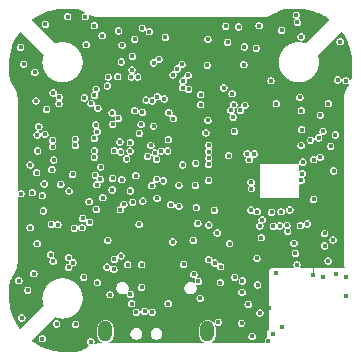
<source format=gbr>
%TF.GenerationSoftware,KiCad,Pcbnew,9.0.5*%
%TF.CreationDate,2025-10-07T19:58:38+02:00*%
%TF.ProjectId,Kolibri v0.6,4b6f6c69-6272-4692-9076-302e362e6b69,rev?*%
%TF.SameCoordinates,Original*%
%TF.FileFunction,Copper,L4,Inr*%
%TF.FilePolarity,Positive*%
%FSLAX46Y46*%
G04 Gerber Fmt 4.6, Leading zero omitted, Abs format (unit mm)*
G04 Created by KiCad (PCBNEW 9.0.5) date 2025-10-07 19:58:38*
%MOMM*%
%LPD*%
G01*
G04 APERTURE LIST*
%TA.AperFunction,ComponentPad*%
%ADD10O,1.200000X1.800000*%
%TD*%
%TA.AperFunction,ViaPad*%
%ADD11C,0.450000*%
%TD*%
%TA.AperFunction,Conductor*%
%ADD12C,0.110000*%
%TD*%
G04 APERTURE END LIST*
D10*
%TO.N,GND*%
%TO.C,J1*%
X102270000Y-112797500D03*
X93630000Y-112797500D03*
%TD*%
D11*
%TO.N,/SPI0.MOSI*%
X111250000Y-98250000D03*
%TO.N,GND*%
X109250000Y-102500000D03*
%TO.N,+3V3*%
X107050000Y-102580000D03*
%TO.N,GND*%
X103200000Y-112000000D03*
X112900000Y-105050000D03*
X106050000Y-113200000D03*
X95750000Y-96800000D03*
X104135001Y-105356681D03*
X108500000Y-102650000D03*
X97700000Y-95400000D03*
X91849286Y-93011156D03*
X101267108Y-98546000D03*
X104550000Y-95850000D03*
X93834998Y-105072000D03*
X113500000Y-88250000D03*
X96750000Y-94250000D03*
X86450000Y-88750000D03*
X92850000Y-102450000D03*
X93350000Y-87750000D03*
X108550000Y-87300000D03*
X106700000Y-111230000D03*
X91100000Y-112200000D03*
X111249000Y-101600000D03*
X96650000Y-95250000D03*
X96100000Y-94100000D03*
X90885000Y-106972740D03*
X97476514Y-97050000D03*
X91080000Y-96510705D03*
X95747880Y-100893008D03*
X104350000Y-92650000D03*
X104900000Y-87000000D03*
X101700000Y-93600000D03*
X100635000Y-91100000D03*
X112500000Y-93500000D03*
X110200000Y-87850000D03*
X87850000Y-105350000D03*
X100113102Y-90169999D03*
X103350000Y-108650000D03*
X102900000Y-107000000D03*
X88650000Y-94000000D03*
X90515000Y-106550000D03*
X89169546Y-96605667D03*
X90515000Y-107373324D03*
X90550000Y-100900000D03*
X102379581Y-106702796D03*
X89248729Y-98280001D03*
X89730884Y-92959999D03*
X96700000Y-109050000D03*
X101330000Y-102300000D03*
X102250000Y-90250000D03*
X90850000Y-99500000D03*
X99711630Y-90561630D03*
X103082581Y-104444159D03*
X103393370Y-107306630D03*
X91080000Y-97035000D03*
X104450000Y-94650000D03*
X106835000Y-104850000D03*
X92950000Y-108650000D03*
X108100000Y-93500000D03*
X102300000Y-88050000D03*
X86550000Y-111650000D03*
X99350000Y-91070000D03*
X94850000Y-96750000D03*
X89150000Y-97150000D03*
X101112059Y-107970318D03*
X89100000Y-99100000D03*
X88550000Y-86800000D03*
X94339196Y-107539197D03*
X105350000Y-90200000D03*
X96500000Y-96000000D03*
X109850000Y-107150000D03*
X96750000Y-87100000D03*
X107650000Y-91550000D03*
X112700000Y-97100000D03*
X89850000Y-100350000D03*
X101500000Y-108550000D03*
X87800000Y-99350000D03*
X104050000Y-97900000D03*
X97956281Y-99885000D03*
X96478391Y-103729000D03*
%TO.N,+1V1*%
X97700000Y-90050000D03*
X99391787Y-94780000D03*
X97200000Y-97980000D03*
X94720000Y-94750000D03*
X98150000Y-89750000D03*
%TO.N,+3V3*%
X100950000Y-104115000D03*
X97100000Y-102200000D03*
X110650000Y-106600000D03*
X102450000Y-95500000D03*
X91653548Y-113250706D03*
X100975000Y-102830000D03*
X107451466Y-110835000D03*
X98750000Y-106500000D03*
X100950000Y-88250000D03*
X99500000Y-93050000D03*
X94720000Y-93750000D03*
X93975053Y-103533281D03*
X111179120Y-108020000D03*
X99480000Y-95750000D03*
X96650000Y-92720000D03*
X101796219Y-99266037D03*
X106950000Y-92650000D03*
X101400000Y-97770000D03*
X91082828Y-103367342D03*
X91750000Y-88000000D03*
X92900000Y-101240000D03*
X94720000Y-95750000D03*
X99450000Y-97980000D03*
X104350000Y-103130000D03*
X96350000Y-98100000D03*
%TO.N,Net-(U1-XIN)*%
X96200000Y-99600000D03*
%TO.N,Net-(C15-Pad2)*%
X97560000Y-100450000D03*
%TO.N,+4V5*%
X98016535Y-92918630D03*
X101650000Y-110000000D03*
X95421548Y-98185438D03*
%TO.N,+5V*%
X110125000Y-103846353D03*
X87750000Y-93265000D03*
X87850000Y-96150000D03*
X88285000Y-113400000D03*
X105720000Y-110500000D03*
X112950000Y-99200000D03*
X90435000Y-86150000D03*
X103980000Y-88311630D03*
X114000000Y-91550000D03*
X109885000Y-86632264D03*
X114015000Y-109813705D03*
X87570736Y-107898143D03*
X87650000Y-90850000D03*
X106508639Y-108853320D03*
X105221925Y-108515000D03*
X107415002Y-113600000D03*
X106635000Y-86900000D03*
X86300000Y-108500000D03*
%TO.N,/ELRS/WIFI_ANTENNA*%
X107800000Y-113000000D03*
%TO.N,Net-(IC1-DCC_FB)*%
X88440000Y-100300000D03*
X91700000Y-103220000D03*
%TO.N,Net-(IC5-BOOT)*%
X109600000Y-105330000D03*
%TO.N,Net-(IC5-SW_1)*%
X109050000Y-104300000D03*
X108400000Y-103850000D03*
X109000000Y-103800000D03*
X107850000Y-103900000D03*
%TO.N,+5V_BUCK*%
X102382658Y-103782828D03*
X104566434Y-108188629D03*
%TO.N,VCC*%
X106465000Y-106600000D03*
X110212500Y-94106105D03*
X94950000Y-106400000D03*
X94393117Y-106683594D03*
X92002181Y-88520630D03*
X113100000Y-96150000D03*
%TO.N,Net-(IC6-SW_1)*%
X92288370Y-103561630D03*
X91000000Y-104050000D03*
X91650000Y-104000000D03*
%TO.N,+10V*%
X110100000Y-92980000D03*
X103661834Y-92175000D03*
X89000000Y-106300000D03*
X89200000Y-106850000D03*
X106400000Y-88800000D03*
X94977261Y-89977261D03*
%TO.N,Net-(U5-VIN)*%
X102139999Y-95983949D03*
%TO.N,Net-(U5-VOUT)*%
X101700000Y-92750000D03*
%TO.N,Net-(U5-SAG)*%
X102308030Y-94905796D03*
%TO.N,Net-(U5-CLKIN)*%
X105434998Y-93650000D03*
%TO.N,Net-(U5-XFB)*%
X105062933Y-94085001D03*
%TO.N,/RP2350/LED*%
X98600000Y-93100000D03*
%TO.N,Net-(D1-DOUT)*%
X91940000Y-86150000D03*
%TO.N,Net-(D3-DOUT)*%
X86700000Y-90150000D03*
X87050000Y-109300000D03*
%TO.N,Net-(D5-DOUT)*%
X92400000Y-113650000D03*
X108550000Y-112400000D03*
%TO.N,Net-(D7-DOUT)*%
X113300000Y-91500000D03*
X114015000Y-108186921D03*
%TO.N,/Connectors/LED*%
X109800000Y-86000000D03*
%TO.N,/Spk.+*%
X98700000Y-87900000D03*
X95050000Y-88540000D03*
%TO.N,/Spk.-*%
X96100000Y-88050000D03*
X92700000Y-86900000D03*
%TO.N,/ELRS/RADIO_RST*%
X87450000Y-101050000D03*
X101449168Y-103630772D03*
%TO.N,/ELRS/RADIO_BUSY*%
X89050000Y-103700000D03*
X99856845Y-102186999D03*
%TO.N,/ELRS/RADIO_DIO1*%
X101063344Y-105072089D03*
X89600000Y-103750000D03*
%TO.N,/ELRS/RADIO_MISO*%
X93407058Y-101475135D03*
X98002022Y-101515000D03*
%TO.N,/ELRS/RADIO_MOSI*%
X99176000Y-102065000D03*
X92900000Y-100375000D03*
%TO.N,Net-(IC1-DCC_SW)*%
X92250000Y-101800000D03*
%TO.N,Net-(IC1-XTA)*%
X88300000Y-101300000D03*
%TO.N,Net-(IC1-XTB)*%
X88380573Y-102581913D03*
%TO.N,/ELRS/RADIO_SCK*%
X96800000Y-101750000D03*
X92782802Y-99570000D03*
%TO.N,Net-(IC5-RT{slash}SYNC)*%
X109714609Y-106184270D03*
%TO.N,Net-(IC6-RT{slash}SYNC)*%
X91784998Y-108200000D03*
%TO.N,Net-(J1-CC2)*%
X95860000Y-110450000D03*
%TO.N,+5V_USB*%
X108100000Y-107850000D03*
X100245871Y-107104129D03*
X95750000Y-109650000D03*
%TO.N,Net-(J1-CC1)*%
X98940000Y-110450000D03*
%TO.N,/USB.D-*%
X106892353Y-103343841D03*
X97600000Y-111150000D03*
%TO.N,/USB.D+*%
X96950000Y-111100000D03*
X106700000Y-103850000D03*
%TO.N,/Motor.3*%
X102359998Y-98105006D03*
X113187661Y-107912339D03*
X111681102Y-96400622D03*
%TO.N,/Motor.1*%
X102359998Y-97025000D03*
X112184998Y-104500000D03*
X111833921Y-94466105D03*
%TO.N,/Motor.4*%
X112050000Y-108200000D03*
X110991000Y-96590747D03*
X102359998Y-98645009D03*
%TO.N,/Motor.2*%
X102360250Y-97565003D03*
X112200000Y-105550000D03*
X112050000Y-95850000D03*
%TO.N,/U1.TX*%
X94382723Y-97482724D03*
X87250000Y-98700000D03*
X87251064Y-104001619D03*
%TO.N,/U1.RX*%
X92700000Y-97500000D03*
X87900000Y-97500000D03*
X86480000Y-101135000D03*
%TO.N,/I2C0.SDA*%
X98965000Y-96547978D03*
X89200000Y-92600000D03*
X98545803Y-100040069D03*
X88000000Y-95450000D03*
%TO.N,/I2C0.SCL*%
X102849545Y-102535000D03*
X88500000Y-96100000D03*
X89700000Y-93500000D03*
X99000000Y-94273947D03*
%TO.N,/U2.TX*%
X103800000Y-86950000D03*
X94912951Y-97585000D03*
%TO.N,/U2.RX*%
X105400000Y-88700000D03*
X92684889Y-98039789D03*
%TO.N,/SWDIO*%
X97958527Y-98212470D03*
%TO.N,/SWCLK*%
X94200000Y-100800000D03*
%TO.N,/U0.TX*%
X92700000Y-92800000D03*
X95512237Y-107142499D03*
%TO.N,/U0.RX*%
X96700000Y-107131445D03*
X94017243Y-109675605D03*
X92415000Y-93493376D03*
%TO.N,/RP2350/Speaker*%
X97350000Y-87400000D03*
X100200000Y-91600000D03*
%TO.N,Net-(U1-USB_DP)*%
X105950000Y-102520000D03*
X97076053Y-93200000D03*
%TO.N,Net-(U1-USB_DM)*%
X97610822Y-93275000D03*
X106472626Y-102655882D03*
%TO.N,Net-(U4-PR1)*%
X105200000Y-109485000D03*
%TO.N,Net-(U5-HSYNC)*%
X102359998Y-100007037D03*
%TO.N,Net-(U5-VSYNC)*%
X101250000Y-100425000D03*
%TO.N,Net-(U5-LOS)*%
X105959000Y-100160998D03*
%TO.N,Net-(U1-QSPI_SS)*%
X93800000Y-92000000D03*
%TO.N,/ELRS/ELRS_BUTTON*%
X105151574Y-112084013D03*
X95196988Y-102033513D03*
%TO.N,Net-(U1-QSPI_SD0)*%
X95880158Y-90649149D03*
%TO.N,Net-(U1-QSPI_SCLK)*%
X95818432Y-91234135D03*
%TO.N,Net-(U1-QSPI_SD1)*%
X93875000Y-91250000D03*
%TO.N,/RP2350/Gyro_SS*%
X110300000Y-99450000D03*
X92801440Y-95320487D03*
%TO.N,Net-(U1-QSPI_SD2)*%
X94660758Y-91212500D03*
%TO.N,/SPI1.SCLK*%
X95719080Y-97515002D03*
X105625006Y-97739141D03*
%TO.N,/SPI1.MISO*%
X93215841Y-98869248D03*
X107700000Y-102700000D03*
%TO.N,/SPI1.MOSI*%
X105800000Y-98250000D03*
X95025000Y-99950457D03*
%TO.N,Net-(U1-QSPI_SD3)*%
X96358133Y-91252190D03*
%TO.N,/RP2350/OSD_SS*%
X94250000Y-99826053D03*
X106250000Y-97765002D03*
%TO.N,/SPI0.SCLK*%
X93000000Y-93900000D03*
X110348000Y-98450000D03*
%TO.N,Net-(R33-Pad2)*%
X92848350Y-92280774D03*
X96250000Y-111150000D03*
%TO.N,+1V8*%
X110710233Y-103688956D03*
%TO.N,/ADC/VBat_ADC*%
X95900000Y-89510000D03*
X100685359Y-92285000D03*
%TO.N,Net-(C33-Pad1)*%
X99343390Y-105206020D03*
%TO.N,Net-(U8-+)*%
X94750000Y-87350000D03*
%TO.N,/ELRS/ELRS_LED_RGB*%
X93201000Y-99911630D03*
X95930000Y-101836630D03*
%TO.N,/Power/DCDC_EN*%
X100165000Y-92140676D03*
X99849501Y-100411189D03*
%TO.N,/SPI0.MISO*%
X94250729Y-95237932D03*
X111800000Y-98050000D03*
%TO.N,/SPI0.MOSI*%
X94200000Y-94285000D03*
%TO.N,/RP2350/Flash_SS*%
X100165000Y-98696498D03*
X110200000Y-97050000D03*
%TO.N,/SPI_Flash.SCLK*%
X104250000Y-94084998D03*
X97846514Y-97684214D03*
%TO.N,/SPI_Flash.IO0*%
X104500000Y-93600000D03*
X98360297Y-97517993D03*
%TO.N,/RP2350/Gyro_FSync*%
X110200000Y-100000000D03*
X92700000Y-96450000D03*
%TO.N,/SPI_Flash.IO1*%
X98900000Y-97500000D03*
X110250000Y-95700000D03*
%TO.N,/RP2350/Gyro_Int*%
X105997146Y-100701001D03*
X92934130Y-95867026D03*
%TO.N,/PWM.1*%
X112480659Y-106830456D03*
X94893258Y-102480000D03*
%TO.N,/PWM.2*%
X93750000Y-107350000D03*
X89500000Y-112150000D03*
%TD*%
D12*
%TO.N,+3V3*%
X111179120Y-106829120D02*
X110800000Y-106450000D01*
X111179120Y-108020000D02*
X111179120Y-106829120D01*
%TD*%
%TA.AperFunction,Conductor*%
%TO.N,+3V3*%
G36*
X90998180Y-85487898D02*
G01*
X91075965Y-85489724D01*
X91078712Y-85489855D01*
X91149680Y-85494927D01*
X91152508Y-85495199D01*
X91220067Y-85503320D01*
X91222874Y-85503725D01*
X91287497Y-85514666D01*
X91290216Y-85515194D01*
X91352306Y-85528754D01*
X91354901Y-85529383D01*
X91414911Y-85545402D01*
X91417361Y-85546114D01*
X91457509Y-85558739D01*
X91475598Y-85564427D01*
X91477891Y-85565200D01*
X91532728Y-85584954D01*
X91535717Y-85586124D01*
X91649346Y-85634247D01*
X91652563Y-85635725D01*
X91762034Y-85690050D01*
X91764171Y-85691167D01*
X91854865Y-85741008D01*
X91883105Y-85776245D01*
X91878157Y-85821129D01*
X91842919Y-85849369D01*
X91841722Y-85849703D01*
X91818226Y-85855999D01*
X91818219Y-85856002D01*
X91746279Y-85897537D01*
X91687537Y-85956279D01*
X91646002Y-86028219D01*
X91646000Y-86028222D01*
X91629829Y-86088576D01*
X91624500Y-86108464D01*
X91624500Y-86191536D01*
X91629663Y-86210804D01*
X91646000Y-86271777D01*
X91646002Y-86271780D01*
X91687537Y-86343720D01*
X91687539Y-86343723D01*
X91746277Y-86402461D01*
X91746279Y-86402462D01*
X91818222Y-86443999D01*
X91898464Y-86465500D01*
X91898468Y-86465500D01*
X91981532Y-86465500D01*
X91981536Y-86465500D01*
X92061778Y-86443999D01*
X92133721Y-86402462D01*
X92133721Y-86402461D01*
X92133723Y-86402461D01*
X92192461Y-86343723D01*
X92192462Y-86343721D01*
X92233999Y-86271778D01*
X92255500Y-86191536D01*
X92255500Y-86108464D01*
X92246433Y-86074626D01*
X92248969Y-86055352D01*
X92249280Y-86035913D01*
X92251857Y-86033416D01*
X92252326Y-86029856D01*
X92267752Y-86018018D01*
X92281715Y-86004494D01*
X92285304Y-86004551D01*
X92288151Y-86002367D01*
X92326865Y-86005214D01*
X92351050Y-86015686D01*
X92354170Y-86017146D01*
X92382995Y-86031690D01*
X92382997Y-86031690D01*
X92388596Y-86033246D01*
X92388469Y-86033702D01*
X92398179Y-86036093D01*
X92441944Y-86055043D01*
X92450077Y-86060346D01*
X92450383Y-86059848D01*
X92455334Y-86062886D01*
X92455335Y-86062886D01*
X92455337Y-86062888D01*
X92486110Y-86074263D01*
X92488271Y-86075110D01*
X92488659Y-86075271D01*
X92519192Y-86088492D01*
X92520565Y-86088513D01*
X92524686Y-86090224D01*
X92527459Y-86091120D01*
X92527462Y-86091123D01*
X92560310Y-86101744D01*
X92562593Y-86102535D01*
X92594988Y-86114510D01*
X92594988Y-86114509D01*
X92599777Y-86116280D01*
X92602324Y-86116980D01*
X92602325Y-86116981D01*
X92606263Y-86118064D01*
X92635239Y-86126034D01*
X92637724Y-86126776D01*
X92670210Y-86137281D01*
X92675742Y-86139070D01*
X92675735Y-86139091D01*
X92713044Y-86147500D01*
X92715719Y-86148169D01*
X92753945Y-86158683D01*
X92753916Y-86158787D01*
X92755073Y-86159046D01*
X92755081Y-86159003D01*
X92760805Y-86160004D01*
X92760806Y-86160005D01*
X92793926Y-86165800D01*
X92796696Y-86166354D01*
X92829472Y-86173742D01*
X92829472Y-86173741D01*
X92832739Y-86174478D01*
X92842151Y-86176119D01*
X92851696Y-86177306D01*
X92877868Y-86180561D01*
X92880705Y-86180985D01*
X92913695Y-86186758D01*
X92913699Y-86186756D01*
X92914079Y-86186749D01*
X92931203Y-86188875D01*
X92931669Y-86189004D01*
X92964996Y-86191471D01*
X92967911Y-86191760D01*
X93001077Y-86195886D01*
X93001082Y-86195884D01*
X93002973Y-86195747D01*
X93010579Y-86195684D01*
X93019126Y-86196165D01*
X93021969Y-86197425D01*
X93056366Y-86198262D01*
X93057292Y-86198315D01*
X93057330Y-86198333D01*
X93058305Y-86198381D01*
X93091689Y-86200854D01*
X93091692Y-86200853D01*
X93095144Y-86200429D01*
X93104929Y-86200791D01*
X93104929Y-86200500D01*
X93110744Y-86200500D01*
X93147482Y-86200500D01*
X93148920Y-86200518D01*
X93185612Y-86201412D01*
X93185612Y-86201411D01*
X93185613Y-86201412D01*
X93185613Y-86201411D01*
X93185851Y-86201371D01*
X93195949Y-86200500D01*
X99959938Y-86200500D01*
X106811664Y-86200500D01*
X106814027Y-86201412D01*
X106851459Y-86200500D01*
X106888896Y-86200500D01*
X106894713Y-86200500D01*
X106894713Y-86200793D01*
X106904502Y-86200429D01*
X106907946Y-86200852D01*
X106907951Y-86200854D01*
X106941373Y-86198378D01*
X106942348Y-86198315D01*
X106943274Y-86198262D01*
X106977671Y-86197425D01*
X106980512Y-86196165D01*
X106989060Y-86195684D01*
X106990540Y-86196201D01*
X106996666Y-86195747D01*
X106998556Y-86195884D01*
X106998562Y-86195886D01*
X107031725Y-86191760D01*
X107034644Y-86191471D01*
X107067970Y-86189004D01*
X107067973Y-86189002D01*
X107068427Y-86188877D01*
X107075570Y-86187366D01*
X107083453Y-86186202D01*
X107085945Y-86186758D01*
X107119701Y-86180850D01*
X107120462Y-86180738D01*
X107120507Y-86180749D01*
X107121773Y-86180560D01*
X107154994Y-86176429D01*
X107154995Y-86176428D01*
X107157507Y-86176116D01*
X107166897Y-86174478D01*
X107170164Y-86173741D01*
X107170168Y-86173742D01*
X107202976Y-86166346D01*
X107204768Y-86165973D01*
X107205189Y-86165892D01*
X107238834Y-86160005D01*
X107240132Y-86159179D01*
X107247002Y-86157860D01*
X107247966Y-86158058D01*
X107251300Y-86157140D01*
X107251302Y-86157141D01*
X107283963Y-86148156D01*
X107286539Y-86147512D01*
X107319575Y-86140067D01*
X107319578Y-86140064D01*
X107320970Y-86139751D01*
X107322628Y-86139125D01*
X107328683Y-86137221D01*
X107329429Y-86137281D01*
X107362219Y-86126677D01*
X107362358Y-86126634D01*
X107362380Y-86126636D01*
X107364395Y-86126034D01*
X107397315Y-86116980D01*
X107397316Y-86116978D01*
X107399882Y-86116273D01*
X107404651Y-86114509D01*
X107404652Y-86114510D01*
X107437048Y-86102534D01*
X107439295Y-86101754D01*
X107472177Y-86091123D01*
X107472178Y-86091122D01*
X107477229Y-86089489D01*
X107479640Y-86088841D01*
X107480445Y-86088492D01*
X107480447Y-86088492D01*
X107510544Y-86075458D01*
X107513497Y-86074274D01*
X107544302Y-86062888D01*
X107544304Y-86062885D01*
X107549259Y-86059846D01*
X107549566Y-86060346D01*
X107557699Y-86055041D01*
X107557948Y-86054932D01*
X107601453Y-86036095D01*
X107611170Y-86033702D01*
X107611044Y-86033246D01*
X107616640Y-86031691D01*
X107616643Y-86031691D01*
X107645480Y-86017139D01*
X107648571Y-86015692D01*
X107678199Y-86002865D01*
X107678201Y-86002861D01*
X107682981Y-85999558D01*
X107683251Y-85999949D01*
X107691306Y-85994018D01*
X107730898Y-85974042D01*
X107739453Y-85970537D01*
X107743691Y-85969176D01*
X107743696Y-85969176D01*
X107762987Y-85958464D01*
X109484500Y-85958464D01*
X109484500Y-86041536D01*
X109493269Y-86074263D01*
X109506000Y-86121777D01*
X109506002Y-86121780D01*
X109547537Y-86193720D01*
X109547539Y-86193723D01*
X109606277Y-86252461D01*
X109606279Y-86252462D01*
X109674307Y-86291739D01*
X109701797Y-86327564D01*
X109695902Y-86372334D01*
X109686527Y-86384553D01*
X109632536Y-86438544D01*
X109591002Y-86510483D01*
X109591000Y-86510486D01*
X109574043Y-86573771D01*
X109569500Y-86590728D01*
X109569500Y-86673800D01*
X109575861Y-86697538D01*
X109591000Y-86754041D01*
X109591002Y-86754044D01*
X109632537Y-86825984D01*
X109632539Y-86825987D01*
X109691277Y-86884725D01*
X109691279Y-86884726D01*
X109763222Y-86926263D01*
X109843464Y-86947764D01*
X109843468Y-86947764D01*
X109926532Y-86947764D01*
X109926536Y-86947764D01*
X110006778Y-86926263D01*
X110078721Y-86884726D01*
X110078721Y-86884725D01*
X110078723Y-86884725D01*
X110137461Y-86825987D01*
X110137462Y-86825985D01*
X110178999Y-86754042D01*
X110200500Y-86673800D01*
X110200500Y-86590728D01*
X110178999Y-86510486D01*
X110137462Y-86438543D01*
X110137461Y-86438541D01*
X110078723Y-86379803D01*
X110078720Y-86379801D01*
X110010692Y-86340524D01*
X109983202Y-86304699D01*
X109989097Y-86259929D01*
X109998469Y-86247713D01*
X110052462Y-86193721D01*
X110093999Y-86121778D01*
X110115500Y-86041536D01*
X110115500Y-85958464D01*
X110093999Y-85878222D01*
X110052462Y-85806279D01*
X110052461Y-85806277D01*
X109993723Y-85747539D01*
X109993720Y-85747537D01*
X109921780Y-85706002D01*
X109921777Y-85706000D01*
X109866477Y-85691183D01*
X109841536Y-85684500D01*
X109758464Y-85684500D01*
X109741507Y-85689043D01*
X109678222Y-85706000D01*
X109678219Y-85706002D01*
X109606279Y-85747537D01*
X109547537Y-85806279D01*
X109506002Y-85878219D01*
X109506000Y-85878222D01*
X109489043Y-85941507D01*
X109484500Y-85958464D01*
X107762987Y-85958464D01*
X107774097Y-85952295D01*
X107776117Y-85951225D01*
X107788564Y-85944946D01*
X107807157Y-85935566D01*
X107807158Y-85935564D01*
X107807162Y-85935563D01*
X107807164Y-85935560D01*
X107810664Y-85932823D01*
X107818376Y-85927712D01*
X107854865Y-85907452D01*
X107862583Y-85904021D01*
X107863353Y-85903575D01*
X107863354Y-85903574D01*
X107863365Y-85903567D01*
X107863367Y-85903567D01*
X107895785Y-85884742D01*
X107896660Y-85884245D01*
X107929371Y-85866085D01*
X107929371Y-85866084D01*
X107930159Y-85865647D01*
X107937058Y-85860776D01*
X108012300Y-85817086D01*
X108012394Y-85817074D01*
X108012376Y-85817043D01*
X108041696Y-85800077D01*
X108124497Y-85752164D01*
X108125491Y-85751603D01*
X108235480Y-85691160D01*
X108237601Y-85690052D01*
X108347083Y-85635720D01*
X108350271Y-85634255D01*
X108463956Y-85586109D01*
X108466886Y-85584963D01*
X108521747Y-85565200D01*
X108524006Y-85564438D01*
X108582313Y-85546103D01*
X108584714Y-85545406D01*
X108644750Y-85529380D01*
X108647336Y-85528753D01*
X108709430Y-85515192D01*
X108712134Y-85514668D01*
X108776769Y-85503724D01*
X108779563Y-85503320D01*
X108847137Y-85495198D01*
X108849954Y-85494927D01*
X108920929Y-85489855D01*
X108923674Y-85489724D01*
X108998856Y-85487959D01*
X109001462Y-85487898D01*
X109002846Y-85487882D01*
X110126233Y-85487882D01*
X110130969Y-85488071D01*
X110306436Y-85502205D01*
X110308659Y-85502429D01*
X110488283Y-85524008D01*
X110490525Y-85524322D01*
X110668708Y-85552832D01*
X110670919Y-85553231D01*
X110847549Y-85588609D01*
X110849729Y-85589090D01*
X111024564Y-85631251D01*
X111026743Y-85631821D01*
X111199665Y-85680710D01*
X111201793Y-85681357D01*
X111372513Y-85736870D01*
X111374650Y-85737610D01*
X111543034Y-85799690D01*
X111545123Y-85800507D01*
X111710990Y-85869083D01*
X111713026Y-85869971D01*
X111876154Y-85944959D01*
X111878183Y-85945939D01*
X112018471Y-86017153D01*
X112038370Y-86027254D01*
X112040392Y-86028330D01*
X112097815Y-86060346D01*
X112197468Y-86115908D01*
X112199452Y-86117066D01*
X112215144Y-86126634D01*
X112353197Y-86210813D01*
X112355111Y-86212031D01*
X112505431Y-86311935D01*
X112507282Y-86313217D01*
X112567170Y-86356486D01*
X112590866Y-86394926D01*
X112580441Y-86438863D01*
X112574336Y-86446029D01*
X110635474Y-88384890D01*
X110593755Y-88402171D01*
X110580170Y-88399551D01*
X110580081Y-88400031D01*
X110573242Y-88398753D01*
X110565243Y-88396669D01*
X110564590Y-88396449D01*
X110563074Y-88395915D01*
X110562421Y-88395675D01*
X110554866Y-88392279D01*
X110553854Y-88391735D01*
X110542910Y-88388392D01*
X110541320Y-88387907D01*
X110529027Y-88383381D01*
X110526792Y-88383470D01*
X110519833Y-88381344D01*
X110519654Y-88381289D01*
X110519195Y-88381149D01*
X110517583Y-88380631D01*
X110516978Y-88380427D01*
X110509392Y-88377266D01*
X110508371Y-88376754D01*
X110497337Y-88373720D01*
X110494170Y-88372753D01*
X110483285Y-88369091D01*
X110482142Y-88368944D01*
X110474024Y-88367311D01*
X110473443Y-88367151D01*
X110471872Y-88366695D01*
X110471250Y-88366505D01*
X110463540Y-88363546D01*
X110462507Y-88363064D01*
X110451364Y-88360335D01*
X110448173Y-88359457D01*
X110437192Y-88356104D01*
X110437191Y-88356104D01*
X110437188Y-88356103D01*
X110436043Y-88355988D01*
X110427991Y-88354610D01*
X110427383Y-88354462D01*
X110425660Y-88354015D01*
X110425094Y-88353859D01*
X110417339Y-88351127D01*
X110416278Y-88350668D01*
X110405044Y-88348249D01*
X110405044Y-88348248D01*
X110403393Y-88347892D01*
X110390771Y-88344423D01*
X110388555Y-88344699D01*
X110381456Y-88343172D01*
X110381447Y-88343166D01*
X110381391Y-88343158D01*
X110380818Y-88343034D01*
X110379295Y-88342683D01*
X110378681Y-88342533D01*
X110370796Y-88340009D01*
X110369728Y-88339582D01*
X110358474Y-88337488D01*
X110355239Y-88336791D01*
X110344056Y-88334053D01*
X110342873Y-88334001D01*
X110334699Y-88333065D01*
X110334107Y-88332955D01*
X110332489Y-88332631D01*
X110331898Y-88332504D01*
X110323948Y-88330202D01*
X110322857Y-88329801D01*
X110311496Y-88328016D01*
X110311496Y-88328017D01*
X110309859Y-88327759D01*
X110297051Y-88325003D01*
X110294855Y-88325403D01*
X110287686Y-88324278D01*
X110287680Y-88324274D01*
X110287652Y-88324272D01*
X110287024Y-88324173D01*
X110285508Y-88323914D01*
X110284988Y-88323818D01*
X110284886Y-88323799D01*
X110276811Y-88321710D01*
X110275727Y-88321345D01*
X110275726Y-88321345D01*
X110267163Y-88320246D01*
X110264359Y-88319886D01*
X110261084Y-88319371D01*
X110249819Y-88317275D01*
X110248652Y-88317290D01*
X110240396Y-88316811D01*
X110239767Y-88316730D01*
X110238115Y-88316493D01*
X110237449Y-88316388D01*
X110229449Y-88314549D01*
X110228346Y-88314213D01*
X110216954Y-88313076D01*
X110213664Y-88312654D01*
X110202355Y-88310878D01*
X110201212Y-88310925D01*
X110192902Y-88310676D01*
X110192474Y-88310633D01*
X110192242Y-88310610D01*
X110190657Y-88310428D01*
X110189940Y-88310336D01*
X110181854Y-88308718D01*
X110180742Y-88308413D01*
X110169331Y-88307599D01*
X110169327Y-88307599D01*
X110167673Y-88307480D01*
X110154712Y-88305818D01*
X110152560Y-88306401D01*
X110145326Y-88305885D01*
X110145324Y-88305884D01*
X110145309Y-88305884D01*
X110145145Y-88305872D01*
X110144597Y-88305833D01*
X110142947Y-88305691D01*
X110142177Y-88305614D01*
X110134067Y-88304227D01*
X110132941Y-88303952D01*
X110132400Y-88303928D01*
X110121533Y-88303461D01*
X110119857Y-88303388D01*
X110106907Y-88302097D01*
X110104778Y-88302739D01*
X110097553Y-88302428D01*
X110097547Y-88302428D01*
X110096753Y-88302394D01*
X110095062Y-88302297D01*
X110094909Y-88302286D01*
X110094209Y-88302236D01*
X110086106Y-88301082D01*
X110084982Y-88300841D01*
X110073628Y-88300672D01*
X110070316Y-88300530D01*
X110058969Y-88299721D01*
X110057820Y-88299866D01*
X110049587Y-88300318D01*
X110048724Y-88300305D01*
X110047132Y-88300260D01*
X110046709Y-88300242D01*
X110046535Y-88300234D01*
X110039034Y-88299436D01*
X110034339Y-88298629D01*
X110020776Y-88298984D01*
X110020777Y-88298985D01*
X110018725Y-88299038D01*
X110010922Y-88298703D01*
X110009324Y-88299284D01*
X110002963Y-88299451D01*
X110002961Y-88299452D01*
X109999804Y-88299535D01*
X109997384Y-88299549D01*
X109989364Y-88299430D01*
X109962808Y-88299039D01*
X109962806Y-88299039D01*
X109957003Y-88298954D01*
X109957005Y-88298796D01*
X109950328Y-88298999D01*
X109915090Y-88301682D01*
X109913435Y-88301784D01*
X109912741Y-88301817D01*
X109878743Y-88302709D01*
X109876888Y-88303534D01*
X109869446Y-88303891D01*
X109868046Y-88303388D01*
X109866163Y-88303531D01*
X109830230Y-88308070D01*
X109827319Y-88308365D01*
X109793427Y-88310947D01*
X109788487Y-88312019D01*
X109781283Y-88313146D01*
X109779464Y-88312744D01*
X109745979Y-88318670D01*
X109745367Y-88318766D01*
X109745321Y-88318755D01*
X109743642Y-88319010D01*
X109705590Y-88323818D01*
X109701625Y-88324519D01*
X109664054Y-88333096D01*
X109662213Y-88333486D01*
X109661692Y-88333587D01*
X109628230Y-88339510D01*
X109626874Y-88340374D01*
X109619947Y-88341725D01*
X109618780Y-88341488D01*
X109582965Y-88351535D01*
X109580164Y-88352248D01*
X109546565Y-88359919D01*
X109543263Y-88361176D01*
X109536652Y-88363267D01*
X109535195Y-88363165D01*
X109502978Y-88373922D01*
X109502480Y-88374080D01*
X109502440Y-88374076D01*
X109500621Y-88374635D01*
X109462726Y-88385268D01*
X109462701Y-88385179D01*
X109462072Y-88385389D01*
X109462109Y-88385484D01*
X109425378Y-88399763D01*
X109423464Y-88400469D01*
X109423031Y-88400620D01*
X109390839Y-88411371D01*
X109389878Y-88412204D01*
X109383485Y-88414439D01*
X109382670Y-88414392D01*
X109349113Y-88429339D01*
X109346489Y-88430433D01*
X109314026Y-88443054D01*
X109311896Y-88444248D01*
X109305895Y-88447178D01*
X109304739Y-88447265D01*
X109274407Y-88462558D01*
X109274028Y-88462744D01*
X109273993Y-88462746D01*
X109272142Y-88463625D01*
X109236398Y-88479546D01*
X109202181Y-88498901D01*
X109200296Y-88499923D01*
X109199995Y-88500079D01*
X109169625Y-88515393D01*
X109168945Y-88516181D01*
X109163108Y-88519209D01*
X109162543Y-88519257D01*
X109131701Y-88538691D01*
X109129297Y-88540127D01*
X109098754Y-88557404D01*
X109097385Y-88558456D01*
X109092004Y-88562129D01*
X109091064Y-88562337D01*
X109063140Y-88581837D01*
X109062899Y-88582002D01*
X109062868Y-88582008D01*
X109061087Y-88583191D01*
X109028173Y-88603933D01*
X108997307Y-88627731D01*
X108995542Y-88629040D01*
X108995230Y-88629262D01*
X108967401Y-88648698D01*
X108966916Y-88649456D01*
X108961648Y-88653214D01*
X108961236Y-88653309D01*
X108959327Y-88654928D01*
X108959327Y-88654929D01*
X108951260Y-88661777D01*
X108933577Y-88676788D01*
X108931423Y-88678530D01*
X108903485Y-88700072D01*
X108902538Y-88701043D01*
X108897788Y-88705391D01*
X108896975Y-88705696D01*
X108872122Y-88728891D01*
X108871873Y-88729119D01*
X108871844Y-88729129D01*
X108870216Y-88730579D01*
X108840650Y-88755680D01*
X108813523Y-88783492D01*
X108811546Y-88785426D01*
X108785728Y-88809523D01*
X108784908Y-88810539D01*
X108780593Y-88815308D01*
X108779816Y-88815686D01*
X108757247Y-88841113D01*
X108757014Y-88841371D01*
X108756988Y-88841383D01*
X108755501Y-88842981D01*
X108728375Y-88870794D01*
X108704002Y-88901007D01*
X108702212Y-88903123D01*
X108676381Y-88932229D01*
X108653451Y-88963569D01*
X108651757Y-88965772D01*
X108627286Y-88996108D01*
X108605842Y-89028534D01*
X108604252Y-89030819D01*
X108594611Y-89043999D01*
X108581171Y-89062371D01*
X108578512Y-89066838D01*
X108578512Y-89066839D01*
X108576526Y-89070177D01*
X108561275Y-89095808D01*
X108559785Y-89098181D01*
X108538177Y-89130857D01*
X108519844Y-89165307D01*
X108518464Y-89167756D01*
X108498359Y-89201547D01*
X108481672Y-89236898D01*
X108480404Y-89239425D01*
X108461860Y-89274278D01*
X108446831Y-89310550D01*
X108445680Y-89313149D01*
X108428858Y-89348789D01*
X108428732Y-89348729D01*
X108428648Y-89348932D01*
X108428770Y-89348976D01*
X108415470Y-89386065D01*
X108414441Y-89388731D01*
X108399365Y-89425123D01*
X108399271Y-89425084D01*
X108399045Y-89425714D01*
X108399133Y-89425741D01*
X108387670Y-89463392D01*
X108386767Y-89466118D01*
X108373483Y-89503173D01*
X108373428Y-89503153D01*
X108373088Y-89504272D01*
X108373135Y-89504284D01*
X108363537Y-89542439D01*
X108362763Y-89545226D01*
X108351317Y-89582830D01*
X108351305Y-89582826D01*
X108350884Y-89584503D01*
X108350889Y-89584504D01*
X108349751Y-89590195D01*
X108349751Y-89590197D01*
X108348153Y-89598198D01*
X108343193Y-89623025D01*
X108342554Y-89625856D01*
X108333148Y-89663252D01*
X108332367Y-89667167D01*
X108326720Y-89705127D01*
X108326220Y-89707999D01*
X108318888Y-89744710D01*
X108317884Y-89751465D01*
X108314237Y-89788559D01*
X108313878Y-89791463D01*
X108308550Y-89827290D01*
X108307584Y-89837125D01*
X108307453Y-89839838D01*
X108307453Y-89839839D01*
X108305841Y-89873240D01*
X108305629Y-89876140D01*
X108302359Y-89909410D01*
X108302929Y-89915190D01*
X108302217Y-89915260D01*
X108303366Y-89924547D01*
X108302890Y-89934421D01*
X108302557Y-89936666D01*
X108301981Y-89947959D01*
X108299696Y-89958577D01*
X108299855Y-89958606D01*
X108298833Y-89964328D01*
X108299359Y-89991223D01*
X108299304Y-89995173D01*
X108299279Y-89995698D01*
X108298384Y-90009704D01*
X108298586Y-90010298D01*
X108298302Y-90016288D01*
X108298258Y-90016379D01*
X108298275Y-90016811D01*
X108297854Y-90024277D01*
X108297965Y-90026763D01*
X108297805Y-90029896D01*
X108298647Y-90035645D01*
X108298213Y-90035708D01*
X108299315Y-90041132D01*
X108300779Y-90065957D01*
X108300870Y-90068274D01*
X108301352Y-90092867D01*
X108301179Y-90097249D01*
X108301275Y-90098218D01*
X108301546Y-90102812D01*
X108301565Y-90103799D01*
X108302253Y-90108148D01*
X108304663Y-90132625D01*
X108304845Y-90134933D01*
X108306289Y-90159422D01*
X108306289Y-90163827D01*
X108306427Y-90164827D01*
X108306878Y-90169407D01*
X108306938Y-90170423D01*
X108307800Y-90174759D01*
X108311159Y-90199049D01*
X108311431Y-90201351D01*
X108313831Y-90225730D01*
X108314005Y-90230147D01*
X108314185Y-90231157D01*
X108314813Y-90235695D01*
X108314916Y-90236736D01*
X108315949Y-90241043D01*
X108320247Y-90265128D01*
X108320609Y-90267410D01*
X108323967Y-90291690D01*
X108323967Y-90291693D01*
X108324577Y-90296107D01*
X108324591Y-90296204D01*
X108324477Y-90296844D01*
X108325024Y-90299346D01*
X108325339Y-90301619D01*
X108325481Y-90302648D01*
X108326681Y-90306905D01*
X108331928Y-90330831D01*
X108332380Y-90333103D01*
X108334324Y-90343997D01*
X108337488Y-90361724D01*
X108337399Y-90362371D01*
X108338044Y-90364849D01*
X108338449Y-90367115D01*
X108338450Y-90367116D01*
X108338628Y-90368113D01*
X108339987Y-90372295D01*
X108346179Y-90396038D01*
X108346720Y-90398292D01*
X108351987Y-90422317D01*
X108352019Y-90422461D01*
X108352958Y-90426744D01*
X108352896Y-90427382D01*
X108353626Y-90429794D01*
X108354120Y-90432043D01*
X108354334Y-90433018D01*
X108355852Y-90437132D01*
X108362990Y-90460674D01*
X108363618Y-90462902D01*
X108372396Y-90496559D01*
X108372702Y-90497189D01*
X108375577Y-90504246D01*
X108378226Y-90512180D01*
X108380217Y-90520536D01*
X108386012Y-90536826D01*
X108386887Y-90539483D01*
X108389952Y-90549594D01*
X108389953Y-90549594D01*
X108390957Y-90552904D01*
X108390957Y-90552936D01*
X108391007Y-90553070D01*
X108391553Y-90554870D01*
X108393157Y-90560158D01*
X108393166Y-90560175D01*
X108396317Y-90567118D01*
X108398073Y-90571764D01*
X108398839Y-90573917D01*
X108400386Y-90578549D01*
X108401618Y-90583303D01*
X108403105Y-90587015D01*
X108404295Y-90590259D01*
X108405568Y-90594071D01*
X108407698Y-90598486D01*
X108409508Y-90603004D01*
X108410326Y-90605166D01*
X108411961Y-90609761D01*
X108413288Y-90614500D01*
X108414858Y-90618206D01*
X108415534Y-90619802D01*
X108417076Y-90624135D01*
X108417626Y-90624744D01*
X108419666Y-90629562D01*
X108421574Y-90634067D01*
X108422439Y-90636226D01*
X108424153Y-90640763D01*
X108425560Y-90645435D01*
X108426022Y-90646471D01*
X108426023Y-90646472D01*
X108427196Y-90649100D01*
X108428504Y-90652274D01*
X108429941Y-90656074D01*
X108432244Y-90660405D01*
X108434214Y-90664815D01*
X108435116Y-90666944D01*
X108436939Y-90671496D01*
X108438446Y-90676165D01*
X108440158Y-90679804D01*
X108440885Y-90681350D01*
X108440893Y-90681366D01*
X108442608Y-90685648D01*
X108443184Y-90686238D01*
X108445274Y-90690681D01*
X108445412Y-90690974D01*
X108445412Y-90690975D01*
X108445414Y-90690979D01*
X108447492Y-90695398D01*
X108448433Y-90697505D01*
X108450332Y-90701991D01*
X108451932Y-90706633D01*
X108453716Y-90710241D01*
X108453715Y-90710241D01*
X108454490Y-90711809D01*
X108456275Y-90716023D01*
X108456858Y-90716596D01*
X108459183Y-90721296D01*
X108459183Y-90721297D01*
X108459188Y-90721306D01*
X108461333Y-90725645D01*
X108462316Y-90727734D01*
X108465420Y-90734685D01*
X108466346Y-90737197D01*
X108466874Y-90738207D01*
X108468437Y-90741437D01*
X108468445Y-90741454D01*
X108470863Y-90746868D01*
X108475192Y-90754289D01*
X108477226Y-90758614D01*
X108480177Y-90764886D01*
X108480947Y-90766859D01*
X108481233Y-90767382D01*
X108482812Y-90770493D01*
X108483504Y-90771962D01*
X108484637Y-90774524D01*
X108485250Y-90776002D01*
X108492880Y-90794423D01*
X108494464Y-90796793D01*
X108498259Y-90801422D01*
X108500369Y-90804587D01*
X108500807Y-90805472D01*
X108501172Y-90805791D01*
X108503059Y-90808621D01*
X108503127Y-90808967D01*
X108505168Y-90812029D01*
X108507243Y-90815652D01*
X108508350Y-90817676D01*
X108510579Y-90821947D01*
X108512548Y-90826450D01*
X108514621Y-90829911D01*
X108516302Y-90832913D01*
X108518181Y-90836512D01*
X108520996Y-90840552D01*
X108523466Y-90844675D01*
X108524613Y-90846679D01*
X108526925Y-90850905D01*
X108528992Y-90855389D01*
X108531144Y-90858827D01*
X108532062Y-90860294D01*
X108534283Y-90864353D01*
X108534927Y-90864870D01*
X108537712Y-90869319D01*
X108540269Y-90873405D01*
X108540283Y-90873427D01*
X108541444Y-90875365D01*
X108543846Y-90879559D01*
X108545996Y-90883992D01*
X108546604Y-90884922D01*
X108547970Y-90887013D01*
X108548198Y-90887361D01*
X108550002Y-90890307D01*
X108552016Y-90893822D01*
X108554989Y-90897754D01*
X108557615Y-90901773D01*
X108558834Y-90903720D01*
X108561311Y-90907854D01*
X108563546Y-90912243D01*
X108565825Y-90915587D01*
X108567684Y-90918493D01*
X108569773Y-90921980D01*
X108572819Y-90925845D01*
X108575548Y-90929849D01*
X108576807Y-90931776D01*
X108579340Y-90935823D01*
X108581663Y-90940173D01*
X108584004Y-90943467D01*
X108585010Y-90944882D01*
X108587469Y-90948810D01*
X108588143Y-90949290D01*
X108591182Y-90953564D01*
X108591183Y-90953566D01*
X108593965Y-90957479D01*
X108595269Y-90959392D01*
X108598908Y-90964961D01*
X108600474Y-90967760D01*
X108601499Y-90969145D01*
X108601500Y-90969146D01*
X108601665Y-90969368D01*
X108601693Y-90969406D01*
X108603669Y-90972246D01*
X108608319Y-90979363D01*
X108613435Y-90989053D01*
X108615869Y-90994928D01*
X108615870Y-90994930D01*
X108628672Y-91007732D01*
X108635040Y-91015267D01*
X108637660Y-91018953D01*
X108639516Y-91021986D01*
X108640522Y-91023238D01*
X108640523Y-91023240D01*
X108641048Y-91023893D01*
X108643124Y-91026639D01*
X108645530Y-91030024D01*
X108645531Y-91030024D01*
X108646021Y-91030714D01*
X108649894Y-91034910D01*
X108653106Y-91038909D01*
X108654523Y-91040746D01*
X108657459Y-91044711D01*
X108660086Y-91048821D01*
X108662630Y-91051864D01*
X108664780Y-91054595D01*
X108667143Y-91057787D01*
X108670522Y-91061306D01*
X108673705Y-91065114D01*
X108675122Y-91066881D01*
X108676448Y-91068599D01*
X108678173Y-91070836D01*
X108680882Y-91074896D01*
X108683477Y-91077880D01*
X108685671Y-91080558D01*
X108688106Y-91083714D01*
X108691568Y-91087183D01*
X108694810Y-91090911D01*
X108696285Y-91092675D01*
X108698415Y-91095327D01*
X108699366Y-91096510D01*
X108702172Y-91100543D01*
X108702930Y-91101381D01*
X108702931Y-91101382D01*
X108706022Y-91104798D01*
X108708875Y-91108351D01*
X108709591Y-91108743D01*
X108716435Y-91116308D01*
X108717928Y-91118026D01*
X108721093Y-91121812D01*
X108723951Y-91125753D01*
X108724738Y-91126589D01*
X108724739Y-91126591D01*
X108726678Y-91128651D01*
X108728964Y-91131229D01*
X108729036Y-91131315D01*
X108731538Y-91134309D01*
X108735130Y-91137636D01*
X108738487Y-91141203D01*
X108740045Y-91142925D01*
X108743310Y-91146680D01*
X108746262Y-91150586D01*
X108748494Y-91152867D01*
X108750266Y-91154677D01*
X108753249Y-91158107D01*
X108753977Y-91158469D01*
X108757631Y-91162203D01*
X108757631Y-91162204D01*
X108761119Y-91165768D01*
X108762702Y-91167449D01*
X108765964Y-91171054D01*
X108769367Y-91175398D01*
X108770586Y-91176591D01*
X108770587Y-91176592D01*
X108773970Y-91179902D01*
X108776166Y-91182330D01*
X108776717Y-91182591D01*
X108780207Y-91186007D01*
X108780208Y-91186007D01*
X108784867Y-91190566D01*
X108786550Y-91192283D01*
X108790120Y-91196077D01*
X108793055Y-91199652D01*
X108793900Y-91200447D01*
X108793901Y-91200449D01*
X108795512Y-91201965D01*
X108798014Y-91204467D01*
X108799547Y-91206096D01*
X108799549Y-91206097D01*
X108800354Y-91206952D01*
X108803933Y-91209889D01*
X108804738Y-91210646D01*
X108807705Y-91213439D01*
X108809418Y-91215118D01*
X108812419Y-91218184D01*
X108814005Y-91219805D01*
X108816692Y-91222949D01*
X108817672Y-91223835D01*
X108817673Y-91223837D01*
X108818789Y-91224847D01*
X108821343Y-91227302D01*
X108823411Y-91229415D01*
X108823412Y-91229415D01*
X108823875Y-91229888D01*
X108823887Y-91229897D01*
X108825938Y-91231508D01*
X108826141Y-91231869D01*
X108829072Y-91234150D01*
X108832570Y-91237314D01*
X108834261Y-91238906D01*
X108837795Y-91242365D01*
X108841039Y-91246007D01*
X108844029Y-91248608D01*
X108846573Y-91250956D01*
X108849422Y-91253744D01*
X108853324Y-91256691D01*
X108857074Y-91259953D01*
X108858743Y-91261463D01*
X108862359Y-91264865D01*
X108862363Y-91264869D01*
X108865685Y-91268456D01*
X108866553Y-91269181D01*
X108866554Y-91269183D01*
X108870078Y-91272128D01*
X108873404Y-91275258D01*
X108874169Y-91275548D01*
X108874757Y-91276039D01*
X108878180Y-91278900D01*
X108878181Y-91278901D01*
X108882008Y-91282100D01*
X108883727Y-91283594D01*
X108887378Y-91286897D01*
X108890771Y-91290420D01*
X108891650Y-91291126D01*
X108891651Y-91291127D01*
X108892260Y-91291616D01*
X108893872Y-91292910D01*
X108893876Y-91292914D01*
X108895234Y-91294005D01*
X108898622Y-91297070D01*
X108899393Y-91297344D01*
X108903476Y-91300623D01*
X108903477Y-91300624D01*
X108907321Y-91303711D01*
X108909075Y-91305177D01*
X108912823Y-91308436D01*
X108916281Y-91311888D01*
X108919427Y-91314315D01*
X108922104Y-91316508D01*
X108924255Y-91318379D01*
X108924256Y-91318379D01*
X108925115Y-91319126D01*
X108929184Y-91321840D01*
X108933096Y-91324858D01*
X108934885Y-91326295D01*
X108938675Y-91329462D01*
X108942205Y-91332851D01*
X108943121Y-91333529D01*
X108943122Y-91333530D01*
X108946804Y-91336256D01*
X108950309Y-91339186D01*
X108951090Y-91339430D01*
X108959268Y-91345486D01*
X108961098Y-91346897D01*
X108965073Y-91350089D01*
X108969287Y-91353979D01*
X108969973Y-91354466D01*
X108969974Y-91354468D01*
X108974773Y-91357879D01*
X108976764Y-91359478D01*
X108977202Y-91359605D01*
X108984521Y-91364808D01*
X108992138Y-91371258D01*
X109004738Y-91383907D01*
X109004739Y-91383908D01*
X109010753Y-91386412D01*
X109020344Y-91391488D01*
X109027799Y-91396360D01*
X109030625Y-91398327D01*
X109032273Y-91399547D01*
X109035055Y-91401101D01*
X109040620Y-91404738D01*
X109042503Y-91406022D01*
X109046423Y-91408808D01*
X109050233Y-91411932D01*
X109053657Y-91414075D01*
X109056540Y-91416000D01*
X109059836Y-91418343D01*
X109064173Y-91420658D01*
X109068253Y-91423212D01*
X109070169Y-91424464D01*
X109072038Y-91425738D01*
X109074153Y-91427180D01*
X109078028Y-91430232D01*
X109078991Y-91430809D01*
X109078992Y-91430810D01*
X109082987Y-91433203D01*
X109086818Y-91435815D01*
X109087630Y-91435984D01*
X109095570Y-91440740D01*
X109096280Y-91441166D01*
X109098223Y-91442382D01*
X109102235Y-91445003D01*
X109106162Y-91447974D01*
X109107144Y-91448536D01*
X109107146Y-91448539D01*
X109111182Y-91450851D01*
X109115074Y-91453394D01*
X109115890Y-91453546D01*
X109116699Y-91454010D01*
X109124475Y-91458464D01*
X109124610Y-91458541D01*
X109126567Y-91459713D01*
X109130679Y-91462287D01*
X109134664Y-91465181D01*
X109135646Y-91465718D01*
X109135647Y-91465719D01*
X109139727Y-91467951D01*
X109143662Y-91470414D01*
X109144481Y-91470551D01*
X109153349Y-91475402D01*
X109155306Y-91476523D01*
X109159452Y-91479006D01*
X109163505Y-91481830D01*
X109164488Y-91482343D01*
X109164489Y-91482344D01*
X109168632Y-91484506D01*
X109172585Y-91486874D01*
X109173400Y-91486994D01*
X109182323Y-91491650D01*
X109182346Y-91491662D01*
X109184368Y-91492768D01*
X109187974Y-91494834D01*
X109194616Y-91499260D01*
X109199129Y-91502731D01*
X109198967Y-91502940D01*
X109200596Y-91504109D01*
X109200743Y-91503890D01*
X109205573Y-91507117D01*
X109205574Y-91507117D01*
X109205575Y-91507118D01*
X109225475Y-91515360D01*
X109228002Y-91516477D01*
X109229500Y-91517182D01*
X109232624Y-91518769D01*
X109233240Y-91519105D01*
X109235215Y-91519871D01*
X109245710Y-91524807D01*
X109253119Y-91529130D01*
X109253878Y-91529469D01*
X109253879Y-91529470D01*
X109258577Y-91531568D01*
X109258576Y-91531568D01*
X109260222Y-91532303D01*
X109261227Y-91532828D01*
X109261437Y-91532845D01*
X109263323Y-91533688D01*
X109272239Y-91537671D01*
X109274304Y-91538642D01*
X109276639Y-91539797D01*
X109278711Y-91540822D01*
X109282936Y-91543286D01*
X109283976Y-91543726D01*
X109283977Y-91543727D01*
X109286615Y-91544843D01*
X109289766Y-91546288D01*
X109292355Y-91547569D01*
X109292356Y-91547569D01*
X109293363Y-91548067D01*
X109297994Y-91549662D01*
X109302536Y-91551585D01*
X109304555Y-91552486D01*
X109309024Y-91554588D01*
X109313309Y-91556977D01*
X109314351Y-91557394D01*
X109314352Y-91557395D01*
X109318649Y-91559116D01*
X109322812Y-91561074D01*
X109323634Y-91561112D01*
X109333081Y-91564896D01*
X109335157Y-91565775D01*
X109338094Y-91567087D01*
X109339598Y-91567759D01*
X109343922Y-91570060D01*
X109347671Y-91571476D01*
X109350861Y-91572789D01*
X109353521Y-91573978D01*
X109353523Y-91573978D01*
X109354564Y-91574443D01*
X109359259Y-91575856D01*
X109363789Y-91577568D01*
X109365927Y-91578424D01*
X109370430Y-91580331D01*
X109374801Y-91582548D01*
X109375868Y-91582927D01*
X109375869Y-91582928D01*
X109378578Y-91583891D01*
X109381764Y-91585130D01*
X109384469Y-91586276D01*
X109384471Y-91586276D01*
X109385518Y-91586719D01*
X109390233Y-91588038D01*
X109391518Y-91588495D01*
X109394835Y-91589675D01*
X109396944Y-91590472D01*
X109401501Y-91592297D01*
X109401516Y-91592303D01*
X109405942Y-91594439D01*
X109407002Y-91594792D01*
X109407005Y-91594795D01*
X109411405Y-91596263D01*
X109415658Y-91597967D01*
X109416478Y-91597957D01*
X109426121Y-91601175D01*
X109428241Y-91601929D01*
X109432904Y-91603691D01*
X109439834Y-91606838D01*
X109439841Y-91606841D01*
X109439842Y-91606841D01*
X109439843Y-91606842D01*
X109443225Y-91607867D01*
X109444929Y-91608384D01*
X109444930Y-91608384D01*
X109446899Y-91608981D01*
X109447067Y-91609045D01*
X109447104Y-91609043D01*
X109460495Y-91613104D01*
X109463142Y-91613976D01*
X109478399Y-91619404D01*
X109478692Y-91619508D01*
X109479462Y-91619782D01*
X109487830Y-91621774D01*
X109495438Y-91624314D01*
X109495741Y-91624415D01*
X109502805Y-91627293D01*
X109503444Y-91627603D01*
X109537106Y-91636381D01*
X109539305Y-91637001D01*
X109567215Y-91645464D01*
X109567737Y-91645828D01*
X109570179Y-91646363D01*
X109572618Y-91647103D01*
X109572619Y-91647102D01*
X109573358Y-91647327D01*
X109577710Y-91648015D01*
X109585418Y-91649705D01*
X109601738Y-91653283D01*
X109603971Y-91653820D01*
X109627691Y-91660006D01*
X109631898Y-91661372D01*
X109632651Y-91661506D01*
X109632652Y-91661507D01*
X109632865Y-91661545D01*
X109632871Y-91661546D01*
X109637413Y-91662541D01*
X109637633Y-91662599D01*
X109637634Y-91662598D01*
X109638378Y-91662793D01*
X109642758Y-91663310D01*
X109666902Y-91667619D01*
X109669159Y-91668068D01*
X109682622Y-91671020D01*
X109697543Y-91674292D01*
X109698103Y-91674620D01*
X109700635Y-91674970D01*
X109703152Y-91675522D01*
X109703154Y-91675521D01*
X109703896Y-91675684D01*
X109708309Y-91676031D01*
X109732605Y-91679390D01*
X109734822Y-91679741D01*
X109758946Y-91684046D01*
X109763269Y-91685084D01*
X109764026Y-91685158D01*
X109764027Y-91685159D01*
X109764274Y-91685183D01*
X109768865Y-91685817D01*
X109769105Y-91685860D01*
X109769108Y-91685859D01*
X109769864Y-91685994D01*
X109774261Y-91686166D01*
X109798651Y-91688567D01*
X109800932Y-91688837D01*
X109829748Y-91692822D01*
X109830331Y-91693105D01*
X109832878Y-91693255D01*
X109835408Y-91693605D01*
X109835410Y-91693604D01*
X109836174Y-91693710D01*
X109840580Y-91693709D01*
X109865093Y-91695154D01*
X109867375Y-91695334D01*
X109896361Y-91698188D01*
X109896957Y-91698449D01*
X109899513Y-91698499D01*
X109901991Y-91698743D01*
X109901993Y-91698742D01*
X109902775Y-91698819D01*
X109907115Y-91698647D01*
X109931746Y-91699129D01*
X109934047Y-91699219D01*
X109968768Y-91701268D01*
X109968775Y-91701265D01*
X109968948Y-91701242D01*
X109976387Y-91700688D01*
X109979029Y-91700659D01*
X109985646Y-91701190D01*
X109987516Y-91701141D01*
X109987518Y-91701142D01*
X110004491Y-91700702D01*
X110011141Y-91701133D01*
X110013001Y-91701056D01*
X110013002Y-91701057D01*
X110016766Y-91700902D01*
X110020300Y-91700864D01*
X110035675Y-91701166D01*
X110035678Y-91701164D01*
X110035741Y-91701166D01*
X110042619Y-91700362D01*
X110050106Y-91699943D01*
X110052722Y-91699856D01*
X110059608Y-91699781D01*
X110061694Y-91699909D01*
X110062296Y-91699866D01*
X110062346Y-91699863D01*
X110064186Y-91699731D01*
X110064268Y-91699731D01*
X110064281Y-91699724D01*
X110068501Y-91699424D01*
X110068502Y-91699424D01*
X110068510Y-91699422D01*
X110075545Y-91698923D01*
X110078173Y-91698796D01*
X110085123Y-91698617D01*
X110087184Y-91698711D01*
X110087712Y-91698665D01*
X110091430Y-91698457D01*
X110092150Y-91698439D01*
X110094234Y-91698100D01*
X110096808Y-91697879D01*
X110100907Y-91697527D01*
X110103538Y-91697359D01*
X110112149Y-91697008D01*
X110114830Y-91696899D01*
X110114850Y-91696906D01*
X110114959Y-91696894D01*
X110116783Y-91696821D01*
X110116787Y-91696822D01*
X110116840Y-91696819D01*
X110117410Y-91696796D01*
X110119451Y-91696440D01*
X110126381Y-91695739D01*
X110128991Y-91695534D01*
X110136338Y-91695123D01*
X110140253Y-91694912D01*
X110140260Y-91694915D01*
X110140295Y-91694910D01*
X110142296Y-91694803D01*
X110142320Y-91694811D01*
X110142596Y-91694788D01*
X110142861Y-91694775D01*
X110144997Y-91694363D01*
X110151385Y-91693620D01*
X110161710Y-91694325D01*
X110161760Y-91693409D01*
X110167554Y-91693719D01*
X110167559Y-91693721D01*
X110179449Y-91692012D01*
X110192031Y-91691563D01*
X110204017Y-91692420D01*
X110219802Y-91687164D01*
X110230053Y-91684743D01*
X110232011Y-91684462D01*
X110232277Y-91684424D01*
X110241389Y-91684704D01*
X110241395Y-91683896D01*
X110247203Y-91683937D01*
X110247205Y-91683936D01*
X110247208Y-91683937D01*
X110280476Y-91677562D01*
X110282707Y-91677181D01*
X110282913Y-91677149D01*
X110316636Y-91672306D01*
X110317218Y-91671960D01*
X110323437Y-91671020D01*
X110323617Y-91671064D01*
X110325669Y-91670570D01*
X110325672Y-91670571D01*
X110358628Y-91662652D01*
X110361240Y-91662089D01*
X110394506Y-91655716D01*
X110394506Y-91655715D01*
X110396233Y-91655385D01*
X110396382Y-91655334D01*
X110402329Y-91653647D01*
X110402850Y-91653705D01*
X110435626Y-91644203D01*
X110435695Y-91644184D01*
X110435712Y-91644186D01*
X110437984Y-91643584D01*
X110470957Y-91635663D01*
X110470958Y-91635661D01*
X110474799Y-91634739D01*
X110478651Y-91633426D01*
X110478654Y-91633427D01*
X110510804Y-91622475D01*
X110513135Y-91621737D01*
X110545887Y-91612245D01*
X110546123Y-91612055D01*
X110550743Y-91610700D01*
X110552981Y-91609820D01*
X110552985Y-91609821D01*
X110584609Y-91597400D01*
X110587070Y-91596499D01*
X110619212Y-91585553D01*
X110619212Y-91585552D01*
X110621692Y-91584708D01*
X110625583Y-91582979D01*
X110625757Y-91582975D01*
X110656863Y-91569086D01*
X110656871Y-91569085D01*
X110659216Y-91568101D01*
X110690842Y-91555682D01*
X110690843Y-91555680D01*
X110693842Y-91554503D01*
X110696874Y-91552980D01*
X110696875Y-91552980D01*
X110727253Y-91537722D01*
X110729638Y-91536591D01*
X110729641Y-91536589D01*
X110760691Y-91522727D01*
X110760712Y-91522704D01*
X110763593Y-91521417D01*
X110766257Y-91519924D01*
X110766260Y-91519924D01*
X110795952Y-91503287D01*
X110798267Y-91502058D01*
X110828676Y-91486787D01*
X110828679Y-91486783D01*
X110831254Y-91485490D01*
X110833820Y-91483895D01*
X110833825Y-91483895D01*
X110862779Y-91465911D01*
X110864972Y-91464616D01*
X110894715Y-91447953D01*
X110894717Y-91447950D01*
X110897104Y-91446613D01*
X110899480Y-91444984D01*
X110899484Y-91444984D01*
X110927594Y-91425725D01*
X110929792Y-91424291D01*
X110930552Y-91423819D01*
X110958732Y-91406318D01*
X110958734Y-91406315D01*
X110960969Y-91404927D01*
X110963158Y-91403278D01*
X110963161Y-91403278D01*
X110990438Y-91382740D01*
X110992498Y-91381260D01*
X111020646Y-91361978D01*
X111020647Y-91361976D01*
X111022722Y-91360555D01*
X111024766Y-91358868D01*
X111024770Y-91358867D01*
X111051083Y-91337155D01*
X111053146Y-91335529D01*
X111058929Y-91331175D01*
X111080383Y-91315024D01*
X111080384Y-91315022D01*
X111082366Y-91313530D01*
X111084243Y-91311834D01*
X111084246Y-91311834D01*
X111109597Y-91288947D01*
X111111512Y-91287294D01*
X111137864Y-91265552D01*
X111137865Y-91265548D01*
X111139716Y-91264022D01*
X111141487Y-91262273D01*
X111141490Y-91262273D01*
X111161417Y-91242612D01*
X111165790Y-91238298D01*
X111167692Y-91236502D01*
X111193022Y-91213637D01*
X111193024Y-91213632D01*
X111194807Y-91212023D01*
X111196437Y-91210264D01*
X111196442Y-91210263D01*
X111219670Y-91185220D01*
X111221468Y-91183365D01*
X111245772Y-91159389D01*
X111245773Y-91159384D01*
X111247476Y-91157705D01*
X111249014Y-91155891D01*
X111249016Y-91155891D01*
X111271112Y-91129845D01*
X111272803Y-91127939D01*
X111296048Y-91102881D01*
X111296049Y-91102877D01*
X111297662Y-91101139D01*
X111299125Y-91099250D01*
X111299130Y-91099248D01*
X111320071Y-91072226D01*
X111321649Y-91070279D01*
X111343771Y-91044206D01*
X111343772Y-91044200D01*
X111345351Y-91042340D01*
X111346713Y-91040411D01*
X111346717Y-91040409D01*
X111366419Y-91012513D01*
X111367941Y-91010455D01*
X111388866Y-90983457D01*
X111388867Y-90983452D01*
X111390385Y-90981494D01*
X111391684Y-90979468D01*
X111391688Y-90979466D01*
X111410155Y-90950684D01*
X111411552Y-90948612D01*
X111431260Y-90920711D01*
X111431260Y-90920709D01*
X111432732Y-90918626D01*
X111433965Y-90916500D01*
X111433968Y-90916499D01*
X111451103Y-90886980D01*
X111452441Y-90884789D01*
X111470874Y-90856066D01*
X111470874Y-90856065D01*
X111472288Y-90853862D01*
X111473470Y-90851598D01*
X111473472Y-90851597D01*
X111489244Y-90821396D01*
X111490515Y-90819089D01*
X111496391Y-90808967D01*
X111507633Y-90789601D01*
X111507633Y-90789598D01*
X111509013Y-90787222D01*
X111510121Y-90784845D01*
X111510124Y-90784843D01*
X111524532Y-90753947D01*
X111525670Y-90751643D01*
X111541459Y-90721413D01*
X111541459Y-90721408D01*
X111542791Y-90718859D01*
X111543835Y-90716327D01*
X111543840Y-90716323D01*
X111556843Y-90684806D01*
X111557876Y-90682456D01*
X111572275Y-90651585D01*
X111572275Y-90651580D01*
X111573550Y-90648847D01*
X111574528Y-90646134D01*
X111574532Y-90646130D01*
X111586070Y-90614128D01*
X111587022Y-90611666D01*
X111590146Y-90604094D01*
X111600001Y-90580211D01*
X111600000Y-90580208D01*
X111601225Y-90577242D01*
X111602121Y-90574348D01*
X111602123Y-90574347D01*
X111612192Y-90541857D01*
X111613029Y-90539363D01*
X111613466Y-90538152D01*
X111624560Y-90507386D01*
X111624559Y-90507385D01*
X111625709Y-90504199D01*
X111627321Y-90498012D01*
X111635088Y-90468193D01*
X111635821Y-90465625D01*
X111635860Y-90465499D01*
X111645873Y-90433197D01*
X111645872Y-90433195D01*
X111646937Y-90429762D01*
X111647650Y-90426397D01*
X111647652Y-90426395D01*
X111654697Y-90393160D01*
X111655305Y-90390590D01*
X111663861Y-90357749D01*
X111663860Y-90357748D01*
X111664827Y-90354041D01*
X111666522Y-90343720D01*
X111670913Y-90316973D01*
X111671408Y-90314337D01*
X111678448Y-90281137D01*
X111678447Y-90281134D01*
X111678879Y-90279100D01*
X111679549Y-90273588D01*
X111679752Y-90273226D01*
X111683704Y-90239429D01*
X111683718Y-90239316D01*
X111683724Y-90239304D01*
X111684058Y-90236926D01*
X111689556Y-90203457D01*
X111689555Y-90203455D01*
X111690262Y-90199156D01*
X111691969Y-90174780D01*
X111692925Y-90161129D01*
X111693172Y-90158483D01*
X111697111Y-90124818D01*
X111697110Y-90124817D01*
X111697306Y-90123151D01*
X111697291Y-90122545D01*
X111697484Y-90116258D01*
X111697756Y-90115643D01*
X111698550Y-90081536D01*
X111698555Y-90081402D01*
X111698564Y-90081381D01*
X111698669Y-90079128D01*
X111701038Y-90045321D01*
X111701037Y-90045318D01*
X111701139Y-90043864D01*
X111701035Y-90042391D01*
X111700958Y-90037196D01*
X111700960Y-90037193D01*
X111700443Y-90002200D01*
X111700453Y-89999982D01*
X111700510Y-89997538D01*
X111700513Y-89997397D01*
X111701191Y-89989757D01*
X111701295Y-89989079D01*
X111701297Y-89989074D01*
X111700998Y-89982149D01*
X111700960Y-89978267D01*
X111701268Y-89965078D01*
X111700596Y-89961236D01*
X111699768Y-89953576D01*
X111699735Y-89952825D01*
X111699692Y-89951270D01*
X111699679Y-89950404D01*
X111700134Y-89942152D01*
X111700273Y-89941035D01*
X111700275Y-89941031D01*
X111699467Y-89929715D01*
X111699324Y-89926421D01*
X111699157Y-89915015D01*
X111699156Y-89915012D01*
X111699156Y-89915011D01*
X111698915Y-89913885D01*
X111697757Y-89905748D01*
X111697693Y-89904859D01*
X111697605Y-89903322D01*
X111697569Y-89902500D01*
X111697792Y-89894217D01*
X111697900Y-89893097D01*
X111697902Y-89893093D01*
X111696768Y-89881733D01*
X111696535Y-89878464D01*
X111696044Y-89867055D01*
X111696042Y-89867052D01*
X111695772Y-89865941D01*
X111694387Y-89857876D01*
X111694300Y-89857000D01*
X111694170Y-89855480D01*
X111694111Y-89854669D01*
X111694102Y-89846417D01*
X111694179Y-89845293D01*
X111694181Y-89845288D01*
X111692726Y-89833954D01*
X111692401Y-89830697D01*
X111691586Y-89819261D01*
X111691583Y-89819255D01*
X111691280Y-89818148D01*
X111689663Y-89810088D01*
X111689564Y-89809316D01*
X111689385Y-89807740D01*
X111689316Y-89807049D01*
X111689073Y-89798779D01*
X111689118Y-89797650D01*
X111689120Y-89797644D01*
X111688161Y-89791536D01*
X111687345Y-89786339D01*
X111687344Y-89786338D01*
X111687087Y-89784699D01*
X111685786Y-89771657D01*
X111684729Y-89769687D01*
X111683493Y-89761816D01*
X111683261Y-89760186D01*
X111683184Y-89759586D01*
X111682709Y-89751340D01*
X111682723Y-89750185D01*
X111682723Y-89750183D01*
X111680625Y-89738910D01*
X111680111Y-89735635D01*
X111678721Y-89724798D01*
X111678654Y-89724274D01*
X111678652Y-89724271D01*
X111678287Y-89723182D01*
X111676210Y-89715175D01*
X111676095Y-89714556D01*
X111675829Y-89713012D01*
X111675714Y-89712277D01*
X111675013Y-89704074D01*
X111674995Y-89702952D01*
X111674996Y-89702948D01*
X111674148Y-89699007D01*
X111672586Y-89691752D01*
X111671978Y-89688484D01*
X111671978Y-89688481D01*
X111670197Y-89677140D01*
X111670194Y-89677135D01*
X111669799Y-89676059D01*
X111667487Y-89668068D01*
X111667356Y-89667459D01*
X111667056Y-89665966D01*
X111666939Y-89665338D01*
X111665996Y-89657108D01*
X111665945Y-89655952D01*
X111665946Y-89655948D01*
X111662813Y-89643159D01*
X111660417Y-89630275D01*
X111659199Y-89628403D01*
X111657313Y-89620703D01*
X111656945Y-89619095D01*
X111656818Y-89618503D01*
X111655657Y-89610357D01*
X111655576Y-89609232D01*
X111655575Y-89609231D01*
X111655576Y-89609229D01*
X111652529Y-89598147D01*
X111651757Y-89594993D01*
X111649331Y-89583723D01*
X111649329Y-89583720D01*
X111648871Y-89582661D01*
X111646129Y-89574870D01*
X111645957Y-89574243D01*
X111645560Y-89572716D01*
X111645405Y-89572084D01*
X111644007Y-89563934D01*
X111643894Y-89562812D01*
X111643895Y-89562808D01*
X111640055Y-89550238D01*
X111636934Y-89537492D01*
X111635612Y-89535690D01*
X111633490Y-89528742D01*
X111633490Y-89528740D01*
X111633333Y-89528229D01*
X111632856Y-89526588D01*
X111632663Y-89525888D01*
X111631053Y-89517847D01*
X111630907Y-89516713D01*
X111630907Y-89516712D01*
X111626723Y-89504278D01*
X111623245Y-89491627D01*
X111621871Y-89489861D01*
X111619553Y-89482971D01*
X111619553Y-89482966D01*
X111619539Y-89482931D01*
X111619345Y-89482353D01*
X111618859Y-89480840D01*
X111618658Y-89480183D01*
X111616795Y-89472100D01*
X111616617Y-89470978D01*
X111616618Y-89470973D01*
X111612086Y-89458664D01*
X111608263Y-89446147D01*
X111606842Y-89444423D01*
X111604080Y-89436922D01*
X111603534Y-89435366D01*
X111603314Y-89434711D01*
X111601244Y-89426746D01*
X111599968Y-89419906D01*
X111602150Y-89419498D01*
X111602578Y-89383005D01*
X111615093Y-89364507D01*
X112770874Y-88208464D01*
X113184500Y-88208464D01*
X113184500Y-88291536D01*
X113192193Y-88320246D01*
X113206000Y-88371777D01*
X113206002Y-88371780D01*
X113247537Y-88443720D01*
X113247539Y-88443723D01*
X113306277Y-88502461D01*
X113306279Y-88502462D01*
X113378222Y-88543999D01*
X113458464Y-88565500D01*
X113458468Y-88565500D01*
X113541532Y-88565500D01*
X113541536Y-88565500D01*
X113621778Y-88543999D01*
X113693721Y-88502462D01*
X113693721Y-88502461D01*
X113693723Y-88502461D01*
X113752461Y-88443723D01*
X113752462Y-88443721D01*
X113793999Y-88371778D01*
X113815500Y-88291536D01*
X113815500Y-88208464D01*
X113793999Y-88128222D01*
X113752462Y-88056279D01*
X113752461Y-88056277D01*
X113693723Y-87997539D01*
X113693720Y-87997537D01*
X113621780Y-87956002D01*
X113621777Y-87956000D01*
X113567787Y-87941534D01*
X113541536Y-87934500D01*
X113458464Y-87934500D01*
X113441507Y-87939043D01*
X113378222Y-87956000D01*
X113378219Y-87956002D01*
X113306279Y-87997537D01*
X113247537Y-88056279D01*
X113206002Y-88128219D01*
X113206000Y-88128222D01*
X113189488Y-88189849D01*
X113184500Y-88208464D01*
X112770874Y-88208464D01*
X113553953Y-87425207D01*
X113558530Y-87423310D01*
X113561131Y-87419094D01*
X113578847Y-87414893D01*
X113595669Y-87407923D01*
X113600246Y-87409818D01*
X113605069Y-87408675D01*
X113620567Y-87418233D01*
X113637391Y-87425199D01*
X113643505Y-87432378D01*
X113686696Y-87492177D01*
X113688009Y-87494072D01*
X113787831Y-87644315D01*
X113789067Y-87646256D01*
X113882796Y-87800021D01*
X113883954Y-87802006D01*
X113971502Y-87959081D01*
X113972580Y-87961107D01*
X114053856Y-88121278D01*
X114054853Y-88123342D01*
X114129780Y-88286403D01*
X114130696Y-88288502D01*
X114199229Y-88454332D01*
X114200063Y-88456466D01*
X114218317Y-88506001D01*
X114255269Y-88606279D01*
X114262099Y-88624812D01*
X114262849Y-88626977D01*
X114318326Y-88797672D01*
X114318992Y-88799866D01*
X114367821Y-88972682D01*
X114368402Y-88974902D01*
X114410524Y-89149702D01*
X114411019Y-89151947D01*
X114446353Y-89328515D01*
X114446761Y-89330781D01*
X114475231Y-89508927D01*
X114475550Y-89511212D01*
X114497086Y-89690763D01*
X114497316Y-89693064D01*
X114511411Y-89868488D01*
X114511601Y-89873213D01*
X114511601Y-90997168D01*
X114511585Y-90998553D01*
X114509759Y-91076294D01*
X114509625Y-91079113D01*
X114504557Y-91150052D01*
X114504286Y-91152884D01*
X114496171Y-91220447D01*
X114495765Y-91223253D01*
X114484832Y-91287876D01*
X114484302Y-91290613D01*
X114470756Y-91352687D01*
X114470119Y-91355316D01*
X114454124Y-91415274D01*
X114453405Y-91417753D01*
X114435099Y-91476011D01*
X114434325Y-91478306D01*
X114425344Y-91503257D01*
X114394956Y-91536658D01*
X114349849Y-91538788D01*
X114316448Y-91508400D01*
X114312845Y-91498557D01*
X114293999Y-91428222D01*
X114252462Y-91356279D01*
X114252461Y-91356277D01*
X114193723Y-91297539D01*
X114193720Y-91297537D01*
X114121780Y-91256002D01*
X114121777Y-91256000D01*
X114070843Y-91242353D01*
X114041536Y-91234500D01*
X113958464Y-91234500D01*
X113945077Y-91238087D01*
X113878222Y-91256000D01*
X113878219Y-91256002D01*
X113806279Y-91297537D01*
X113806277Y-91297539D01*
X113747539Y-91356276D01*
X113709871Y-91421517D01*
X113674045Y-91449006D01*
X113629275Y-91443111D01*
X113601786Y-91407285D01*
X113601516Y-91406279D01*
X113593999Y-91378222D01*
X113552462Y-91306279D01*
X113552461Y-91306277D01*
X113493723Y-91247539D01*
X113493720Y-91247537D01*
X113421780Y-91206002D01*
X113421777Y-91206000D01*
X113371765Y-91192600D01*
X113341536Y-91184500D01*
X113258464Y-91184500D01*
X113247425Y-91187458D01*
X113178222Y-91206000D01*
X113178219Y-91206002D01*
X113106279Y-91247537D01*
X113047537Y-91306279D01*
X113006002Y-91378219D01*
X113006000Y-91378222D01*
X112990398Y-91436454D01*
X112984500Y-91458464D01*
X112984500Y-91541536D01*
X112996004Y-91584470D01*
X113006000Y-91621776D01*
X113006001Y-91621778D01*
X113047537Y-91693720D01*
X113047539Y-91693723D01*
X113106277Y-91752461D01*
X113106279Y-91752462D01*
X113178222Y-91793999D01*
X113258464Y-91815500D01*
X113258468Y-91815500D01*
X113341532Y-91815500D01*
X113341536Y-91815500D01*
X113421778Y-91793999D01*
X113493721Y-91752462D01*
X113493721Y-91752461D01*
X113493723Y-91752461D01*
X113552461Y-91693723D01*
X113552462Y-91693721D01*
X113590128Y-91628483D01*
X113625953Y-91600993D01*
X113670723Y-91606888D01*
X113698213Y-91642713D01*
X113706000Y-91671777D01*
X113706002Y-91671780D01*
X113747537Y-91743720D01*
X113747539Y-91743723D01*
X113806277Y-91802461D01*
X113806279Y-91802462D01*
X113878222Y-91843999D01*
X113958464Y-91865500D01*
X113958468Y-91865500D01*
X114041532Y-91865500D01*
X114041536Y-91865500D01*
X114121778Y-91843999D01*
X114146948Y-91829466D01*
X114154870Y-91828423D01*
X114161214Y-91823562D01*
X114176463Y-91825579D01*
X114191716Y-91823571D01*
X114198057Y-91828436D01*
X114205981Y-91829485D01*
X114215337Y-91841695D01*
X114227542Y-91851059D01*
X114228585Y-91858983D01*
X114233447Y-91865327D01*
X114231429Y-91880576D01*
X114233438Y-91895829D01*
X114227524Y-91910094D01*
X114182560Y-91987858D01*
X114182515Y-91987936D01*
X114138968Y-92062984D01*
X114134098Y-92069889D01*
X114115506Y-92103395D01*
X114115507Y-92103396D01*
X114115206Y-92103938D01*
X114096202Y-92136692D01*
X114095936Y-92138672D01*
X114092323Y-92145185D01*
X114092322Y-92145187D01*
X114072082Y-92181666D01*
X114066991Y-92189356D01*
X114064239Y-92192879D01*
X114048593Y-92223910D01*
X114047503Y-92225968D01*
X114030639Y-92256364D01*
X114029277Y-92260613D01*
X114025780Y-92269153D01*
X114005824Y-92308734D01*
X113999898Y-92316799D01*
X114000286Y-92317067D01*
X113996982Y-92321846D01*
X113984165Y-92351464D01*
X113984166Y-92351465D01*
X113983475Y-92353060D01*
X113968173Y-92383413D01*
X113967722Y-92389470D01*
X113963772Y-92398600D01*
X113963771Y-92398600D01*
X113963771Y-92398601D01*
X113944843Y-92442344D01*
X113939544Y-92450481D01*
X113940041Y-92450786D01*
X113937003Y-92455738D01*
X113925628Y-92486530D01*
X113924784Y-92488684D01*
X113924601Y-92489123D01*
X113911415Y-92519602D01*
X113911393Y-92520971D01*
X113909681Y-92525101D01*
X113898168Y-92560733D01*
X113897372Y-92563034D01*
X113883649Y-92600187D01*
X113873910Y-92635619D01*
X113873163Y-92638118D01*
X113860880Y-92676140D01*
X113860858Y-92676133D01*
X113852455Y-92713444D01*
X113851788Y-92716113D01*
X113847296Y-92732461D01*
X113842834Y-92748698D01*
X113841284Y-92754337D01*
X113841179Y-92754308D01*
X113840921Y-92755458D01*
X113840966Y-92755466D01*
X113839965Y-92761185D01*
X113839965Y-92761186D01*
X113838112Y-92771780D01*
X113834176Y-92794283D01*
X113833617Y-92797078D01*
X113825501Y-92833121D01*
X113823860Y-92842531D01*
X113819424Y-92878226D01*
X113818993Y-92881111D01*
X113813228Y-92914081D01*
X113813237Y-92914470D01*
X113811116Y-92931569D01*
X113810987Y-92932033D01*
X113808520Y-92965358D01*
X113808231Y-92968275D01*
X113804108Y-93001454D01*
X113804247Y-93003356D01*
X113804309Y-93010946D01*
X113803828Y-93019496D01*
X113802572Y-93022332D01*
X113801734Y-93056711D01*
X113801681Y-93057669D01*
X113801662Y-93057708D01*
X113801613Y-93058709D01*
X113799145Y-93092060D01*
X113799570Y-93095510D01*
X113799210Y-93105294D01*
X113799500Y-93105294D01*
X113799500Y-93147809D01*
X113799483Y-93149244D01*
X113798589Y-93185975D01*
X113798629Y-93186203D01*
X113799500Y-93196306D01*
X113799500Y-99960297D01*
X113799500Y-106812020D01*
X113798589Y-106814381D01*
X113799500Y-106851810D01*
X113799500Y-106895066D01*
X113799209Y-106895066D01*
X113799571Y-106904844D01*
X113799145Y-106908300D01*
X113801613Y-106941645D01*
X113801681Y-106942686D01*
X113801734Y-106943643D01*
X113802572Y-106978026D01*
X113803828Y-106980861D01*
X113804309Y-106989410D01*
X113803793Y-106990884D01*
X113804247Y-106997000D01*
X113804108Y-106998900D01*
X113808232Y-107032081D01*
X113808521Y-107035001D01*
X113810987Y-107068321D01*
X113811112Y-107068772D01*
X113812621Y-107075910D01*
X113813783Y-107083792D01*
X113813229Y-107086280D01*
X113819128Y-107120017D01*
X113819243Y-107120796D01*
X113819231Y-107120840D01*
X113819420Y-107122100D01*
X113822350Y-107145665D01*
X113823866Y-107157864D01*
X113825501Y-107167242D01*
X113833614Y-107203262D01*
X113833998Y-107205102D01*
X113834096Y-107205615D01*
X113839965Y-107239171D01*
X113840786Y-107240464D01*
X113842104Y-107247328D01*
X113841906Y-107248287D01*
X113851790Y-107284254D01*
X113852457Y-107286922D01*
X113860201Y-107321301D01*
X113860825Y-107322952D01*
X113862725Y-107329001D01*
X113862666Y-107329744D01*
X113873239Y-107362468D01*
X113873310Y-107362693D01*
X113873307Y-107362716D01*
X113873912Y-107364740D01*
X113876832Y-107375364D01*
X113871226Y-107420171D01*
X113835578Y-107447890D01*
X113819942Y-107450000D01*
X110138622Y-107450000D01*
X110096903Y-107432719D01*
X110079622Y-107391000D01*
X110096903Y-107349281D01*
X110102461Y-107343723D01*
X110102462Y-107343721D01*
X110143999Y-107271778D01*
X110165500Y-107191536D01*
X110165500Y-107108464D01*
X110143999Y-107028222D01*
X110102462Y-106956279D01*
X110102461Y-106956277D01*
X110043723Y-106897539D01*
X110043720Y-106897537D01*
X109971780Y-106856002D01*
X109971777Y-106856000D01*
X109937947Y-106846936D01*
X109891536Y-106834500D01*
X109808464Y-106834500D01*
X109797466Y-106837447D01*
X109728222Y-106856000D01*
X109728219Y-106856002D01*
X109656279Y-106897537D01*
X109597537Y-106956279D01*
X109556002Y-107028219D01*
X109556000Y-107028222D01*
X109541345Y-107082917D01*
X109534500Y-107108464D01*
X109534500Y-107191536D01*
X109538022Y-107204680D01*
X109556000Y-107271777D01*
X109556002Y-107271780D01*
X109597537Y-107343720D01*
X109597539Y-107343723D01*
X109603097Y-107349281D01*
X109620378Y-107391000D01*
X109603097Y-107432719D01*
X109561378Y-107450000D01*
X107649999Y-107450000D01*
X107500000Y-107599998D01*
X107500000Y-112533007D01*
X107482719Y-112574726D01*
X107477704Y-112579124D01*
X107379497Y-112677331D01*
X107310311Y-112797165D01*
X107274500Y-112930815D01*
X107274500Y-113069184D01*
X107307726Y-113193188D01*
X107310312Y-113202836D01*
X107312299Y-113206277D01*
X107321443Y-113222115D01*
X107327336Y-113266886D01*
X107299847Y-113302711D01*
X107293493Y-113305845D01*
X107221281Y-113347537D01*
X107162539Y-113406279D01*
X107121004Y-113478219D01*
X107121002Y-113478222D01*
X107105074Y-113537668D01*
X107099502Y-113558464D01*
X107099502Y-113641536D01*
X107102430Y-113652462D01*
X107121002Y-113721777D01*
X107121636Y-113722874D01*
X107121719Y-113723507D01*
X107122482Y-113725348D01*
X107121988Y-113725552D01*
X107123913Y-113740167D01*
X107129380Y-113756729D01*
X107126774Y-113761901D01*
X107127531Y-113767644D01*
X107116913Y-113781481D01*
X107109068Y-113797059D01*
X107103568Y-113798874D01*
X107100042Y-113803470D01*
X107066187Y-113811214D01*
X107034643Y-113808880D01*
X107031722Y-113808591D01*
X106998541Y-113804467D01*
X106996641Y-113804606D01*
X106979453Y-113803331D01*
X106977666Y-113802930D01*
X106944203Y-113802115D01*
X106941286Y-113801972D01*
X106907941Y-113799504D01*
X106904485Y-113799930D01*
X106896612Y-113800367D01*
X106889939Y-113800291D01*
X106888896Y-113799859D01*
X106851870Y-113799859D01*
X106851518Y-113799855D01*
X106851508Y-113799850D01*
X106850753Y-113799842D01*
X106836866Y-113799504D01*
X106814022Y-113798948D01*
X106814021Y-113798948D01*
X106813793Y-113798988D01*
X106803692Y-113799859D01*
X102656209Y-113799859D01*
X102614490Y-113782578D01*
X102597209Y-113740859D01*
X102614490Y-113699140D01*
X102623426Y-113691804D01*
X102710168Y-113633846D01*
X102806346Y-113537668D01*
X102881913Y-113424574D01*
X102933964Y-113298911D01*
X102936092Y-113288214D01*
X102960500Y-113165510D01*
X102960500Y-113158464D01*
X105734500Y-113158464D01*
X105734500Y-113241536D01*
X105741293Y-113266886D01*
X105756000Y-113321777D01*
X105756002Y-113321780D01*
X105797537Y-113393720D01*
X105797539Y-113393723D01*
X105856277Y-113452461D01*
X105856279Y-113452462D01*
X105928222Y-113493999D01*
X106008464Y-113515500D01*
X106008468Y-113515500D01*
X106091532Y-113515500D01*
X106091536Y-113515500D01*
X106171778Y-113493999D01*
X106243721Y-113452462D01*
X106243721Y-113452461D01*
X106243723Y-113452461D01*
X106302461Y-113393723D01*
X106302462Y-113393721D01*
X106343999Y-113321778D01*
X106365500Y-113241536D01*
X106365500Y-113158464D01*
X106343999Y-113078222D01*
X106302462Y-113006279D01*
X106302461Y-113006277D01*
X106243723Y-112947539D01*
X106243720Y-112947537D01*
X106171780Y-112906002D01*
X106171777Y-112906000D01*
X106125448Y-112893587D01*
X106091536Y-112884500D01*
X106008464Y-112884500D01*
X105991507Y-112889043D01*
X105928222Y-112906000D01*
X105928219Y-112906002D01*
X105856279Y-112947537D01*
X105797537Y-113006279D01*
X105756002Y-113078219D01*
X105756000Y-113078222D01*
X105739043Y-113141507D01*
X105734500Y-113158464D01*
X102960500Y-113158464D01*
X102960500Y-112429489D01*
X102940182Y-112327348D01*
X102948991Y-112283059D01*
X102986537Y-112257971D01*
X103027547Y-112264741D01*
X103078222Y-112293999D01*
X103158464Y-112315500D01*
X103158468Y-112315500D01*
X103241532Y-112315500D01*
X103241536Y-112315500D01*
X103321778Y-112293999D01*
X103393721Y-112252462D01*
X103393721Y-112252461D01*
X103393723Y-112252461D01*
X103452461Y-112193723D01*
X103452462Y-112193721D01*
X103493999Y-112121778D01*
X103515248Y-112042477D01*
X104836074Y-112042477D01*
X104836074Y-112125549D01*
X104844894Y-112158464D01*
X104857574Y-112205790D01*
X104857576Y-112205793D01*
X104899111Y-112277733D01*
X104899113Y-112277736D01*
X104957851Y-112336474D01*
X104957853Y-112336475D01*
X105029796Y-112378012D01*
X105110038Y-112399513D01*
X105110042Y-112399513D01*
X105193106Y-112399513D01*
X105193110Y-112399513D01*
X105273352Y-112378012D01*
X105345295Y-112336475D01*
X105345295Y-112336474D01*
X105345297Y-112336474D01*
X105404035Y-112277736D01*
X105404036Y-112277734D01*
X105445573Y-112205791D01*
X105467074Y-112125549D01*
X105467074Y-112042477D01*
X105445573Y-111962235D01*
X105404036Y-111890292D01*
X105404035Y-111890290D01*
X105345297Y-111831552D01*
X105345294Y-111831550D01*
X105273354Y-111790015D01*
X105273351Y-111790013D01*
X105227022Y-111777600D01*
X105193110Y-111768513D01*
X105110038Y-111768513D01*
X105097857Y-111771777D01*
X105029796Y-111790013D01*
X105029793Y-111790015D01*
X104957853Y-111831550D01*
X104899111Y-111890292D01*
X104857576Y-111962232D01*
X104857574Y-111962235D01*
X104845774Y-112006277D01*
X104836074Y-112042477D01*
X103515248Y-112042477D01*
X103515500Y-112041536D01*
X103515500Y-111958464D01*
X103493999Y-111878222D01*
X103452462Y-111806279D01*
X103452461Y-111806277D01*
X103393723Y-111747539D01*
X103393720Y-111747537D01*
X103321780Y-111706002D01*
X103321777Y-111706000D01*
X103272355Y-111692758D01*
X103241536Y-111684500D01*
X103158464Y-111684500D01*
X103146843Y-111687614D01*
X103078222Y-111706000D01*
X103078219Y-111706002D01*
X103006279Y-111747537D01*
X102947537Y-111806279D01*
X102906002Y-111878219D01*
X102906000Y-111878222D01*
X102898557Y-111906002D01*
X102885086Y-111956279D01*
X102884500Y-111958465D01*
X102884500Y-111993047D01*
X102867219Y-112034766D01*
X102825500Y-112052047D01*
X102783781Y-112034766D01*
X102710173Y-111961158D01*
X102710169Y-111961155D01*
X102710168Y-111961154D01*
X102597074Y-111885587D01*
X102597073Y-111885586D01*
X102597071Y-111885585D01*
X102471413Y-111833537D01*
X102471411Y-111833536D01*
X102471409Y-111833535D01*
X102471402Y-111833533D01*
X102338010Y-111807000D01*
X102338008Y-111807000D01*
X102201992Y-111807000D01*
X102201990Y-111807000D01*
X102068597Y-111833533D01*
X102068586Y-111833537D01*
X101942928Y-111885585D01*
X101829826Y-111961158D01*
X101733658Y-112057326D01*
X101658085Y-112170428D01*
X101606037Y-112296086D01*
X101606033Y-112296097D01*
X101579500Y-112429489D01*
X101579500Y-112429492D01*
X101579500Y-113165508D01*
X101579500Y-113165510D01*
X101579499Y-113165510D01*
X101606033Y-113298902D01*
X101606035Y-113298909D01*
X101606036Y-113298911D01*
X101611821Y-113312878D01*
X101658085Y-113424571D01*
X101658086Y-113424573D01*
X101658087Y-113424574D01*
X101733654Y-113537668D01*
X101733655Y-113537669D01*
X101733658Y-113537673D01*
X101829826Y-113633841D01*
X101829829Y-113633843D01*
X101829832Y-113633846D01*
X101916570Y-113691802D01*
X101941657Y-113729349D01*
X101932848Y-113773638D01*
X101895301Y-113798725D01*
X101883791Y-113799859D01*
X94016209Y-113799859D01*
X93974490Y-113782578D01*
X93957209Y-113740859D01*
X93974490Y-113699140D01*
X93983426Y-113691804D01*
X94070168Y-113633846D01*
X94166346Y-113537668D01*
X94241913Y-113424574D01*
X94293964Y-113298911D01*
X94296092Y-113288214D01*
X94320500Y-113165510D01*
X94320500Y-112934106D01*
X95749500Y-112934106D01*
X95749500Y-113065893D01*
X95783607Y-113193185D01*
X95783609Y-113193188D01*
X95849499Y-113307313D01*
X95849501Y-113307316D01*
X95942684Y-113400499D01*
X95942686Y-113400500D01*
X96056814Y-113466392D01*
X96184108Y-113500500D01*
X96315892Y-113500500D01*
X96443186Y-113466392D01*
X96557314Y-113400500D01*
X96557314Y-113400499D01*
X96557316Y-113400499D01*
X96650499Y-113307316D01*
X96650500Y-113307314D01*
X96716392Y-113193186D01*
X96750500Y-113065892D01*
X96750500Y-112934108D01*
X96750499Y-112934106D01*
X97449500Y-112934106D01*
X97449500Y-113065893D01*
X97483607Y-113193185D01*
X97483609Y-113193188D01*
X97549499Y-113307313D01*
X97549501Y-113307316D01*
X97642684Y-113400499D01*
X97642686Y-113400500D01*
X97756814Y-113466392D01*
X97884108Y-113500500D01*
X98015892Y-113500500D01*
X98143186Y-113466392D01*
X98257314Y-113400500D01*
X98257314Y-113400499D01*
X98257316Y-113400499D01*
X98350499Y-113307316D01*
X98350500Y-113307314D01*
X98416392Y-113193186D01*
X98450500Y-113065892D01*
X98450500Y-112934108D01*
X98416392Y-112806814D01*
X98350500Y-112692686D01*
X98350499Y-112692684D01*
X98257316Y-112599501D01*
X98257313Y-112599499D01*
X98143188Y-112533609D01*
X98143185Y-112533607D01*
X98015893Y-112499500D01*
X98015892Y-112499500D01*
X97884108Y-112499500D01*
X97884106Y-112499500D01*
X97756814Y-112533607D01*
X97756811Y-112533609D01*
X97642686Y-112599499D01*
X97549499Y-112692686D01*
X97483609Y-112806811D01*
X97483607Y-112806814D01*
X97449500Y-112934106D01*
X96750499Y-112934106D01*
X96716392Y-112806814D01*
X96650500Y-112692686D01*
X96650499Y-112692684D01*
X96557316Y-112599501D01*
X96557313Y-112599499D01*
X96443188Y-112533609D01*
X96443185Y-112533607D01*
X96315893Y-112499500D01*
X96315892Y-112499500D01*
X96184108Y-112499500D01*
X96184106Y-112499500D01*
X96056814Y-112533607D01*
X96056811Y-112533609D01*
X95942686Y-112599499D01*
X95849499Y-112692686D01*
X95783609Y-112806811D01*
X95783607Y-112806814D01*
X95749500Y-112934106D01*
X94320500Y-112934106D01*
X94320500Y-112429489D01*
X94293966Y-112296097D01*
X94293965Y-112296094D01*
X94293964Y-112296089D01*
X94250655Y-112191532D01*
X94241914Y-112170428D01*
X94211927Y-112125549D01*
X94166346Y-112057332D01*
X94166343Y-112057329D01*
X94166341Y-112057326D01*
X94070173Y-111961158D01*
X94070169Y-111961155D01*
X94070168Y-111961154D01*
X93957074Y-111885587D01*
X93957073Y-111885586D01*
X93957071Y-111885585D01*
X93831413Y-111833537D01*
X93831411Y-111833536D01*
X93831409Y-111833535D01*
X93831402Y-111833533D01*
X93698010Y-111807000D01*
X93698008Y-111807000D01*
X93561992Y-111807000D01*
X93561990Y-111807000D01*
X93428597Y-111833533D01*
X93428586Y-111833537D01*
X93302928Y-111885585D01*
X93189826Y-111961158D01*
X93093658Y-112057326D01*
X93018085Y-112170428D01*
X92966037Y-112296086D01*
X92966033Y-112296097D01*
X92939500Y-112429489D01*
X92939500Y-112429492D01*
X92939500Y-113165508D01*
X92939500Y-113165510D01*
X92939499Y-113165510D01*
X92966033Y-113298902D01*
X92966035Y-113298909D01*
X92966036Y-113298911D01*
X92971821Y-113312878D01*
X93018085Y-113424571D01*
X93018086Y-113424573D01*
X93018087Y-113424574D01*
X93093654Y-113537668D01*
X93093655Y-113537669D01*
X93093658Y-113537673D01*
X93189826Y-113633841D01*
X93189829Y-113633843D01*
X93189832Y-113633846D01*
X93276570Y-113691802D01*
X93279927Y-113696827D01*
X93285510Y-113699140D01*
X93292095Y-113715038D01*
X93301657Y-113729349D01*
X93300478Y-113735275D01*
X93302791Y-113740859D01*
X93296205Y-113756757D01*
X93292848Y-113773638D01*
X93287822Y-113776995D01*
X93285510Y-113782578D01*
X93269611Y-113789163D01*
X93255301Y-113798725D01*
X93243791Y-113799859D01*
X93195948Y-113799859D01*
X93185847Y-113798988D01*
X93185618Y-113798948D01*
X93148887Y-113799842D01*
X93147452Y-113799859D01*
X93104935Y-113799859D01*
X93104935Y-113799569D01*
X93095151Y-113799929D01*
X93091701Y-113799504D01*
X93058350Y-113801972D01*
X93057310Y-113802040D01*
X93056352Y-113802093D01*
X93021974Y-113802931D01*
X93019136Y-113804187D01*
X93010589Y-113804668D01*
X93009116Y-113804152D01*
X93003000Y-113804606D01*
X93001097Y-113804467D01*
X92967918Y-113808590D01*
X92965000Y-113808879D01*
X92931674Y-113811346D01*
X92931210Y-113811475D01*
X92924085Y-113812980D01*
X92916205Y-113814142D01*
X92913719Y-113813588D01*
X92879981Y-113819487D01*
X92879202Y-113819602D01*
X92879156Y-113819590D01*
X92877868Y-113819783D01*
X92842175Y-113824219D01*
X92832761Y-113825860D01*
X92796720Y-113833976D01*
X92793924Y-113834535D01*
X92762531Y-113840026D01*
X92718459Y-113830191D01*
X92694248Y-113792073D01*
X92695376Y-113766638D01*
X92715500Y-113691536D01*
X92715500Y-113608464D01*
X92693999Y-113528222D01*
X92652462Y-113456279D01*
X92652461Y-113456277D01*
X92593723Y-113397539D01*
X92593720Y-113397537D01*
X92521780Y-113356002D01*
X92521777Y-113356000D01*
X92475448Y-113343587D01*
X92441536Y-113334500D01*
X92358464Y-113334500D01*
X92341507Y-113339043D01*
X92278222Y-113356000D01*
X92278219Y-113356002D01*
X92206279Y-113397537D01*
X92147537Y-113456279D01*
X92106002Y-113528219D01*
X92106000Y-113528222D01*
X92097897Y-113558465D01*
X92084500Y-113608464D01*
X92084500Y-113691536D01*
X92090921Y-113715499D01*
X92106000Y-113771777D01*
X92106002Y-113771780D01*
X92147537Y-113843720D01*
X92147539Y-113843723D01*
X92206277Y-113902461D01*
X92206279Y-113902462D01*
X92253909Y-113929962D01*
X92263572Y-113942555D01*
X92276002Y-113952435D01*
X92276850Y-113959859D01*
X92281399Y-113965787D01*
X92279326Y-113981526D01*
X92281129Y-113997300D01*
X92276479Y-114003149D01*
X92275504Y-114010557D01*
X92253031Y-114032650D01*
X92225614Y-114047860D01*
X92223556Y-114048949D01*
X92192523Y-114064596D01*
X92189015Y-114067338D01*
X92181314Y-114072437D01*
X92144827Y-114092681D01*
X92137116Y-114096106D01*
X92104025Y-114115306D01*
X92103042Y-114115863D01*
X92069541Y-114134451D01*
X92062627Y-114139326D01*
X91987707Y-114182799D01*
X91987629Y-114182844D01*
X91875279Y-114247806D01*
X91874146Y-114248445D01*
X91764269Y-114308785D01*
X91762081Y-114309928D01*
X91652604Y-114364217D01*
X91649387Y-114365694D01*
X91535788Y-114413770D01*
X91532776Y-114414948D01*
X91477951Y-114434683D01*
X91475653Y-114435457D01*
X91417388Y-114453764D01*
X91414910Y-114454484D01*
X91354950Y-114470479D01*
X91352323Y-114471115D01*
X91290256Y-114484660D01*
X91287520Y-114485190D01*
X91222897Y-114496125D01*
X91220088Y-114496531D01*
X91152513Y-114504646D01*
X91149682Y-114504917D01*
X91078754Y-114509984D01*
X91075935Y-114510118D01*
X90998194Y-114511944D01*
X90996809Y-114511960D01*
X89879484Y-114511960D01*
X89874804Y-114511774D01*
X89698903Y-114497776D01*
X89696599Y-114497547D01*
X89516742Y-114476105D01*
X89514453Y-114475787D01*
X89335953Y-114447380D01*
X89333683Y-114446973D01*
X89156789Y-114411684D01*
X89154541Y-114411190D01*
X89057070Y-114387757D01*
X88979377Y-114369080D01*
X88977169Y-114368503D01*
X88803992Y-114319662D01*
X88801799Y-114318998D01*
X88630762Y-114263490D01*
X88628594Y-114262739D01*
X88459950Y-114200661D01*
X88457812Y-114199826D01*
X88291679Y-114131223D01*
X88289576Y-114130307D01*
X88163558Y-114072437D01*
X88126148Y-114055257D01*
X88124136Y-114054285D01*
X87980696Y-113981526D01*
X87963630Y-113972869D01*
X87961602Y-113971789D01*
X87804282Y-113884124D01*
X87802293Y-113882965D01*
X87648241Y-113789062D01*
X87646315Y-113787836D01*
X87495751Y-113687789D01*
X87493879Y-113686491D01*
X87433484Y-113642856D01*
X87409787Y-113604416D01*
X87420212Y-113560480D01*
X87426311Y-113553319D01*
X87621166Y-113358464D01*
X87969500Y-113358464D01*
X87969500Y-113441536D01*
X87974549Y-113460379D01*
X87991000Y-113521777D01*
X87991002Y-113521780D01*
X88032537Y-113593720D01*
X88032539Y-113593723D01*
X88091277Y-113652461D01*
X88091279Y-113652462D01*
X88163222Y-113693999D01*
X88243464Y-113715500D01*
X88243468Y-113715500D01*
X88326532Y-113715500D01*
X88326536Y-113715500D01*
X88406778Y-113693999D01*
X88478721Y-113652462D01*
X88478721Y-113652461D01*
X88478723Y-113652461D01*
X88537461Y-113593723D01*
X88537462Y-113593721D01*
X88578999Y-113521778D01*
X88600500Y-113441536D01*
X88600500Y-113358464D01*
X88578999Y-113278222D01*
X88537462Y-113206279D01*
X88537461Y-113206277D01*
X88478723Y-113147539D01*
X88478720Y-113147537D01*
X88406780Y-113106002D01*
X88406777Y-113106000D01*
X88360448Y-113093587D01*
X88326536Y-113084500D01*
X88243464Y-113084500D01*
X88226507Y-113089043D01*
X88163222Y-113106000D01*
X88163219Y-113106002D01*
X88091279Y-113147537D01*
X88032537Y-113206279D01*
X87991002Y-113278219D01*
X87991000Y-113278222D01*
X87975921Y-113334500D01*
X87969500Y-113358464D01*
X87621166Y-113358464D01*
X88871165Y-112108464D01*
X89184500Y-112108464D01*
X89184500Y-112191536D01*
X89193587Y-112225448D01*
X89206000Y-112271777D01*
X89206002Y-112271780D01*
X89247537Y-112343720D01*
X89247539Y-112343723D01*
X89306277Y-112402461D01*
X89306279Y-112402462D01*
X89378222Y-112443999D01*
X89458464Y-112465500D01*
X89458468Y-112465500D01*
X89541532Y-112465500D01*
X89541536Y-112465500D01*
X89621778Y-112443999D01*
X89693721Y-112402462D01*
X89693721Y-112402461D01*
X89693723Y-112402461D01*
X89752461Y-112343723D01*
X89752462Y-112343721D01*
X89793999Y-112271778D01*
X89815500Y-112191536D01*
X89815500Y-112158464D01*
X90784500Y-112158464D01*
X90784500Y-112241536D01*
X90788904Y-112257971D01*
X90806000Y-112321777D01*
X90806002Y-112321780D01*
X90847537Y-112393720D01*
X90847539Y-112393723D01*
X90906277Y-112452461D01*
X90906279Y-112452462D01*
X90978222Y-112493999D01*
X91058464Y-112515500D01*
X91058468Y-112515500D01*
X91141532Y-112515500D01*
X91141536Y-112515500D01*
X91221778Y-112493999D01*
X91293721Y-112452462D01*
X91293721Y-112452461D01*
X91293723Y-112452461D01*
X91352461Y-112393723D01*
X91352462Y-112393721D01*
X91393999Y-112321778D01*
X91415500Y-112241536D01*
X91415500Y-112158464D01*
X91393999Y-112078222D01*
X91352462Y-112006279D01*
X91352461Y-112006277D01*
X91293723Y-111947539D01*
X91293720Y-111947537D01*
X91221780Y-111906002D01*
X91221777Y-111906000D01*
X91175448Y-111893587D01*
X91141536Y-111884500D01*
X91058464Y-111884500D01*
X91041507Y-111889043D01*
X90978222Y-111906000D01*
X90978219Y-111906002D01*
X90906279Y-111947537D01*
X90847537Y-112006279D01*
X90806002Y-112078219D01*
X90806000Y-112078222D01*
X90789043Y-112141507D01*
X90784500Y-112158464D01*
X89815500Y-112158464D01*
X89815500Y-112108464D01*
X89793999Y-112028222D01*
X89752462Y-111956279D01*
X89752461Y-111956277D01*
X89693723Y-111897539D01*
X89693720Y-111897537D01*
X89621780Y-111856002D01*
X89621777Y-111856000D01*
X89575448Y-111843587D01*
X89541536Y-111834500D01*
X89458464Y-111834500D01*
X89441507Y-111839043D01*
X89378222Y-111856000D01*
X89378219Y-111856002D01*
X89306279Y-111897537D01*
X89247537Y-111956279D01*
X89206002Y-112028219D01*
X89206000Y-112028222D01*
X89192604Y-112078219D01*
X89184500Y-112108464D01*
X88871165Y-112108464D01*
X89364163Y-111615466D01*
X89371055Y-111612611D01*
X89375495Y-111606612D01*
X89387951Y-111605612D01*
X89405881Y-111598186D01*
X89420156Y-111599939D01*
X89424074Y-111600916D01*
X89425265Y-111601393D01*
X89425953Y-111601384D01*
X89429845Y-111602355D01*
X89430150Y-111602580D01*
X89434381Y-111603681D01*
X89435038Y-111603902D01*
X89436599Y-111604452D01*
X89437235Y-111604686D01*
X89444778Y-111608078D01*
X89445780Y-111608616D01*
X89445784Y-111608619D01*
X89456748Y-111611967D01*
X89459841Y-111613008D01*
X89470619Y-111616977D01*
X89470623Y-111616976D01*
X89471739Y-111617153D01*
X89479850Y-111619024D01*
X89480498Y-111619222D01*
X89481944Y-111619687D01*
X89482564Y-111619895D01*
X89490241Y-111623089D01*
X89491268Y-111623604D01*
X89503935Y-111627086D01*
X89516353Y-111631265D01*
X89518580Y-111631112D01*
X89525581Y-111633037D01*
X89525763Y-111633086D01*
X89526187Y-111633203D01*
X89527827Y-111633679D01*
X89528442Y-111633867D01*
X89536101Y-111636811D01*
X89537133Y-111637292D01*
X89537137Y-111637295D01*
X89548266Y-111640020D01*
X89551450Y-111640895D01*
X89562445Y-111644254D01*
X89562448Y-111644253D01*
X89563589Y-111644368D01*
X89571701Y-111645758D01*
X89572379Y-111645924D01*
X89573965Y-111646338D01*
X89574352Y-111646444D01*
X89574578Y-111646507D01*
X89582303Y-111649230D01*
X89583357Y-111649685D01*
X89583360Y-111649687D01*
X89593746Y-111651922D01*
X89594561Y-111652098D01*
X89597785Y-111652887D01*
X89608870Y-111655935D01*
X89608874Y-111655934D01*
X89610015Y-111656017D01*
X89618147Y-111657176D01*
X89618775Y-111657311D01*
X89620361Y-111657675D01*
X89621006Y-111657833D01*
X89628854Y-111660351D01*
X89629914Y-111660774D01*
X89629920Y-111660778D01*
X89642847Y-111663182D01*
X89655594Y-111666304D01*
X89657803Y-111665964D01*
X89665542Y-111667403D01*
X89667103Y-111667716D01*
X89667776Y-111667861D01*
X89675706Y-111670159D01*
X89676772Y-111670550D01*
X89676776Y-111670553D01*
X89676779Y-111670553D01*
X89676781Y-111670554D01*
X89688100Y-111672332D01*
X89691349Y-111672936D01*
X89702584Y-111675355D01*
X89702588Y-111675354D01*
X89703729Y-111675372D01*
X89711917Y-111676072D01*
X89712590Y-111676177D01*
X89714161Y-111676446D01*
X89714853Y-111676575D01*
X89722827Y-111678647D01*
X89723910Y-111679010D01*
X89723915Y-111679013D01*
X89736949Y-111680685D01*
X89749829Y-111683081D01*
X89752013Y-111682618D01*
X89759868Y-111683626D01*
X89761405Y-111683844D01*
X89762133Y-111683958D01*
X89770207Y-111685812D01*
X89771293Y-111686142D01*
X89771298Y-111686145D01*
X89784332Y-111687445D01*
X89797280Y-111689479D01*
X89799453Y-111688954D01*
X89807354Y-111689741D01*
X89808993Y-111689928D01*
X89809707Y-111690020D01*
X89817789Y-111691639D01*
X89818896Y-111691942D01*
X89818902Y-111691945D01*
X89830316Y-111692758D01*
X89830317Y-111692759D01*
X89831973Y-111692877D01*
X89844929Y-111694540D01*
X89847081Y-111693955D01*
X89855140Y-111694530D01*
X89856641Y-111694659D01*
X89857517Y-111694746D01*
X89865582Y-111696131D01*
X89866693Y-111696401D01*
X89866696Y-111696403D01*
X89878085Y-111696892D01*
X89878086Y-111696893D01*
X89879740Y-111696964D01*
X89892734Y-111698261D01*
X89894869Y-111697615D01*
X89895486Y-111697641D01*
X89902124Y-111697927D01*
X89902125Y-111697928D01*
X89902130Y-111697928D01*
X89902976Y-111697964D01*
X89904500Y-111698052D01*
X89905389Y-111698116D01*
X89913526Y-111699274D01*
X89914652Y-111699515D01*
X89914653Y-111699515D01*
X89914656Y-111699516D01*
X89927702Y-111699708D01*
X89940672Y-111700634D01*
X89942782Y-111699931D01*
X89950031Y-111700037D01*
X89950033Y-111700038D01*
X89950043Y-111700038D01*
X89950911Y-111700051D01*
X89952541Y-111700097D01*
X89953131Y-111700123D01*
X89960603Y-111700921D01*
X89965298Y-111701727D01*
X89965301Y-111701728D01*
X89980892Y-111701319D01*
X89988715Y-111701656D01*
X89990315Y-111701072D01*
X89999830Y-111700821D01*
X90002214Y-111700807D01*
X90036834Y-111701319D01*
X90036836Y-111701318D01*
X90042645Y-111701404D01*
X90042642Y-111701564D01*
X90049264Y-111701361D01*
X90051229Y-111701211D01*
X90051231Y-111701212D01*
X90084587Y-111698671D01*
X90086206Y-111698572D01*
X90086853Y-111698540D01*
X90120898Y-111697649D01*
X90122755Y-111696821D01*
X90130194Y-111696465D01*
X90131602Y-111696970D01*
X90133426Y-111696832D01*
X90136230Y-111696477D01*
X90136232Y-111696478D01*
X90169433Y-111692283D01*
X90172313Y-111691991D01*
X90205660Y-111689453D01*
X90205661Y-111689452D01*
X90206215Y-111689410D01*
X90211151Y-111688338D01*
X90218354Y-111687210D01*
X90220178Y-111687614D01*
X90253732Y-111681674D01*
X90254284Y-111681588D01*
X90254329Y-111681599D01*
X90255999Y-111681346D01*
X90289205Y-111677152D01*
X90289207Y-111677150D01*
X90294080Y-111676535D01*
X90297984Y-111675844D01*
X90302936Y-111674713D01*
X90302940Y-111674714D01*
X90335587Y-111667260D01*
X90337427Y-111666871D01*
X90337913Y-111666776D01*
X90371411Y-111660848D01*
X90372768Y-111659981D01*
X90379693Y-111658632D01*
X90380859Y-111658868D01*
X90384400Y-111657874D01*
X90384404Y-111657875D01*
X90416728Y-111648806D01*
X90419471Y-111648109D01*
X90452154Y-111640649D01*
X90452155Y-111640647D01*
X90453061Y-111640441D01*
X90456376Y-111639180D01*
X90462980Y-111637089D01*
X90464442Y-111637193D01*
X90496788Y-111626391D01*
X90497153Y-111626276D01*
X90497194Y-111626279D01*
X90498961Y-111625736D01*
X90531323Y-111616659D01*
X90531324Y-111616657D01*
X90536921Y-111615088D01*
X90536946Y-111615178D01*
X90537569Y-111614971D01*
X90537532Y-111614875D01*
X90542948Y-111612768D01*
X90542950Y-111612769D01*
X90574253Y-111600598D01*
X90576170Y-111599891D01*
X90576577Y-111599748D01*
X90608799Y-111588990D01*
X90609763Y-111588152D01*
X90616160Y-111585917D01*
X90616972Y-111585962D01*
X90619800Y-111584702D01*
X90619803Y-111584702D01*
X90650540Y-111571010D01*
X90653119Y-111569934D01*
X90684480Y-111557743D01*
X90684481Y-111557742D01*
X90685618Y-111557300D01*
X90687738Y-111556112D01*
X90693739Y-111553180D01*
X90694902Y-111553094D01*
X90725366Y-111537731D01*
X90725616Y-111537610D01*
X90725652Y-111537607D01*
X90727491Y-111536735D01*
X90758252Y-111523035D01*
X90758253Y-111523033D01*
X90763223Y-111520820D01*
X90768128Y-111518045D01*
X90768131Y-111518045D01*
X90789737Y-111505823D01*
X90797468Y-111501451D01*
X90799354Y-111500429D01*
X90799653Y-111500273D01*
X90830017Y-111484964D01*
X90830695Y-111484176D01*
X90836533Y-111481149D01*
X90837097Y-111481100D01*
X90839392Y-111479653D01*
X90839396Y-111479653D01*
X90867957Y-111461653D01*
X90870265Y-111460274D01*
X90899668Y-111443645D01*
X90899670Y-111443642D01*
X90900887Y-111442954D01*
X90902258Y-111441902D01*
X90907637Y-111438228D01*
X90908576Y-111438022D01*
X90936552Y-111418483D01*
X90936741Y-111418355D01*
X90936770Y-111418348D01*
X90938519Y-111417188D01*
X90967112Y-111399171D01*
X90967113Y-111399169D01*
X90971454Y-111396434D01*
X90975586Y-111393247D01*
X90975588Y-111393247D01*
X91002323Y-111372632D01*
X91004078Y-111371331D01*
X91004333Y-111371148D01*
X91032240Y-111351661D01*
X91032726Y-111350899D01*
X91037991Y-111347145D01*
X91038408Y-111347048D01*
X91040313Y-111345430D01*
X91040315Y-111345430D01*
X91066081Y-111323553D01*
X91068199Y-111321839D01*
X91094967Y-111301202D01*
X91094967Y-111301200D01*
X91096154Y-111300286D01*
X91097099Y-111299318D01*
X91101847Y-111294970D01*
X91102663Y-111294665D01*
X91127606Y-111271384D01*
X91127756Y-111271247D01*
X91127783Y-111271237D01*
X91129397Y-111269798D01*
X91155185Y-111247908D01*
X91155186Y-111247905D01*
X91159021Y-111244650D01*
X91162534Y-111241047D01*
X91162536Y-111241047D01*
X91186138Y-111216845D01*
X91187700Y-111215304D01*
X91187895Y-111215118D01*
X91212802Y-111191874D01*
X91213158Y-111191090D01*
X91217823Y-111186654D01*
X91218194Y-111186511D01*
X91219823Y-111184674D01*
X91219825Y-111184674D01*
X91242284Y-111159367D01*
X91244117Y-111157397D01*
X91267724Y-111133194D01*
X91267724Y-111133192D01*
X91271280Y-111129547D01*
X91274431Y-111125639D01*
X91274433Y-111125639D01*
X91288286Y-111108464D01*
X95934500Y-111108464D01*
X95934500Y-111191536D01*
X95936216Y-111197939D01*
X95956000Y-111271777D01*
X95956002Y-111271780D01*
X95997537Y-111343720D01*
X95997539Y-111343723D01*
X96056277Y-111402461D01*
X96056279Y-111402462D01*
X96128222Y-111443999D01*
X96208464Y-111465500D01*
X96208468Y-111465500D01*
X96291532Y-111465500D01*
X96291536Y-111465500D01*
X96371778Y-111443999D01*
X96443721Y-111402462D01*
X96443721Y-111402461D01*
X96443723Y-111402461D01*
X96502461Y-111343723D01*
X96502462Y-111343721D01*
X96543999Y-111271778D01*
X96551787Y-111242712D01*
X96579275Y-111206888D01*
X96624045Y-111200993D01*
X96659871Y-111228482D01*
X96697539Y-111293723D01*
X96756277Y-111352461D01*
X96756279Y-111352462D01*
X96828222Y-111393999D01*
X96908464Y-111415500D01*
X96908468Y-111415500D01*
X96991532Y-111415500D01*
X96991536Y-111415500D01*
X97071778Y-111393999D01*
X97143721Y-111352462D01*
X97143721Y-111352461D01*
X97143723Y-111352461D01*
X97202459Y-111293724D01*
X97202460Y-111293723D01*
X97202462Y-111293721D01*
X97209471Y-111281581D01*
X97245296Y-111254092D01*
X97290066Y-111259986D01*
X97311661Y-111281582D01*
X97347537Y-111343720D01*
X97347539Y-111343723D01*
X97406277Y-111402461D01*
X97406279Y-111402462D01*
X97478222Y-111443999D01*
X97558464Y-111465500D01*
X97558468Y-111465500D01*
X97641532Y-111465500D01*
X97641536Y-111465500D01*
X97721778Y-111443999D01*
X97793721Y-111402462D01*
X97793721Y-111402461D01*
X97793723Y-111402461D01*
X97852461Y-111343723D01*
X97852462Y-111343721D01*
X97893999Y-111271778D01*
X97915500Y-111191536D01*
X97915500Y-111188464D01*
X106384500Y-111188464D01*
X106384500Y-111271536D01*
X106391314Y-111296967D01*
X106406000Y-111351777D01*
X106406002Y-111351780D01*
X106447537Y-111423720D01*
X106447539Y-111423723D01*
X106506277Y-111482461D01*
X106506279Y-111482462D01*
X106578222Y-111523999D01*
X106658464Y-111545500D01*
X106658468Y-111545500D01*
X106741532Y-111545500D01*
X106741536Y-111545500D01*
X106821778Y-111523999D01*
X106893721Y-111482462D01*
X106893721Y-111482461D01*
X106893723Y-111482461D01*
X106952461Y-111423723D01*
X106952462Y-111423721D01*
X106993999Y-111351778D01*
X107015500Y-111271536D01*
X107015500Y-111188464D01*
X106993999Y-111108222D01*
X106952462Y-111036279D01*
X106952461Y-111036277D01*
X106893723Y-110977539D01*
X106893720Y-110977537D01*
X106821780Y-110936002D01*
X106821777Y-110936000D01*
X106775448Y-110923587D01*
X106741536Y-110914500D01*
X106658464Y-110914500D01*
X106641507Y-110919043D01*
X106578222Y-110936000D01*
X106578219Y-110936002D01*
X106506279Y-110977537D01*
X106447537Y-111036279D01*
X106406002Y-111108219D01*
X106406000Y-111108222D01*
X106392732Y-111157741D01*
X106384500Y-111188464D01*
X97915500Y-111188464D01*
X97915500Y-111108464D01*
X97893999Y-111028222D01*
X97852462Y-110956279D01*
X97852461Y-110956277D01*
X97793723Y-110897539D01*
X97793720Y-110897537D01*
X97721780Y-110856002D01*
X97721777Y-110856000D01*
X97672683Y-110842846D01*
X97641536Y-110834500D01*
X97558464Y-110834500D01*
X97556382Y-110835058D01*
X97478222Y-110856000D01*
X97478219Y-110856002D01*
X97406279Y-110897537D01*
X97347537Y-110956279D01*
X97340526Y-110968421D01*
X97304699Y-110995908D01*
X97259929Y-110990010D01*
X97238338Y-110968417D01*
X97202462Y-110906279D01*
X97202461Y-110906277D01*
X97143723Y-110847539D01*
X97143720Y-110847537D01*
X97071780Y-110806002D01*
X97071777Y-110806000D01*
X97016764Y-110791260D01*
X96991536Y-110784500D01*
X96908464Y-110784500D01*
X96891507Y-110789043D01*
X96828222Y-110806000D01*
X96828219Y-110806002D01*
X96756279Y-110847537D01*
X96697537Y-110906279D01*
X96656002Y-110978219D01*
X96656001Y-110978221D01*
X96648213Y-111007287D01*
X96620723Y-111043112D01*
X96575952Y-111049006D01*
X96540128Y-111021516D01*
X96502462Y-110956279D01*
X96502461Y-110956277D01*
X96443723Y-110897539D01*
X96443720Y-110897537D01*
X96371780Y-110856002D01*
X96371777Y-110856000D01*
X96322683Y-110842846D01*
X96291536Y-110834500D01*
X96208464Y-110834500D01*
X96206382Y-110835058D01*
X96128222Y-110856000D01*
X96128219Y-110856002D01*
X96056279Y-110897537D01*
X95997537Y-110956279D01*
X95956002Y-111028219D01*
X95956000Y-111028222D01*
X95945722Y-111066582D01*
X95934500Y-111108464D01*
X91288286Y-111108464D01*
X91295641Y-111099346D01*
X91297413Y-111097251D01*
X91319848Y-111071975D01*
X91319848Y-111071973D01*
X91323259Y-111068131D01*
X91326253Y-111064039D01*
X91346201Y-111036770D01*
X91347867Y-111034603D01*
X91369078Y-111008310D01*
X91369078Y-111008308D01*
X91372362Y-111004238D01*
X91375183Y-110999970D01*
X91375186Y-110999969D01*
X91393824Y-110971783D01*
X91395374Y-110969556D01*
X91415312Y-110942305D01*
X91415312Y-110942304D01*
X91418461Y-110938001D01*
X91421125Y-110933522D01*
X91421129Y-110933520D01*
X91438393Y-110904502D01*
X91439843Y-110902194D01*
X91458454Y-110874052D01*
X91458454Y-110874049D01*
X91461468Y-110869493D01*
X91463968Y-110864794D01*
X91463970Y-110864793D01*
X91479800Y-110835040D01*
X91481175Y-110832601D01*
X91501278Y-110798817D01*
X91503605Y-110793885D01*
X91503607Y-110793884D01*
X91517992Y-110763407D01*
X91519229Y-110760943D01*
X91535052Y-110731209D01*
X91535052Y-110731208D01*
X91537777Y-110726088D01*
X91539929Y-110720892D01*
X91539931Y-110720891D01*
X91552811Y-110689800D01*
X91553939Y-110687254D01*
X91568304Y-110656824D01*
X91568304Y-110656823D01*
X91570786Y-110651566D01*
X91570914Y-110651626D01*
X91570995Y-110651430D01*
X91570871Y-110651386D01*
X91573619Y-110643721D01*
X91584171Y-110614286D01*
X91585200Y-110611625D01*
X91600279Y-110575232D01*
X91600373Y-110575271D01*
X91600594Y-110574656D01*
X91600503Y-110574629D01*
X91603449Y-110564949D01*
X91611968Y-110536962D01*
X91612869Y-110534243D01*
X91614610Y-110529386D01*
X91624196Y-110502651D01*
X91624195Y-110502650D01*
X91626157Y-110497181D01*
X91626214Y-110497201D01*
X91626552Y-110496090D01*
X91626504Y-110496078D01*
X91629546Y-110483986D01*
X91636102Y-110457918D01*
X91636866Y-110455165D01*
X91646632Y-110423089D01*
X91646631Y-110423087D01*
X91646911Y-110422171D01*
X91647624Y-110417806D01*
X91649102Y-110411339D01*
X91649891Y-110410162D01*
X91650230Y-110408464D01*
X95544500Y-110408464D01*
X95544500Y-110491536D01*
X95547776Y-110503761D01*
X95566000Y-110571777D01*
X95566002Y-110571780D01*
X95607537Y-110643720D01*
X95607539Y-110643723D01*
X95666277Y-110702461D01*
X95666279Y-110702462D01*
X95738222Y-110743999D01*
X95818464Y-110765500D01*
X95818468Y-110765500D01*
X95901532Y-110765500D01*
X95901536Y-110765500D01*
X95981778Y-110743999D01*
X96053721Y-110702462D01*
X96053721Y-110702461D01*
X96053723Y-110702461D01*
X96112461Y-110643723D01*
X96112462Y-110643721D01*
X96153999Y-110571778D01*
X96175500Y-110491536D01*
X96175500Y-110408464D01*
X98624500Y-110408464D01*
X98624500Y-110491536D01*
X98627776Y-110503761D01*
X98646000Y-110571777D01*
X98646002Y-110571780D01*
X98687537Y-110643720D01*
X98687539Y-110643723D01*
X98746277Y-110702461D01*
X98746279Y-110702462D01*
X98818222Y-110743999D01*
X98898464Y-110765500D01*
X98898468Y-110765500D01*
X98981532Y-110765500D01*
X98981536Y-110765500D01*
X99061778Y-110743999D01*
X99133721Y-110702462D01*
X99133721Y-110702461D01*
X99133723Y-110702461D01*
X99192461Y-110643723D01*
X99192462Y-110643721D01*
X99233999Y-110571778D01*
X99255500Y-110491536D01*
X99255500Y-110458464D01*
X105404500Y-110458464D01*
X105404500Y-110541536D01*
X105410565Y-110564170D01*
X105426000Y-110621777D01*
X105426002Y-110621780D01*
X105467537Y-110693720D01*
X105467539Y-110693723D01*
X105526277Y-110752461D01*
X105526279Y-110752462D01*
X105598222Y-110793999D01*
X105678464Y-110815500D01*
X105678468Y-110815500D01*
X105761532Y-110815500D01*
X105761536Y-110815500D01*
X105841778Y-110793999D01*
X105913721Y-110752462D01*
X105913721Y-110752461D01*
X105913723Y-110752461D01*
X105972461Y-110693723D01*
X105972462Y-110693721D01*
X106013999Y-110621778D01*
X106035500Y-110541536D01*
X106035500Y-110458464D01*
X106013999Y-110378222D01*
X105972462Y-110306279D01*
X105972461Y-110306277D01*
X105913723Y-110247539D01*
X105913720Y-110247537D01*
X105841780Y-110206002D01*
X105841777Y-110206000D01*
X105788940Y-110191843D01*
X105761536Y-110184500D01*
X105678464Y-110184500D01*
X105661507Y-110189043D01*
X105598222Y-110206000D01*
X105598219Y-110206002D01*
X105526279Y-110247537D01*
X105467537Y-110306279D01*
X105426002Y-110378219D01*
X105426000Y-110378222D01*
X105410105Y-110437547D01*
X105404500Y-110458464D01*
X99255500Y-110458464D01*
X99255500Y-110408464D01*
X99233999Y-110328222D01*
X99192462Y-110256279D01*
X99192461Y-110256277D01*
X99133723Y-110197539D01*
X99133720Y-110197537D01*
X99061780Y-110156002D01*
X99061777Y-110156000D01*
X99011590Y-110142553D01*
X98981536Y-110134500D01*
X98898464Y-110134500D01*
X98884387Y-110138272D01*
X98818222Y-110156000D01*
X98818219Y-110156002D01*
X98746279Y-110197537D01*
X98687537Y-110256279D01*
X98646002Y-110328219D01*
X98646000Y-110328222D01*
X98631658Y-110381750D01*
X98624500Y-110408464D01*
X96175500Y-110408464D01*
X96153999Y-110328222D01*
X96112462Y-110256279D01*
X96112461Y-110256277D01*
X96053723Y-110197539D01*
X96053720Y-110197537D01*
X95981780Y-110156002D01*
X95981777Y-110156000D01*
X95931590Y-110142553D01*
X95901536Y-110134500D01*
X95818464Y-110134500D01*
X95804387Y-110138272D01*
X95738222Y-110156000D01*
X95738219Y-110156002D01*
X95666279Y-110197537D01*
X95607537Y-110256279D01*
X95566002Y-110328219D01*
X95566000Y-110328222D01*
X95551658Y-110381750D01*
X95544500Y-110408464D01*
X91650230Y-110408464D01*
X91656462Y-110377260D01*
X91657082Y-110374510D01*
X91665258Y-110342012D01*
X91665257Y-110342009D01*
X91666499Y-110337075D01*
X91667270Y-110333214D01*
X91667995Y-110328337D01*
X91667996Y-110328336D01*
X91672922Y-110295213D01*
X91673409Y-110292409D01*
X91679973Y-110259554D01*
X91679972Y-110259551D01*
X91680756Y-110255629D01*
X91681756Y-110248904D01*
X91682132Y-110245078D01*
X91685404Y-110211784D01*
X91685757Y-110208921D01*
X91690680Y-110175824D01*
X91690679Y-110175821D01*
X91691094Y-110173035D01*
X91692054Y-110163260D01*
X91692186Y-110160520D01*
X91692187Y-110160519D01*
X91693797Y-110127110D01*
X91694008Y-110124231D01*
X91697281Y-110090945D01*
X91697279Y-110090939D01*
X91696710Y-110085164D01*
X91697427Y-110085093D01*
X91696272Y-110075805D01*
X91696723Y-110066458D01*
X91696775Y-110065514D01*
X91697168Y-110062943D01*
X91697407Y-110058182D01*
X91697698Y-110052351D01*
X91699968Y-110041784D01*
X91699785Y-110041752D01*
X91700804Y-110036039D01*
X91700807Y-110036034D01*
X91700317Y-110011053D01*
X91700369Y-110007189D01*
X91700398Y-110006559D01*
X91700829Y-110000206D01*
X91700708Y-109999846D01*
X91700966Y-109994263D01*
X91701040Y-109994104D01*
X91701015Y-109993354D01*
X91701210Y-109990200D01*
X91701209Y-109990197D01*
X91701466Y-109986034D01*
X91701359Y-109983343D01*
X91701534Y-109980219D01*
X91701533Y-109980217D01*
X91701769Y-109976005D01*
X91701650Y-109973404D01*
X91701807Y-109970280D01*
X91701806Y-109970277D01*
X91700959Y-109964530D01*
X91701415Y-109964462D01*
X91700315Y-109959079D01*
X91698860Y-109934401D01*
X91698770Y-109932097D01*
X91698691Y-109928066D01*
X91698288Y-109907482D01*
X91698461Y-109903122D01*
X91698369Y-109902190D01*
X91698094Y-109897526D01*
X91698075Y-109896565D01*
X91697386Y-109892207D01*
X91694975Y-109867728D01*
X91694794Y-109865421D01*
X91693351Y-109840945D01*
X91693351Y-109836525D01*
X91693216Y-109835547D01*
X91692759Y-109830898D01*
X91692702Y-109829926D01*
X91691838Y-109825586D01*
X91689168Y-109806277D01*
X91688478Y-109801281D01*
X91688207Y-109798990D01*
X91688049Y-109797382D01*
X91685809Y-109774635D01*
X91685637Y-109770214D01*
X91685502Y-109769462D01*
X91685503Y-109769461D01*
X91685458Y-109769212D01*
X91684823Y-109764613D01*
X91684725Y-109763621D01*
X91683690Y-109759310D01*
X91679390Y-109735215D01*
X91679028Y-109732932D01*
X91675049Y-109704149D01*
X91675164Y-109703511D01*
X91674616Y-109701013D01*
X91674264Y-109698465D01*
X91674262Y-109698463D01*
X91674160Y-109697719D01*
X91672957Y-109693448D01*
X91672538Y-109691536D01*
X91667704Y-109669494D01*
X91667266Y-109667291D01*
X91662952Y-109643116D01*
X91662433Y-109638727D01*
X91662184Y-109637773D01*
X91661371Y-109634069D01*
X93701743Y-109634069D01*
X93701743Y-109717141D01*
X93706282Y-109734079D01*
X93723243Y-109797382D01*
X93723245Y-109797385D01*
X93764780Y-109869325D01*
X93764782Y-109869328D01*
X93823520Y-109928066D01*
X93823522Y-109928067D01*
X93895465Y-109969604D01*
X93975707Y-109991105D01*
X93975711Y-109991105D01*
X94058775Y-109991105D01*
X94058779Y-109991105D01*
X94139021Y-109969604D01*
X94210964Y-109928067D01*
X94210964Y-109928066D01*
X94210966Y-109928066D01*
X94269704Y-109869328D01*
X94269705Y-109869326D01*
X94311242Y-109797383D01*
X94332743Y-109717141D01*
X94332743Y-109634069D01*
X94311242Y-109553827D01*
X94269705Y-109481884D01*
X94269704Y-109481882D01*
X94210966Y-109423144D01*
X94210963Y-109423142D01*
X94139023Y-109381607D01*
X94139020Y-109381605D01*
X94081906Y-109366302D01*
X94058779Y-109360105D01*
X93975707Y-109360105D01*
X93960585Y-109364157D01*
X93895465Y-109381605D01*
X93895462Y-109381607D01*
X93823522Y-109423142D01*
X93764780Y-109481884D01*
X93723245Y-109553824D01*
X93723243Y-109553827D01*
X93710666Y-109600768D01*
X93701743Y-109634069D01*
X91661371Y-109634069D01*
X91661187Y-109633229D01*
X91661148Y-109633008D01*
X91661147Y-109633006D01*
X91661012Y-109632250D01*
X91659645Y-109628042D01*
X91659422Y-109627188D01*
X91654101Y-109606780D01*
X91653463Y-109604333D01*
X91652923Y-109602085D01*
X91651150Y-109593999D01*
X91646681Y-109573619D01*
X91646745Y-109572974D01*
X91646003Y-109570528D01*
X91645470Y-109568096D01*
X91645469Y-109568094D01*
X91645302Y-109567334D01*
X91643797Y-109563251D01*
X91636649Y-109539683D01*
X91636018Y-109537446D01*
X91627245Y-109503803D01*
X91627242Y-109503799D01*
X91626930Y-109503154D01*
X91624055Y-109496099D01*
X91621413Y-109488183D01*
X91619423Y-109479821D01*
X91618787Y-109478032D01*
X91613600Y-109463451D01*
X91612737Y-109460829D01*
X91611357Y-109456279D01*
X91608684Y-109447465D01*
X91608686Y-109447425D01*
X91608616Y-109447241D01*
X91606481Y-109440199D01*
X91606479Y-109440197D01*
X91603329Y-109433252D01*
X91601580Y-109428623D01*
X91600808Y-109426453D01*
X91600397Y-109425221D01*
X91599254Y-109421798D01*
X91598032Y-109417075D01*
X91596555Y-109413387D01*
X91595358Y-109410126D01*
X91594437Y-109407365D01*
X91594436Y-109407363D01*
X91594082Y-109406303D01*
X91591942Y-109401870D01*
X91590113Y-109397304D01*
X91589314Y-109395188D01*
X91587682Y-109390601D01*
X91586359Y-109385873D01*
X91584794Y-109382178D01*
X91584115Y-109380574D01*
X91582569Y-109376227D01*
X91582015Y-109375613D01*
X91581212Y-109373716D01*
X91579973Y-109370789D01*
X91579972Y-109370788D01*
X91578073Y-109366302D01*
X91577213Y-109364157D01*
X91576860Y-109363222D01*
X91575495Y-109359611D01*
X91574081Y-109354911D01*
X91572438Y-109351235D01*
X91572435Y-109351228D01*
X91571725Y-109349639D01*
X91570102Y-109345342D01*
X91569537Y-109344741D01*
X91568810Y-109343114D01*
X91567400Y-109339956D01*
X91565414Y-109335510D01*
X91564516Y-109333388D01*
X91562705Y-109328867D01*
X91561201Y-109324200D01*
X91559490Y-109320564D01*
X91559489Y-109320562D01*
X91558752Y-109318995D01*
X91557036Y-109314710D01*
X91556458Y-109314118D01*
X91552129Y-109304916D01*
X91551217Y-109302875D01*
X91549309Y-109298368D01*
X91547715Y-109293735D01*
X91545933Y-109290131D01*
X91545933Y-109290130D01*
X91545158Y-109288565D01*
X91543369Y-109284337D01*
X91542781Y-109283758D01*
X91538911Y-109275932D01*
X91538293Y-109274682D01*
X91537329Y-109272636D01*
X91534253Y-109265749D01*
X91533333Y-109263240D01*
X91532774Y-109262169D01*
X91531209Y-109258933D01*
X91528781Y-109253498D01*
X91524445Y-109246063D01*
X91519530Y-109235615D01*
X91518758Y-109233621D01*
X91518434Y-109233028D01*
X91516818Y-109229848D01*
X91516127Y-109228380D01*
X91515000Y-109225830D01*
X91506760Y-109205936D01*
X91505175Y-109203564D01*
X91501378Y-109198933D01*
X91499266Y-109195765D01*
X91498828Y-109194879D01*
X91498461Y-109194558D01*
X91496574Y-109191727D01*
X91496505Y-109191378D01*
X91494468Y-109188323D01*
X91492409Y-109184728D01*
X91491302Y-109182705D01*
X91489067Y-109178423D01*
X91487101Y-109173924D01*
X91485029Y-109170464D01*
X91483337Y-109167441D01*
X91481466Y-109163855D01*
X91478636Y-109159795D01*
X91476168Y-109155674D01*
X91475038Y-109153700D01*
X91472719Y-109149461D01*
X91470657Y-109144983D01*
X91468516Y-109141564D01*
X91468510Y-109141555D01*
X91467590Y-109140085D01*
X91465360Y-109136007D01*
X91464712Y-109135485D01*
X91459357Y-109126930D01*
X91458190Y-109124984D01*
X91455798Y-109120807D01*
X91453648Y-109116370D01*
X91451432Y-109112979D01*
X91450480Y-109111522D01*
X91448180Y-109107506D01*
X91447524Y-109106999D01*
X91442006Y-109098555D01*
X91440794Y-109096619D01*
X91439997Y-109095288D01*
X91438319Y-109092487D01*
X91436094Y-109088113D01*
X91435456Y-109087177D01*
X91435456Y-109087176D01*
X91432840Y-109083339D01*
X91430453Y-109079354D01*
X91429785Y-109078858D01*
X91426827Y-109074519D01*
X91426826Y-109074518D01*
X91424127Y-109070560D01*
X91422860Y-109068622D01*
X91422668Y-109068315D01*
X94534500Y-109068315D01*
X94534500Y-109206684D01*
X94569018Y-109335510D01*
X94570312Y-109340336D01*
X94637251Y-109456279D01*
X94639497Y-109460168D01*
X94737331Y-109558002D01*
X94737333Y-109558003D01*
X94737335Y-109558005D01*
X94857164Y-109627188D01*
X94990817Y-109663000D01*
X95129183Y-109663000D01*
X95262836Y-109627188D01*
X95346001Y-109579172D01*
X95390770Y-109573278D01*
X95426595Y-109600768D01*
X95434500Y-109630268D01*
X95434500Y-109691536D01*
X95441361Y-109717141D01*
X95456000Y-109771777D01*
X95456002Y-109771780D01*
X95497537Y-109843720D01*
X95497539Y-109843723D01*
X95556277Y-109902461D01*
X95556279Y-109902462D01*
X95628222Y-109943999D01*
X95708464Y-109965500D01*
X95708468Y-109965500D01*
X95791532Y-109965500D01*
X95791536Y-109965500D01*
X95817794Y-109958464D01*
X101334500Y-109958464D01*
X101334500Y-110041536D01*
X101342747Y-110072313D01*
X101356000Y-110121777D01*
X101356002Y-110121780D01*
X101397537Y-110193720D01*
X101397539Y-110193723D01*
X101456277Y-110252461D01*
X101456279Y-110252462D01*
X101528222Y-110293999D01*
X101608464Y-110315500D01*
X101608468Y-110315500D01*
X101691532Y-110315500D01*
X101691536Y-110315500D01*
X101771778Y-110293999D01*
X101843721Y-110252462D01*
X101843721Y-110252461D01*
X101843723Y-110252461D01*
X101902461Y-110193723D01*
X101902462Y-110193721D01*
X101943999Y-110121778D01*
X101965500Y-110041536D01*
X101965500Y-109958464D01*
X101943999Y-109878222D01*
X101902462Y-109806279D01*
X101902461Y-109806277D01*
X101843723Y-109747539D01*
X101843720Y-109747537D01*
X101771780Y-109706002D01*
X101771777Y-109706000D01*
X101717787Y-109691534D01*
X101691536Y-109684500D01*
X101608464Y-109684500D01*
X101591507Y-109689043D01*
X101528222Y-109706000D01*
X101528219Y-109706002D01*
X101456279Y-109747537D01*
X101397537Y-109806279D01*
X101356002Y-109878219D01*
X101356000Y-109878222D01*
X101339818Y-109938617D01*
X101334500Y-109958464D01*
X95817794Y-109958464D01*
X95871778Y-109943999D01*
X95943721Y-109902462D01*
X95970641Y-109875542D01*
X96002461Y-109843723D01*
X96002462Y-109843721D01*
X96043999Y-109771778D01*
X96065500Y-109691536D01*
X96065500Y-109608464D01*
X96043999Y-109528222D01*
X96002462Y-109456279D01*
X96002461Y-109456277D01*
X95943723Y-109397539D01*
X95943720Y-109397537D01*
X95871780Y-109356002D01*
X95871777Y-109356000D01*
X95825448Y-109343587D01*
X95791536Y-109334500D01*
X95708464Y-109334500D01*
X95688102Y-109339956D01*
X95637800Y-109353434D01*
X95593029Y-109347539D01*
X95565540Y-109311714D01*
X95565540Y-109281175D01*
X95585500Y-109206683D01*
X95585500Y-109068317D01*
X95572488Y-109019757D01*
X95569462Y-109008464D01*
X96384500Y-109008464D01*
X96384500Y-109091536D01*
X96390246Y-109112979D01*
X96406000Y-109171777D01*
X96406002Y-109171780D01*
X96447537Y-109243720D01*
X96447539Y-109243723D01*
X96506277Y-109302461D01*
X96506279Y-109302462D01*
X96578222Y-109343999D01*
X96658464Y-109365500D01*
X96658468Y-109365500D01*
X96741532Y-109365500D01*
X96741536Y-109365500D01*
X96821778Y-109343999D01*
X96893721Y-109302462D01*
X96893721Y-109302461D01*
X96893723Y-109302461D01*
X96952461Y-109243723D01*
X96952462Y-109243721D01*
X96993999Y-109171778D01*
X97015500Y-109091536D01*
X97015500Y-109068315D01*
X100314500Y-109068315D01*
X100314500Y-109206684D01*
X100349018Y-109335510D01*
X100350312Y-109340336D01*
X100417251Y-109456279D01*
X100419497Y-109460168D01*
X100517331Y-109558002D01*
X100517333Y-109558003D01*
X100517335Y-109558005D01*
X100637164Y-109627188D01*
X100770817Y-109663000D01*
X100909183Y-109663000D01*
X101042836Y-109627188D01*
X101162665Y-109558005D01*
X101260505Y-109460165D01*
X101270147Y-109443464D01*
X104884500Y-109443464D01*
X104884500Y-109526536D01*
X104887725Y-109538572D01*
X104906000Y-109606777D01*
X104906002Y-109606780D01*
X104947537Y-109678720D01*
X104947539Y-109678723D01*
X105006277Y-109737461D01*
X105006279Y-109737462D01*
X105078222Y-109778999D01*
X105158464Y-109800500D01*
X105158468Y-109800500D01*
X105241532Y-109800500D01*
X105241536Y-109800500D01*
X105321778Y-109778999D01*
X105393721Y-109737462D01*
X105393721Y-109737461D01*
X105393723Y-109737461D01*
X105452461Y-109678723D01*
X105452462Y-109678721D01*
X105493999Y-109606778D01*
X105515500Y-109526536D01*
X105515500Y-109443464D01*
X105493999Y-109363222D01*
X105452462Y-109291279D01*
X105452461Y-109291277D01*
X105393723Y-109232539D01*
X105393720Y-109232537D01*
X105321780Y-109191002D01*
X105321777Y-109191000D01*
X105274075Y-109178219D01*
X105241536Y-109169500D01*
X105158464Y-109169500D01*
X105145596Y-109172948D01*
X105078222Y-109191000D01*
X105078219Y-109191002D01*
X105006279Y-109232537D01*
X104947537Y-109291279D01*
X104906002Y-109363219D01*
X104906000Y-109363222D01*
X104893433Y-109410126D01*
X104884500Y-109443464D01*
X101270147Y-109443464D01*
X101329688Y-109340336D01*
X101365500Y-109206683D01*
X101365500Y-109068317D01*
X101329688Y-108934664D01*
X101328209Y-108931094D01*
X101329467Y-108930572D01*
X101324205Y-108890608D01*
X101351693Y-108854782D01*
X101396464Y-108848887D01*
X101458464Y-108865500D01*
X101458468Y-108865500D01*
X101541532Y-108865500D01*
X101541536Y-108865500D01*
X101621778Y-108843999D01*
X101693721Y-108802462D01*
X101693721Y-108802461D01*
X101693723Y-108802461D01*
X101752461Y-108743723D01*
X101752462Y-108743721D01*
X101793999Y-108671778D01*
X101810964Y-108608464D01*
X103034500Y-108608464D01*
X103034500Y-108691536D01*
X103042519Y-108721462D01*
X103056000Y-108771777D01*
X103056002Y-108771780D01*
X103097537Y-108843720D01*
X103097539Y-108843723D01*
X103156277Y-108902461D01*
X103156279Y-108902462D01*
X103228222Y-108943999D01*
X103308464Y-108965500D01*
X103308468Y-108965500D01*
X103391532Y-108965500D01*
X103391536Y-108965500D01*
X103471778Y-108943999D01*
X103543721Y-108902462D01*
X103543721Y-108902461D01*
X103543723Y-108902461D01*
X103602461Y-108843723D01*
X103602462Y-108843721D01*
X103643999Y-108771778D01*
X103665500Y-108691536D01*
X103665500Y-108608464D01*
X103643999Y-108528222D01*
X103602462Y-108456279D01*
X103602461Y-108456277D01*
X103543723Y-108397539D01*
X103543720Y-108397537D01*
X103471780Y-108356002D01*
X103471777Y-108356000D01*
X103413338Y-108340342D01*
X103391536Y-108334500D01*
X103308464Y-108334500D01*
X103292226Y-108338851D01*
X103228222Y-108356000D01*
X103228219Y-108356002D01*
X103156279Y-108397537D01*
X103097537Y-108456279D01*
X103056002Y-108528219D01*
X103056000Y-108528222D01*
X103041461Y-108582485D01*
X103034500Y-108608464D01*
X101810964Y-108608464D01*
X101815500Y-108591536D01*
X101815500Y-108508464D01*
X101793999Y-108428222D01*
X101752462Y-108356279D01*
X101752461Y-108356277D01*
X101693723Y-108297539D01*
X101693720Y-108297537D01*
X101621780Y-108256002D01*
X101621777Y-108256000D01*
X101567787Y-108241534D01*
X101541536Y-108234500D01*
X101458464Y-108234500D01*
X101458460Y-108234500D01*
X101436786Y-108240307D01*
X101436786Y-108240308D01*
X101436785Y-108240307D01*
X101436785Y-108240308D01*
X101430890Y-108239531D01*
X101392016Y-108234413D01*
X101391723Y-108234032D01*
X101381283Y-108220425D01*
X101364527Y-108198587D01*
X101364992Y-108195059D01*
X101370421Y-108153818D01*
X101374304Y-108147093D01*
X104250934Y-108147093D01*
X104250934Y-108230165D01*
X104257857Y-108256000D01*
X104272434Y-108310406D01*
X104272436Y-108310409D01*
X104313971Y-108382349D01*
X104313973Y-108382352D01*
X104372711Y-108441090D01*
X104372713Y-108441091D01*
X104444656Y-108482628D01*
X104524898Y-108504129D01*
X104524902Y-108504129D01*
X104607966Y-108504129D01*
X104607970Y-108504129D01*
X104688212Y-108482628D01*
X104760155Y-108441091D01*
X104816114Y-108385131D01*
X104857832Y-108367851D01*
X104899552Y-108385131D01*
X104916833Y-108426850D01*
X104914823Y-108442120D01*
X104906425Y-108473463D01*
X104906425Y-108473464D01*
X104906425Y-108556536D01*
X104914397Y-108586289D01*
X104927925Y-108636777D01*
X104927927Y-108636780D01*
X104969462Y-108708720D01*
X104969464Y-108708723D01*
X105028202Y-108767461D01*
X105028204Y-108767462D01*
X105100147Y-108808999D01*
X105180389Y-108830500D01*
X105180393Y-108830500D01*
X105263457Y-108830500D01*
X105263461Y-108830500D01*
X105333309Y-108811784D01*
X106193139Y-108811784D01*
X106193139Y-108894856D01*
X106199726Y-108919440D01*
X106214639Y-108975097D01*
X106214641Y-108975100D01*
X106256176Y-109047040D01*
X106256178Y-109047043D01*
X106314916Y-109105781D01*
X106314918Y-109105782D01*
X106386861Y-109147319D01*
X106467103Y-109168820D01*
X106467107Y-109168820D01*
X106550171Y-109168820D01*
X106550175Y-109168820D01*
X106630417Y-109147319D01*
X106702360Y-109105782D01*
X106702360Y-109105781D01*
X106702362Y-109105781D01*
X106761100Y-109047043D01*
X106761101Y-109047041D01*
X106802638Y-108975098D01*
X106824139Y-108894856D01*
X106824139Y-108811784D01*
X106802638Y-108731542D01*
X106761101Y-108659599D01*
X106761100Y-108659597D01*
X106702362Y-108600859D01*
X106702359Y-108600857D01*
X106630419Y-108559322D01*
X106630416Y-108559320D01*
X106574011Y-108544207D01*
X106550175Y-108537820D01*
X106467103Y-108537820D01*
X106456713Y-108540604D01*
X106386861Y-108559320D01*
X106386858Y-108559322D01*
X106314918Y-108600857D01*
X106256176Y-108659599D01*
X106214641Y-108731539D01*
X106214639Y-108731542D01*
X106201674Y-108779931D01*
X106193139Y-108811784D01*
X105333309Y-108811784D01*
X105343703Y-108808999D01*
X105415646Y-108767462D01*
X105415646Y-108767461D01*
X105415648Y-108767461D01*
X105474386Y-108708723D01*
X105474387Y-108708721D01*
X105515924Y-108636778D01*
X105537425Y-108556536D01*
X105537425Y-108473464D01*
X105515924Y-108393222D01*
X105474387Y-108321279D01*
X105474386Y-108321277D01*
X105415648Y-108262539D01*
X105415645Y-108262537D01*
X105343705Y-108221002D01*
X105343702Y-108221000D01*
X105297373Y-108208587D01*
X105263461Y-108199500D01*
X105180389Y-108199500D01*
X105163432Y-108204043D01*
X105100147Y-108221000D01*
X105100144Y-108221002D01*
X105028205Y-108262536D01*
X104972244Y-108318497D01*
X104930524Y-108335777D01*
X104888805Y-108318496D01*
X104871525Y-108276776D01*
X104873533Y-108261514D01*
X104881934Y-108230165D01*
X104881934Y-108147093D01*
X104860433Y-108066851D01*
X104818896Y-107994908D01*
X104818895Y-107994906D01*
X104760157Y-107936168D01*
X104760154Y-107936166D01*
X104688214Y-107894631D01*
X104688211Y-107894629D01*
X104641882Y-107882216D01*
X104607970Y-107873129D01*
X104524898Y-107873129D01*
X104507941Y-107877672D01*
X104444656Y-107894629D01*
X104444653Y-107894631D01*
X104372713Y-107936166D01*
X104313971Y-107994908D01*
X104272436Y-108066848D01*
X104272434Y-108066851D01*
X104259875Y-108113725D01*
X104250934Y-108147093D01*
X101374304Y-108147093D01*
X101406058Y-108092096D01*
X101427559Y-108011854D01*
X101427559Y-107928782D01*
X101406058Y-107848540D01*
X101364521Y-107776597D01*
X101364520Y-107776595D01*
X101305782Y-107717857D01*
X101305779Y-107717855D01*
X101233839Y-107676320D01*
X101233836Y-107676318D01*
X101176580Y-107660977D01*
X101153595Y-107654818D01*
X101070523Y-107654818D01*
X101053566Y-107659361D01*
X100990281Y-107676318D01*
X100990278Y-107676320D01*
X100918338Y-107717855D01*
X100859596Y-107776597D01*
X100818061Y-107848537D01*
X100818059Y-107848540D01*
X100802663Y-107906000D01*
X100796559Y-107928782D01*
X100796559Y-108011854D01*
X100805646Y-108045766D01*
X100818059Y-108092095D01*
X100818061Y-108092098D01*
X100859596Y-108164038D01*
X100859598Y-108164041D01*
X100918336Y-108222779D01*
X100918338Y-108222780D01*
X100990281Y-108264317D01*
X101070523Y-108285818D01*
X101070527Y-108285818D01*
X101153590Y-108285818D01*
X101153595Y-108285818D01*
X101175272Y-108280009D01*
X101220041Y-108285903D01*
X101247531Y-108321728D01*
X101241637Y-108366499D01*
X101206000Y-108428223D01*
X101193878Y-108473464D01*
X101188377Y-108493997D01*
X101184500Y-108508465D01*
X101184500Y-108591536D01*
X101191399Y-108617285D01*
X101185504Y-108662056D01*
X101149678Y-108689544D01*
X101104909Y-108683650D01*
X101042836Y-108647812D01*
X101042835Y-108647811D01*
X101042834Y-108647811D01*
X100909184Y-108612000D01*
X100909183Y-108612000D01*
X100770817Y-108612000D01*
X100770815Y-108612000D01*
X100637165Y-108647811D01*
X100517331Y-108716997D01*
X100419497Y-108814831D01*
X100350311Y-108934665D01*
X100314500Y-109068315D01*
X97015500Y-109068315D01*
X97015500Y-109008464D01*
X96993999Y-108928222D01*
X96952462Y-108856279D01*
X96952461Y-108856277D01*
X96893723Y-108797539D01*
X96893720Y-108797537D01*
X96821780Y-108756002D01*
X96821777Y-108756000D01*
X96763603Y-108740413D01*
X96741536Y-108734500D01*
X96658464Y-108734500D01*
X96645077Y-108738087D01*
X96578222Y-108756000D01*
X96578219Y-108756002D01*
X96506279Y-108797537D01*
X96447537Y-108856279D01*
X96406002Y-108928219D01*
X96406000Y-108928222D01*
X96393440Y-108975098D01*
X96384500Y-109008464D01*
X95569462Y-109008464D01*
X95561183Y-108977563D01*
X95549688Y-108934664D01*
X95480505Y-108814835D01*
X95480503Y-108814833D01*
X95480502Y-108814831D01*
X95382668Y-108716997D01*
X95382238Y-108716749D01*
X95262836Y-108647812D01*
X95262835Y-108647811D01*
X95262834Y-108647811D01*
X95129184Y-108612000D01*
X95129183Y-108612000D01*
X94990817Y-108612000D01*
X94990815Y-108612000D01*
X94857165Y-108647811D01*
X94737331Y-108716997D01*
X94639497Y-108814831D01*
X94570311Y-108934665D01*
X94534500Y-109068315D01*
X91422668Y-109068315D01*
X91420299Y-109064531D01*
X91417986Y-109060198D01*
X91417325Y-109059269D01*
X91417325Y-109059267D01*
X91415641Y-109056899D01*
X91413725Y-109054028D01*
X91411577Y-109050596D01*
X91408446Y-109046777D01*
X91405672Y-109042875D01*
X91404393Y-109041000D01*
X91400725Y-109035387D01*
X91399180Y-109032622D01*
X91397977Y-109030997D01*
X91396008Y-109028168D01*
X91391128Y-109020701D01*
X91386053Y-109011111D01*
X91383549Y-109005098D01*
X91380941Y-109002500D01*
X91370899Y-108992496D01*
X91364453Y-108984885D01*
X91361993Y-108981425D01*
X91360135Y-108978387D01*
X91358589Y-108976462D01*
X91356501Y-108973700D01*
X91354106Y-108970330D01*
X91354104Y-108970329D01*
X91353617Y-108969643D01*
X91349736Y-108965439D01*
X91347396Y-108962525D01*
X91346513Y-108961425D01*
X91345121Y-108959619D01*
X91342183Y-108955651D01*
X91339559Y-108951543D01*
X91337003Y-108948485D01*
X91337003Y-108948484D01*
X91335889Y-108947151D01*
X91333171Y-108943481D01*
X91332468Y-108943059D01*
X91325929Y-108935235D01*
X91324506Y-108933462D01*
X91321474Y-108929530D01*
X91318772Y-108925478D01*
X91316158Y-108922472D01*
X91315022Y-108921166D01*
X91312223Y-108917537D01*
X91311509Y-108917127D01*
X91308079Y-108913183D01*
X91308079Y-108913182D01*
X91308074Y-108913177D01*
X91304810Y-108909423D01*
X91303336Y-108907659D01*
X91300265Y-108903835D01*
X91297469Y-108899816D01*
X91294797Y-108896863D01*
X91294794Y-108896860D01*
X91293630Y-108895573D01*
X91290768Y-108892009D01*
X91290048Y-108891614D01*
X91286541Y-108887737D01*
X91286540Y-108887735D01*
X91286534Y-108887729D01*
X91283207Y-108884050D01*
X91281702Y-108882320D01*
X91280209Y-108880534D01*
X91278544Y-108878541D01*
X91275672Y-108874581D01*
X91272947Y-108871685D01*
X91272947Y-108871686D01*
X91271756Y-108870420D01*
X91268824Y-108866912D01*
X91268097Y-108866531D01*
X91261111Y-108859107D01*
X91259586Y-108857421D01*
X91256332Y-108853680D01*
X91253391Y-108849786D01*
X91250607Y-108846942D01*
X91248266Y-108844405D01*
X91246391Y-108842249D01*
X91246389Y-108842248D01*
X91245644Y-108841391D01*
X91241997Y-108838143D01*
X91238532Y-108834602D01*
X91236951Y-108832923D01*
X91234758Y-108830499D01*
X91233876Y-108829524D01*
X91230564Y-108825248D01*
X91226989Y-108821749D01*
X91225710Y-108820497D01*
X91223478Y-108818030D01*
X91222917Y-108817764D01*
X91219415Y-108814336D01*
X91219415Y-108814335D01*
X91219408Y-108814329D01*
X91217662Y-108812620D01*
X91214771Y-108809790D01*
X91213085Y-108808070D01*
X91209544Y-108804308D01*
X91206594Y-108800712D01*
X91204117Y-108798382D01*
X91204113Y-108798378D01*
X91202809Y-108797151D01*
X91200086Y-108794257D01*
X91199410Y-108793952D01*
X91191898Y-108786884D01*
X91190188Y-108785207D01*
X91185665Y-108780586D01*
X91182967Y-108777424D01*
X91181071Y-108775709D01*
X91180820Y-108775481D01*
X91178247Y-108773006D01*
X91175779Y-108770484D01*
X91173840Y-108768966D01*
X91173641Y-108768613D01*
X91170627Y-108766260D01*
X91167078Y-108763049D01*
X91165402Y-108761471D01*
X91161860Y-108758005D01*
X91158617Y-108754361D01*
X91155634Y-108751768D01*
X91153073Y-108749405D01*
X91150235Y-108746627D01*
X91146327Y-108743673D01*
X91142579Y-108740413D01*
X91140868Y-108738865D01*
X91139002Y-108737109D01*
X91137278Y-108735487D01*
X91133950Y-108731893D01*
X91130880Y-108729326D01*
X91130880Y-108729327D01*
X91129549Y-108728214D01*
X91126237Y-108725098D01*
X91125474Y-108724808D01*
X91117637Y-108718258D01*
X91115902Y-108716749D01*
X91112258Y-108713452D01*
X91108873Y-108709938D01*
X91107360Y-108708723D01*
X91105776Y-108707451D01*
X91103145Y-108705207D01*
X91100184Y-108702528D01*
X91096170Y-108699736D01*
X91092342Y-108696662D01*
X91090567Y-108695178D01*
X91086815Y-108691915D01*
X91083376Y-108688481D01*
X91082465Y-108687779D01*
X91082465Y-108687778D01*
X91080227Y-108686052D01*
X91077559Y-108683866D01*
X91074542Y-108681242D01*
X91070461Y-108678519D01*
X91066552Y-108675504D01*
X91064753Y-108674059D01*
X91060962Y-108670891D01*
X91057435Y-108667505D01*
X91054237Y-108665136D01*
X91054237Y-108665137D01*
X91052834Y-108664098D01*
X91049327Y-108661167D01*
X91048544Y-108660922D01*
X91044340Y-108657808D01*
X91044339Y-108657806D01*
X91044333Y-108657803D01*
X91040365Y-108654864D01*
X91038565Y-108653477D01*
X91034983Y-108650600D01*
X91034981Y-108650597D01*
X91034977Y-108650595D01*
X91034537Y-108650242D01*
X91030355Y-108646381D01*
X91028518Y-108645075D01*
X91026304Y-108643500D01*
X91023572Y-108641437D01*
X91022876Y-108640878D01*
X91022875Y-108640877D01*
X91021624Y-108639873D01*
X91018579Y-108638010D01*
X91016846Y-108636778D01*
X91014905Y-108635398D01*
X91007374Y-108629032D01*
X90994572Y-108616230D01*
X90994571Y-108616229D01*
X90988702Y-108613798D01*
X90979012Y-108608682D01*
X90978678Y-108608464D01*
X92634500Y-108608464D01*
X92634500Y-108691536D01*
X92642519Y-108721462D01*
X92656000Y-108771777D01*
X92656002Y-108771780D01*
X92697537Y-108843720D01*
X92697539Y-108843723D01*
X92756277Y-108902461D01*
X92756279Y-108902462D01*
X92828222Y-108943999D01*
X92908464Y-108965500D01*
X92908468Y-108965500D01*
X92991532Y-108965500D01*
X92991536Y-108965500D01*
X93071778Y-108943999D01*
X93143721Y-108902462D01*
X93143721Y-108902461D01*
X93143723Y-108902461D01*
X93202461Y-108843723D01*
X93202462Y-108843721D01*
X93243999Y-108771778D01*
X93265500Y-108691536D01*
X93265500Y-108608464D01*
X93243999Y-108528222D01*
X93202462Y-108456279D01*
X93202461Y-108456277D01*
X93143723Y-108397539D01*
X93143720Y-108397537D01*
X93071780Y-108356002D01*
X93071777Y-108356000D01*
X93013338Y-108340342D01*
X92991536Y-108334500D01*
X92908464Y-108334500D01*
X92892226Y-108338851D01*
X92828222Y-108356000D01*
X92828219Y-108356002D01*
X92756279Y-108397537D01*
X92697537Y-108456279D01*
X92656002Y-108528219D01*
X92656000Y-108528222D01*
X92641461Y-108582485D01*
X92634500Y-108608464D01*
X90978678Y-108608464D01*
X90971852Y-108604004D01*
X90969004Y-108602021D01*
X90967381Y-108600819D01*
X90964591Y-108599258D01*
X90959048Y-108595635D01*
X90957151Y-108594342D01*
X90953211Y-108591542D01*
X90949413Y-108588428D01*
X90945996Y-108586289D01*
X90943121Y-108584370D01*
X90939821Y-108582024D01*
X90935479Y-108579705D01*
X90931382Y-108577141D01*
X90929467Y-108575889D01*
X90925480Y-108573171D01*
X90921625Y-108570134D01*
X90918163Y-108568060D01*
X90915261Y-108566204D01*
X90912821Y-108564541D01*
X90912820Y-108564540D01*
X90911898Y-108563912D01*
X90907509Y-108561677D01*
X90903384Y-108559206D01*
X90901463Y-108558005D01*
X90897399Y-108555349D01*
X90893464Y-108552370D01*
X90889934Y-108550348D01*
X90889934Y-108550347D01*
X90888410Y-108549474D01*
X90884565Y-108546962D01*
X90883754Y-108546808D01*
X90879211Y-108544207D01*
X90875000Y-108541796D01*
X90873010Y-108540604D01*
X90868948Y-108538061D01*
X90864975Y-108535175D01*
X90861425Y-108533233D01*
X90858462Y-108531497D01*
X90855973Y-108529940D01*
X90855972Y-108529939D01*
X90855028Y-108529349D01*
X90850553Y-108527286D01*
X90846350Y-108524987D01*
X90844391Y-108523865D01*
X90840175Y-108521340D01*
X90836149Y-108518534D01*
X90832568Y-108516664D01*
X90829569Y-108514986D01*
X90828528Y-108514362D01*
X90827059Y-108513483D01*
X90827058Y-108513482D01*
X90826093Y-108512905D01*
X90821579Y-108510930D01*
X90819198Y-108509688D01*
X90817268Y-108508680D01*
X90815264Y-108507584D01*
X90811668Y-108505524D01*
X90805028Y-108501100D01*
X90800510Y-108497626D01*
X90800671Y-108497415D01*
X90799043Y-108496248D01*
X90798897Y-108496468D01*
X90794066Y-108493240D01*
X90774161Y-108484994D01*
X90771635Y-108483877D01*
X90770149Y-108483178D01*
X90767014Y-108481588D01*
X90766484Y-108481299D01*
X90764516Y-108480530D01*
X90753940Y-108475555D01*
X90746518Y-108471226D01*
X90741079Y-108468797D01*
X90741076Y-108468796D01*
X90739431Y-108468061D01*
X90738414Y-108467530D01*
X90738199Y-108467510D01*
X90736251Y-108466640D01*
X90734322Y-108465778D01*
X90734319Y-108465777D01*
X90727401Y-108462687D01*
X90725324Y-108461710D01*
X90720953Y-108459549D01*
X90716717Y-108457077D01*
X90715664Y-108456631D01*
X90711404Y-108454827D01*
X90707280Y-108452788D01*
X90706458Y-108452733D01*
X90705816Y-108452461D01*
X90701634Y-108450690D01*
X90701633Y-108450689D01*
X90697116Y-108448777D01*
X90695036Y-108447848D01*
X90690629Y-108445775D01*
X90686348Y-108443388D01*
X90682618Y-108441893D01*
X90682618Y-108441894D01*
X90680997Y-108441245D01*
X90676828Y-108439284D01*
X90676002Y-108439245D01*
X90671140Y-108437298D01*
X90671139Y-108437297D01*
X90671135Y-108437296D01*
X90666602Y-108435480D01*
X90664506Y-108434591D01*
X90660045Y-108432598D01*
X90655711Y-108430293D01*
X90651963Y-108428876D01*
X90648782Y-108427566D01*
X90645102Y-108425923D01*
X90640390Y-108424503D01*
X90635827Y-108422778D01*
X90633708Y-108421929D01*
X90629207Y-108420024D01*
X90624824Y-108417801D01*
X90621019Y-108416447D01*
X90621019Y-108416446D01*
X90619379Y-108415862D01*
X90615172Y-108414082D01*
X90614351Y-108414075D01*
X90609430Y-108412325D01*
X90609429Y-108412324D01*
X90604812Y-108410682D01*
X90602662Y-108409870D01*
X90598125Y-108408053D01*
X90593711Y-108405922D01*
X90589910Y-108404653D01*
X90589907Y-108404652D01*
X90588255Y-108404100D01*
X90583990Y-108402392D01*
X90583165Y-108402401D01*
X90578199Y-108400743D01*
X90578198Y-108400742D01*
X90573591Y-108399205D01*
X90571410Y-108398429D01*
X90566727Y-108396659D01*
X90559813Y-108393521D01*
X90559798Y-108393516D01*
X90552769Y-108391384D01*
X90552577Y-108391312D01*
X90552533Y-108391313D01*
X90548895Y-108390209D01*
X90539132Y-108387248D01*
X90536489Y-108386378D01*
X90520159Y-108380570D01*
X90511809Y-108378581D01*
X90503897Y-108375940D01*
X90496842Y-108373066D01*
X90496204Y-108372756D01*
X90462543Y-108363977D01*
X90460314Y-108363349D01*
X90436766Y-108356209D01*
X90436766Y-108356208D01*
X90432421Y-108354890D01*
X90431903Y-108354529D01*
X90429467Y-108353994D01*
X90427266Y-108353327D01*
X90427249Y-108353323D01*
X90426295Y-108353034D01*
X90421946Y-108352345D01*
X90397931Y-108347079D01*
X90395699Y-108346543D01*
X90379819Y-108342401D01*
X90371923Y-108340342D01*
X90367740Y-108338984D01*
X90366755Y-108338808D01*
X90362247Y-108337819D01*
X90361276Y-108337565D01*
X90356882Y-108337045D01*
X90332725Y-108332734D01*
X90330450Y-108332282D01*
X90306541Y-108327038D01*
X90302281Y-108325838D01*
X90301261Y-108325697D01*
X90296739Y-108324889D01*
X90295749Y-108324672D01*
X90291337Y-108324325D01*
X90267072Y-108320970D01*
X90264785Y-108320608D01*
X90240674Y-108316304D01*
X90236369Y-108315271D01*
X90235614Y-108315197D01*
X90235359Y-108315171D01*
X90230777Y-108314538D01*
X90229792Y-108314362D01*
X90225375Y-108314188D01*
X90200988Y-108311787D01*
X90198688Y-108311515D01*
X90174381Y-108308154D01*
X90174381Y-108308153D01*
X90169885Y-108307532D01*
X90169306Y-108307252D01*
X90166769Y-108307102D01*
X90164471Y-108306785D01*
X90164469Y-108306784D01*
X90164466Y-108306784D01*
X90163491Y-108306649D01*
X90159076Y-108306648D01*
X90134570Y-108305203D01*
X90132264Y-108305021D01*
X90107809Y-108302614D01*
X90107807Y-108302614D01*
X90105220Y-108302359D01*
X90103275Y-108302167D01*
X90102684Y-108301909D01*
X90100139Y-108301859D01*
X90099824Y-108301828D01*
X90097824Y-108301631D01*
X90097823Y-108301630D01*
X90096889Y-108301538D01*
X90092520Y-108301709D01*
X90067901Y-108301227D01*
X90065585Y-108301136D01*
X90037672Y-108299491D01*
X90030871Y-108299090D01*
X90030870Y-108299090D01*
X90030868Y-108299090D01*
X90030644Y-108299121D01*
X90023224Y-108299671D01*
X90020643Y-108299699D01*
X90014021Y-108299169D01*
X89995176Y-108299654D01*
X89988542Y-108299222D01*
X89982830Y-108299454D01*
X89979293Y-108299491D01*
X89963887Y-108299190D01*
X89957043Y-108299990D01*
X89949599Y-108300405D01*
X89946945Y-108300493D01*
X89939739Y-108300570D01*
X89937823Y-108300462D01*
X89936851Y-108300525D01*
X89935703Y-108300605D01*
X89935697Y-108300603D01*
X89935500Y-108300616D01*
X89935400Y-108300618D01*
X89935383Y-108300625D01*
X89932473Y-108300831D01*
X89931389Y-108300907D01*
X89931384Y-108300908D01*
X89924149Y-108301421D01*
X89921496Y-108301549D01*
X89914089Y-108301739D01*
X89912202Y-108301666D01*
X89911508Y-108301722D01*
X89911509Y-108301723D01*
X89910232Y-108301830D01*
X89910223Y-108301828D01*
X89910026Y-108301844D01*
X89909946Y-108301847D01*
X89909932Y-108301852D01*
X89907231Y-108302084D01*
X89906809Y-108302120D01*
X89899473Y-108302751D01*
X89898688Y-108302819D01*
X89896031Y-108302987D01*
X89889007Y-108303273D01*
X89886996Y-108303213D01*
X89885870Y-108303323D01*
X89884520Y-108303455D01*
X89884519Y-108303454D01*
X89883337Y-108303571D01*
X89883145Y-108303595D01*
X89873188Y-108304604D01*
X89870526Y-108304813D01*
X89863426Y-108305209D01*
X89861490Y-108305184D01*
X89859461Y-108305411D01*
X89858793Y-108305482D01*
X89858063Y-108305555D01*
X89857442Y-108305645D01*
X89848223Y-108306721D01*
X89837931Y-108306031D01*
X89837882Y-108306949D01*
X89832078Y-108306636D01*
X89820042Y-108308365D01*
X89807524Y-108308819D01*
X89795386Y-108307966D01*
X89779751Y-108313192D01*
X89769427Y-108315636D01*
X89767363Y-108315932D01*
X89758249Y-108315660D01*
X89758244Y-108316462D01*
X89752430Y-108316420D01*
X89719203Y-108322787D01*
X89716926Y-108323177D01*
X89716713Y-108323209D01*
X89683005Y-108328052D01*
X89682424Y-108328395D01*
X89676204Y-108329337D01*
X89676027Y-108329293D01*
X89673970Y-108329787D01*
X89673969Y-108329787D01*
X89641055Y-108337695D01*
X89638384Y-108338271D01*
X89603399Y-108344974D01*
X89603251Y-108345025D01*
X89597306Y-108346710D01*
X89596789Y-108346653D01*
X89564344Y-108356056D01*
X89563917Y-108356178D01*
X89563898Y-108356175D01*
X89561608Y-108356783D01*
X89524849Y-108365616D01*
X89488888Y-108377863D01*
X89486485Y-108378624D01*
X89486216Y-108378702D01*
X89453753Y-108388113D01*
X89453520Y-108388298D01*
X89448896Y-108389656D01*
X89415069Y-108402940D01*
X89412526Y-108403871D01*
X89377945Y-108415649D01*
X89374051Y-108417378D01*
X89373883Y-108417383D01*
X89343136Y-108431110D01*
X89342792Y-108431264D01*
X89342783Y-108431264D01*
X89340411Y-108432260D01*
X89305796Y-108445855D01*
X89272406Y-108462624D01*
X89270002Y-108463764D01*
X89265751Y-108465663D01*
X89238949Y-108477631D01*
X89238930Y-108477650D01*
X89236043Y-108478941D01*
X89203718Y-108497052D01*
X89201361Y-108498303D01*
X89168399Y-108514858D01*
X89136908Y-108534415D01*
X89134623Y-108535764D01*
X89102517Y-108553754D01*
X89072042Y-108574633D01*
X89069823Y-108576081D01*
X89038676Y-108595423D01*
X89009250Y-108617578D01*
X89007110Y-108619116D01*
X88976907Y-108639807D01*
X88963824Y-108650603D01*
X88949945Y-108662056D01*
X88948568Y-108663192D01*
X88946503Y-108664819D01*
X88917297Y-108686806D01*
X88890065Y-108711388D01*
X88888085Y-108713097D01*
X88859900Y-108736355D01*
X88833852Y-108762054D01*
X88831952Y-108763847D01*
X88804854Y-108788309D01*
X88779980Y-108815125D01*
X88778163Y-108816999D01*
X88752171Y-108842643D01*
X88728536Y-108870498D01*
X88726807Y-108872447D01*
X88701958Y-108899237D01*
X88679604Y-108928083D01*
X88677959Y-108930111D01*
X88654307Y-108957988D01*
X88633228Y-108987832D01*
X88631673Y-108989933D01*
X88609250Y-109018867D01*
X88589525Y-109049607D01*
X88588061Y-109051781D01*
X88566911Y-109081725D01*
X88548556Y-109113343D01*
X88547188Y-109115582D01*
X88527334Y-109146524D01*
X88510379Y-109178990D01*
X88509107Y-109181299D01*
X88490618Y-109213146D01*
X88475115Y-109246387D01*
X88473943Y-109248759D01*
X88456853Y-109281484D01*
X88442819Y-109315493D01*
X88441751Y-109317924D01*
X88426078Y-109351531D01*
X88413561Y-109386242D01*
X88412599Y-109388731D01*
X88398424Y-109423086D01*
X88387459Y-109458457D01*
X88386608Y-109460996D01*
X88374077Y-109495752D01*
X88373171Y-109499212D01*
X88373115Y-109499287D01*
X88364619Y-109531894D01*
X88364542Y-109532190D01*
X88364539Y-109532192D01*
X88363820Y-109534717D01*
X88352699Y-109570599D01*
X88344952Y-109607145D01*
X88344329Y-109609783D01*
X88334812Y-109646314D01*
X88328721Y-109683397D01*
X88328219Y-109686068D01*
X88321633Y-109717141D01*
X88320341Y-109723234D01*
X88315951Y-109760769D01*
X88315571Y-109763475D01*
X88309379Y-109801184D01*
X88306714Y-109839207D01*
X88306459Y-109841932D01*
X88301987Y-109880185D01*
X88301093Y-109918533D01*
X88300965Y-109921279D01*
X88298499Y-109956489D01*
X88298604Y-109957973D01*
X88298680Y-109963165D01*
X88298680Y-109963167D01*
X88298744Y-109967492D01*
X88299195Y-109998124D01*
X88299185Y-110000377D01*
X88299124Y-110002975D01*
X88298451Y-110010578D01*
X88298343Y-110011277D01*
X88298640Y-110018178D01*
X88298679Y-110022085D01*
X88298372Y-110035282D01*
X88299043Y-110039123D01*
X88299869Y-110046746D01*
X88299900Y-110047468D01*
X88299948Y-110049155D01*
X88299960Y-110049994D01*
X88299507Y-110058182D01*
X88299363Y-110059323D01*
X88300171Y-110070655D01*
X88300313Y-110073971D01*
X88300481Y-110085341D01*
X88300722Y-110086463D01*
X88301882Y-110094639D01*
X88301942Y-110095484D01*
X88302035Y-110097114D01*
X88302068Y-110097877D01*
X88301847Y-110106122D01*
X88301736Y-110107260D01*
X88302867Y-110118594D01*
X88303102Y-110121887D01*
X88303265Y-110125672D01*
X88303593Y-110133300D01*
X88303865Y-110134413D01*
X88305256Y-110142553D01*
X88305334Y-110143336D01*
X88305473Y-110144956D01*
X88305523Y-110145652D01*
X88305536Y-110153922D01*
X88305456Y-110155077D01*
X88306910Y-110166405D01*
X88307123Y-110168067D01*
X88308053Y-110181097D01*
X88309050Y-110183091D01*
X88309973Y-110190284D01*
X88309974Y-110190285D01*
X88310067Y-110191009D01*
X88310257Y-110192673D01*
X88310323Y-110193335D01*
X88310566Y-110201565D01*
X88310519Y-110202713D01*
X88312290Y-110213985D01*
X88312713Y-110217279D01*
X88313853Y-110228704D01*
X88314190Y-110229810D01*
X88316032Y-110237827D01*
X88316139Y-110238507D01*
X88316377Y-110240173D01*
X88316456Y-110240789D01*
X88316931Y-110249014D01*
X88316916Y-110250176D01*
X88319012Y-110261440D01*
X88319527Y-110264717D01*
X88320987Y-110276094D01*
X88321352Y-110277179D01*
X88323434Y-110285212D01*
X88323547Y-110285822D01*
X88323817Y-110287396D01*
X88323916Y-110288025D01*
X88324626Y-110296264D01*
X88324644Y-110297411D01*
X88327051Y-110308594D01*
X88327657Y-110311852D01*
X88329442Y-110323216D01*
X88329843Y-110324307D01*
X88332145Y-110332257D01*
X88332272Y-110332848D01*
X88332596Y-110334466D01*
X88332706Y-110335058D01*
X88333642Y-110343232D01*
X88333694Y-110344415D01*
X88336431Y-110355592D01*
X88336826Y-110357204D01*
X88339223Y-110370085D01*
X88340439Y-110371956D01*
X88342166Y-110379006D01*
X88342165Y-110379012D01*
X88342174Y-110379040D01*
X88342324Y-110379654D01*
X88342675Y-110381177D01*
X88342799Y-110381750D01*
X88343981Y-110389980D01*
X88344063Y-110391129D01*
X88347103Y-110402187D01*
X88347890Y-110405403D01*
X88350309Y-110416637D01*
X88350768Y-110417698D01*
X88353500Y-110425453D01*
X88353656Y-110426019D01*
X88354103Y-110427742D01*
X88354251Y-110428350D01*
X88355629Y-110436402D01*
X88355744Y-110437547D01*
X88355745Y-110437550D01*
X88355745Y-110437551D01*
X88359583Y-110450118D01*
X88362706Y-110462868D01*
X88364027Y-110464669D01*
X88366148Y-110471613D01*
X88366147Y-110471614D01*
X88366336Y-110472231D01*
X88366792Y-110473802D01*
X88366952Y-110474383D01*
X88368585Y-110482501D01*
X88368732Y-110483644D01*
X88371385Y-110491532D01*
X88372921Y-110496095D01*
X88376396Y-110508732D01*
X88377765Y-110510493D01*
X88380080Y-110517371D01*
X88380079Y-110517372D01*
X88380272Y-110517942D01*
X88380797Y-110519576D01*
X88380995Y-110520225D01*
X88382842Y-110528247D01*
X88383021Y-110529383D01*
X88383022Y-110529385D01*
X88383022Y-110529386D01*
X88385307Y-110535593D01*
X88386974Y-110540119D01*
X88388033Y-110543267D01*
X88391376Y-110554213D01*
X88391920Y-110555225D01*
X88395316Y-110562780D01*
X88395556Y-110563433D01*
X88396090Y-110564949D01*
X88396310Y-110565602D01*
X88398394Y-110573601D01*
X88399672Y-110580440D01*
X88397479Y-110580849D01*
X88397053Y-110617329D01*
X88384531Y-110635833D01*
X86446649Y-112573716D01*
X86442082Y-112575607D01*
X86439490Y-112579815D01*
X86421764Y-112584023D01*
X86404930Y-112590997D01*
X86400363Y-112589105D01*
X86395555Y-112590247D01*
X86380044Y-112580688D01*
X86363211Y-112573716D01*
X86357112Y-112566557D01*
X86313393Y-112506066D01*
X86312076Y-112504166D01*
X86212001Y-112353610D01*
X86210761Y-112351665D01*
X86205919Y-112343723D01*
X86116812Y-112197581D01*
X86115677Y-112195635D01*
X86027937Y-112038228D01*
X86026866Y-112036215D01*
X85945427Y-111875711D01*
X85944428Y-111873643D01*
X85936324Y-111856001D01*
X85869356Y-111710217D01*
X85868448Y-111708132D01*
X85867568Y-111706002D01*
X85827280Y-111608464D01*
X86234500Y-111608464D01*
X86234500Y-111691536D01*
X86239511Y-111710236D01*
X86256000Y-111771777D01*
X86256002Y-111771780D01*
X86297537Y-111843720D01*
X86297539Y-111843723D01*
X86356277Y-111902461D01*
X86356279Y-111902462D01*
X86428222Y-111943999D01*
X86508464Y-111965500D01*
X86508468Y-111965500D01*
X86591532Y-111965500D01*
X86591536Y-111965500D01*
X86671778Y-111943999D01*
X86743721Y-111902462D01*
X86743721Y-111902461D01*
X86743723Y-111902461D01*
X86802461Y-111843723D01*
X86802462Y-111843721D01*
X86843999Y-111771778D01*
X86865500Y-111691536D01*
X86865500Y-111608464D01*
X86843999Y-111528222D01*
X86802462Y-111456279D01*
X86802461Y-111456277D01*
X86743723Y-111397539D01*
X86743720Y-111397537D01*
X86671780Y-111356002D01*
X86671777Y-111356000D01*
X86625448Y-111343587D01*
X86591536Y-111334500D01*
X86508464Y-111334500D01*
X86491507Y-111339043D01*
X86428222Y-111356000D01*
X86428219Y-111356002D01*
X86356279Y-111397537D01*
X86297537Y-111456279D01*
X86256002Y-111528219D01*
X86256000Y-111528222D01*
X86240529Y-111585962D01*
X86234500Y-111608464D01*
X85827280Y-111608464D01*
X85799796Y-111541926D01*
X85799000Y-111539887D01*
X85736852Y-111371104D01*
X85736114Y-111368970D01*
X85731904Y-111356002D01*
X85705397Y-111274349D01*
X85680592Y-111197939D01*
X85679925Y-111195741D01*
X85667346Y-111151152D01*
X85631045Y-111022473D01*
X85630485Y-111020331D01*
X85588339Y-110845071D01*
X85587856Y-110842871D01*
X85552540Y-110665892D01*
X85552142Y-110663672D01*
X85523716Y-110485117D01*
X85523400Y-110482849D01*
X85501937Y-110302873D01*
X85501715Y-110300644D01*
X85487709Y-110124679D01*
X85487523Y-110119998D01*
X85487523Y-109258464D01*
X86734500Y-109258464D01*
X86734500Y-109341536D01*
X86740838Y-109365188D01*
X86756000Y-109421777D01*
X86756002Y-109421780D01*
X86797537Y-109493720D01*
X86797539Y-109493723D01*
X86856277Y-109552461D01*
X86856279Y-109552462D01*
X86928222Y-109593999D01*
X87008464Y-109615500D01*
X87008468Y-109615500D01*
X87091532Y-109615500D01*
X87091536Y-109615500D01*
X87171778Y-109593999D01*
X87243721Y-109552462D01*
X87243721Y-109552461D01*
X87243723Y-109552461D01*
X87302461Y-109493723D01*
X87302462Y-109493721D01*
X87343999Y-109421778D01*
X87365500Y-109341536D01*
X87365500Y-109258464D01*
X87343999Y-109178222D01*
X87302462Y-109106279D01*
X87302461Y-109106277D01*
X87243723Y-109047539D01*
X87243720Y-109047537D01*
X87171780Y-109006002D01*
X87171777Y-109006000D01*
X87121377Y-108992496D01*
X87091536Y-108984500D01*
X87008464Y-108984500D01*
X86991507Y-108989043D01*
X86928222Y-109006000D01*
X86928219Y-109006002D01*
X86856279Y-109047537D01*
X86797537Y-109106279D01*
X86756002Y-109178219D01*
X86756000Y-109178222D01*
X86741157Y-109233621D01*
X86734500Y-109258464D01*
X85487523Y-109258464D01*
X85487523Y-109003203D01*
X85487539Y-109001818D01*
X85487867Y-108987832D01*
X85489365Y-108924035D01*
X85489496Y-108921285D01*
X85494570Y-108850308D01*
X85494841Y-108847486D01*
X85494907Y-108846942D01*
X85502961Y-108779924D01*
X85503367Y-108777123D01*
X85503469Y-108776523D01*
X85514309Y-108712493D01*
X85514836Y-108709777D01*
X85514956Y-108709228D01*
X85528397Y-108647682D01*
X85529018Y-108645117D01*
X85545051Y-108585060D01*
X85545753Y-108582646D01*
X85564081Y-108524357D01*
X85564850Y-108522079D01*
X85566086Y-108518649D01*
X85584595Y-108467269D01*
X85585766Y-108464279D01*
X85588227Y-108458468D01*
X85588229Y-108458464D01*
X85984500Y-108458464D01*
X85984500Y-108541536D01*
X85991607Y-108568060D01*
X86006000Y-108621777D01*
X86006002Y-108621780D01*
X86047537Y-108693720D01*
X86047539Y-108693723D01*
X86106277Y-108752461D01*
X86106279Y-108752462D01*
X86178222Y-108793999D01*
X86258464Y-108815500D01*
X86258468Y-108815500D01*
X86341532Y-108815500D01*
X86341536Y-108815500D01*
X86421778Y-108793999D01*
X86493721Y-108752462D01*
X86493721Y-108752461D01*
X86493723Y-108752461D01*
X86552461Y-108693723D01*
X86552462Y-108693721D01*
X86593999Y-108621778D01*
X86615500Y-108541536D01*
X86615500Y-108458464D01*
X86593999Y-108378222D01*
X86552462Y-108306279D01*
X86552461Y-108306277D01*
X86493723Y-108247539D01*
X86493720Y-108247537D01*
X86421780Y-108206002D01*
X86421777Y-108206000D01*
X86370056Y-108192142D01*
X86341536Y-108184500D01*
X86258464Y-108184500D01*
X86241507Y-108189043D01*
X86178222Y-108206000D01*
X86178219Y-108206002D01*
X86106279Y-108247537D01*
X86047537Y-108306279D01*
X86006002Y-108378219D01*
X86006000Y-108378222D01*
X85990172Y-108437297D01*
X85984500Y-108458464D01*
X85588229Y-108458464D01*
X85633894Y-108350638D01*
X85635360Y-108347447D01*
X85689706Y-108237935D01*
X85690812Y-108235819D01*
X85751217Y-108125901D01*
X85751856Y-108124768D01*
X85770763Y-108092095D01*
X85816661Y-108012775D01*
X85816681Y-108012786D01*
X85816704Y-108012700D01*
X85860419Y-107937414D01*
X85865287Y-107930519D01*
X85865724Y-107929731D01*
X85865726Y-107929730D01*
X85883916Y-107896966D01*
X85884341Y-107896216D01*
X85903208Y-107863727D01*
X85903208Y-107863724D01*
X85903661Y-107862945D01*
X85906478Y-107856607D01*
X87255236Y-107856607D01*
X87255236Y-107939679D01*
X87264323Y-107973591D01*
X87276736Y-108019920D01*
X87276738Y-108019923D01*
X87318273Y-108091863D01*
X87318275Y-108091866D01*
X87377013Y-108150604D01*
X87377015Y-108150605D01*
X87448958Y-108192142D01*
X87529200Y-108213643D01*
X87529204Y-108213643D01*
X87612268Y-108213643D01*
X87612272Y-108213643D01*
X87692514Y-108192142D01*
X87750845Y-108158464D01*
X91469498Y-108158464D01*
X91469498Y-108241536D01*
X91474849Y-108261506D01*
X91490998Y-108321777D01*
X91491000Y-108321780D01*
X91532535Y-108393720D01*
X91532537Y-108393723D01*
X91591275Y-108452461D01*
X91591277Y-108452462D01*
X91663220Y-108493999D01*
X91743462Y-108515500D01*
X91743466Y-108515500D01*
X91826530Y-108515500D01*
X91826534Y-108515500D01*
X91906776Y-108493999D01*
X91978719Y-108452462D01*
X91978719Y-108452461D01*
X91978721Y-108452461D01*
X92037459Y-108393723D01*
X92037460Y-108393721D01*
X92078997Y-108321778D01*
X92100498Y-108241536D01*
X92100498Y-108158464D01*
X92078997Y-108078222D01*
X92037460Y-108006279D01*
X92037459Y-108006277D01*
X91978721Y-107947539D01*
X91978718Y-107947537D01*
X91906778Y-107906002D01*
X91906775Y-107906000D01*
X91860446Y-107893587D01*
X91826534Y-107884500D01*
X91743462Y-107884500D01*
X91726505Y-107889043D01*
X91663220Y-107906000D01*
X91663217Y-107906002D01*
X91591277Y-107947537D01*
X91532535Y-108006279D01*
X91491000Y-108078219D01*
X91490998Y-108078222D01*
X91478527Y-108124768D01*
X91469498Y-108158464D01*
X87750845Y-108158464D01*
X87764457Y-108150605D01*
X87764457Y-108150604D01*
X87764459Y-108150604D01*
X87823197Y-108091866D01*
X87823198Y-108091864D01*
X87864735Y-108019921D01*
X87886236Y-107939679D01*
X87886236Y-107856607D01*
X87864735Y-107776365D01*
X87823198Y-107704422D01*
X87823197Y-107704420D01*
X87764459Y-107645682D01*
X87764456Y-107645680D01*
X87692516Y-107604145D01*
X87692513Y-107604143D01*
X87646184Y-107591730D01*
X87612272Y-107582643D01*
X87529200Y-107582643D01*
X87512243Y-107587186D01*
X87448958Y-107604143D01*
X87448955Y-107604145D01*
X87377015Y-107645680D01*
X87318273Y-107704422D01*
X87276738Y-107776362D01*
X87276736Y-107776365D01*
X87261509Y-107833196D01*
X87255236Y-107856607D01*
X85906478Y-107856607D01*
X85907095Y-107855220D01*
X85924372Y-107824101D01*
X85927350Y-107818737D01*
X85932462Y-107811024D01*
X85935197Y-107807525D01*
X85935203Y-107807521D01*
X85950876Y-107776455D01*
X85951916Y-107774492D01*
X85968817Y-107744054D01*
X85968817Y-107744047D01*
X85970174Y-107739820D01*
X85973678Y-107731263D01*
X85993658Y-107691665D01*
X85999590Y-107683607D01*
X85999200Y-107683337D01*
X86002501Y-107678562D01*
X86002506Y-107678558D01*
X86016019Y-107647349D01*
X86031331Y-107617003D01*
X86031784Y-107610941D01*
X86054683Y-107558053D01*
X86059988Y-107549922D01*
X86059488Y-107549615D01*
X86062524Y-107544666D01*
X86062529Y-107544661D01*
X86073920Y-107513843D01*
X86074750Y-107511728D01*
X86074908Y-107511346D01*
X86088133Y-107480806D01*
X86088154Y-107479436D01*
X86089861Y-107475326D01*
X86090762Y-107472537D01*
X86090764Y-107472536D01*
X86101398Y-107439646D01*
X86102179Y-107437396D01*
X86106598Y-107425442D01*
X86114151Y-107405010D01*
X86114150Y-107405009D01*
X86115919Y-107400227D01*
X86116620Y-107397675D01*
X86116622Y-107397674D01*
X86125680Y-107364740D01*
X86126420Y-107362266D01*
X86134842Y-107336222D01*
X86136922Y-107329790D01*
X86136921Y-107329789D01*
X86138710Y-107324260D01*
X86138731Y-107324267D01*
X86139715Y-107319904D01*
X86146851Y-107288239D01*
X86147141Y-107286954D01*
X86147810Y-107284277D01*
X86147817Y-107284254D01*
X86156782Y-107251660D01*
X86156781Y-107251659D01*
X86158324Y-107246054D01*
X86158428Y-107246082D01*
X86158688Y-107244928D01*
X86158644Y-107244921D01*
X86165438Y-107206089D01*
X86165992Y-107203317D01*
X86173383Y-107170527D01*
X86173382Y-107170523D01*
X86174117Y-107167265D01*
X86175757Y-107157859D01*
X86176068Y-107155357D01*
X86176070Y-107155354D01*
X86180202Y-107122123D01*
X86180626Y-107119292D01*
X86186399Y-107086304D01*
X86186397Y-107086299D01*
X86186390Y-107085918D01*
X86188518Y-107068787D01*
X86188643Y-107068333D01*
X86188645Y-107068330D01*
X86191112Y-107035001D01*
X86191402Y-107032078D01*
X86191935Y-107027795D01*
X86195527Y-106998921D01*
X86195525Y-106998916D01*
X86195388Y-106997024D01*
X86195325Y-106989418D01*
X86195806Y-106980873D01*
X86197066Y-106978030D01*
X86197903Y-106943634D01*
X86197956Y-106942708D01*
X86197974Y-106942669D01*
X86198022Y-106941691D01*
X86200495Y-106908311D01*
X86200493Y-106908306D01*
X86200070Y-106904862D01*
X86200434Y-106895072D01*
X86200141Y-106895072D01*
X86200141Y-106852516D01*
X86200159Y-106851078D01*
X86200332Y-106843999D01*
X86201053Y-106814386D01*
X86201052Y-106814384D01*
X86201010Y-106814139D01*
X86200141Y-106804048D01*
X86200141Y-106258464D01*
X88684500Y-106258464D01*
X88684500Y-106341536D01*
X88689036Y-106358464D01*
X88706000Y-106421777D01*
X88706002Y-106421780D01*
X88747537Y-106493720D01*
X88747539Y-106493723D01*
X88806277Y-106552461D01*
X88806279Y-106552462D01*
X88878222Y-106593999D01*
X88878224Y-106593999D01*
X88878225Y-106594000D01*
X88884693Y-106595733D01*
X88895118Y-106598526D01*
X88930944Y-106626014D01*
X88936840Y-106670784D01*
X88930946Y-106685016D01*
X88906000Y-106728223D01*
X88896412Y-106764008D01*
X88884500Y-106808464D01*
X88884500Y-106891536D01*
X88888066Y-106904844D01*
X88906000Y-106971777D01*
X88906002Y-106971780D01*
X88947537Y-107043720D01*
X88947539Y-107043723D01*
X89006277Y-107102461D01*
X89006279Y-107102462D01*
X89078222Y-107143999D01*
X89158464Y-107165500D01*
X89158468Y-107165500D01*
X89241532Y-107165500D01*
X89241536Y-107165500D01*
X89321778Y-107143999D01*
X89393721Y-107102462D01*
X89393721Y-107102461D01*
X89393723Y-107102461D01*
X89452461Y-107043723D01*
X89452462Y-107043721D01*
X89493999Y-106971778D01*
X89515500Y-106891536D01*
X89515500Y-106808464D01*
X89493999Y-106728222D01*
X89452462Y-106656279D01*
X89452461Y-106656277D01*
X89393723Y-106597539D01*
X89393720Y-106597537D01*
X89326481Y-106558716D01*
X89326479Y-106558715D01*
X89321778Y-106556001D01*
X89303252Y-106551037D01*
X89301631Y-106550501D01*
X89285722Y-106536773D01*
X89269054Y-106523983D01*
X89268817Y-106522185D01*
X89267443Y-106521000D01*
X89266521Y-106508464D01*
X90199500Y-106508464D01*
X90199500Y-106591536D01*
X90201373Y-106598526D01*
X90221000Y-106671777D01*
X90221002Y-106671780D01*
X90262537Y-106743720D01*
X90262539Y-106743723D01*
X90321277Y-106802461D01*
X90321279Y-106802462D01*
X90393222Y-106843999D01*
X90473464Y-106865500D01*
X90473468Y-106865500D01*
X90510874Y-106865500D01*
X90511022Y-106865561D01*
X90511171Y-106865501D01*
X90531903Y-106874210D01*
X90552593Y-106882781D01*
X90552654Y-106882928D01*
X90552803Y-106882991D01*
X90553336Y-106884574D01*
X90569874Y-106924500D01*
X90569873Y-106924797D01*
X90569847Y-106929907D01*
X90569500Y-106931204D01*
X90569500Y-106998900D01*
X90569499Y-106999121D01*
X90560789Y-107019853D01*
X90552219Y-107040543D01*
X90552071Y-107040604D01*
X90552009Y-107040753D01*
X90531191Y-107049253D01*
X90510500Y-107057824D01*
X90473464Y-107057824D01*
X90460324Y-107061345D01*
X90393222Y-107079324D01*
X90393219Y-107079326D01*
X90321279Y-107120861D01*
X90262537Y-107179603D01*
X90221002Y-107251543D01*
X90221000Y-107251546D01*
X90208212Y-107299274D01*
X90199500Y-107331788D01*
X90199500Y-107414860D01*
X90205844Y-107438535D01*
X90221000Y-107495101D01*
X90221002Y-107495104D01*
X90262537Y-107567044D01*
X90262539Y-107567047D01*
X90321277Y-107625785D01*
X90321279Y-107625786D01*
X90393222Y-107667323D01*
X90473464Y-107688824D01*
X90473468Y-107688824D01*
X90556532Y-107688824D01*
X90556536Y-107688824D01*
X90636778Y-107667323D01*
X90708721Y-107625786D01*
X90708721Y-107625785D01*
X90708723Y-107625785D01*
X90767461Y-107567047D01*
X90767462Y-107567045D01*
X90808999Y-107495102D01*
X90830500Y-107414860D01*
X90830500Y-107347240D01*
X90846562Y-107308464D01*
X93434500Y-107308464D01*
X93434500Y-107391536D01*
X93442027Y-107419628D01*
X93456000Y-107471777D01*
X93456002Y-107471780D01*
X93497537Y-107543720D01*
X93497539Y-107543723D01*
X93556277Y-107602461D01*
X93556279Y-107602462D01*
X93628222Y-107643999D01*
X93708464Y-107665500D01*
X93708468Y-107665500D01*
X93791532Y-107665500D01*
X93791536Y-107665500D01*
X93871778Y-107643999D01*
X93943721Y-107602462D01*
X93943726Y-107602456D01*
X93944829Y-107601611D01*
X93945513Y-107601427D01*
X93947070Y-107600529D01*
X93947310Y-107600945D01*
X93988446Y-107589920D01*
X94027555Y-107612495D01*
X94037740Y-107633145D01*
X94045197Y-107660976D01*
X94045198Y-107660977D01*
X94086733Y-107732917D01*
X94086735Y-107732920D01*
X94145473Y-107791658D01*
X94145475Y-107791659D01*
X94217418Y-107833196D01*
X94297660Y-107854697D01*
X94297664Y-107854697D01*
X94380728Y-107854697D01*
X94380732Y-107854697D01*
X94460974Y-107833196D01*
X94532917Y-107791659D01*
X94532917Y-107791658D01*
X94532919Y-107791658D01*
X94591657Y-107732920D01*
X94591658Y-107732918D01*
X94633195Y-107660975D01*
X94654696Y-107580733D01*
X94654696Y-107497661D01*
X94633195Y-107417419D01*
X94591658Y-107345476D01*
X94591657Y-107345474D01*
X94532919Y-107286736D01*
X94532916Y-107286734D01*
X94460976Y-107245199D01*
X94460973Y-107245197D01*
X94414644Y-107232784D01*
X94380732Y-107223697D01*
X94297660Y-107223697D01*
X94289405Y-107225909D01*
X94217418Y-107245197D01*
X94217415Y-107245199D01*
X94145473Y-107286735D01*
X94144354Y-107287594D01*
X94143668Y-107287777D01*
X94142126Y-107288668D01*
X94141887Y-107288254D01*
X94100733Y-107299274D01*
X94061631Y-107276689D01*
X94051455Y-107256049D01*
X94043999Y-107228222D01*
X94002462Y-107156279D01*
X94002461Y-107156277D01*
X93947147Y-107100963D01*
X95196737Y-107100963D01*
X95196737Y-107184035D01*
X95205824Y-107217947D01*
X95218237Y-107264276D01*
X95218239Y-107264279D01*
X95259774Y-107336219D01*
X95259776Y-107336222D01*
X95318514Y-107394960D01*
X95318516Y-107394961D01*
X95390459Y-107436498D01*
X95470701Y-107457999D01*
X95470705Y-107457999D01*
X95553769Y-107457999D01*
X95553773Y-107457999D01*
X95634015Y-107436498D01*
X95705958Y-107394961D01*
X95705958Y-107394960D01*
X95705960Y-107394960D01*
X95764698Y-107336222D01*
X95764699Y-107336220D01*
X95806236Y-107264277D01*
X95827737Y-107184035D01*
X95827737Y-107100963D01*
X95824775Y-107089909D01*
X96384500Y-107089909D01*
X96384500Y-107172981D01*
X96392989Y-107204663D01*
X96406000Y-107253222D01*
X96406002Y-107253225D01*
X96447537Y-107325165D01*
X96447539Y-107325168D01*
X96506277Y-107383906D01*
X96506279Y-107383907D01*
X96578222Y-107425444D01*
X96658464Y-107446945D01*
X96658468Y-107446945D01*
X96741532Y-107446945D01*
X96741536Y-107446945D01*
X96821778Y-107425444D01*
X96893721Y-107383907D01*
X96893721Y-107383906D01*
X96893723Y-107383906D01*
X96952461Y-107325168D01*
X96952462Y-107325166D01*
X96993999Y-107253223D01*
X97015500Y-107172981D01*
X97015500Y-107089909D01*
X97008181Y-107062593D01*
X99930371Y-107062593D01*
X99930371Y-107145665D01*
X99935944Y-107166463D01*
X99951871Y-107225906D01*
X99951873Y-107225909D01*
X99993408Y-107297849D01*
X99993410Y-107297852D01*
X100052148Y-107356590D01*
X100052150Y-107356591D01*
X100124093Y-107398128D01*
X100204335Y-107419629D01*
X100204339Y-107419629D01*
X100287403Y-107419629D01*
X100287407Y-107419629D01*
X100367649Y-107398128D01*
X100439592Y-107356591D01*
X100439592Y-107356590D01*
X100439594Y-107356590D01*
X100498332Y-107297852D01*
X100498333Y-107297850D01*
X100539870Y-107225907D01*
X100561371Y-107145665D01*
X100561371Y-107062593D01*
X100539870Y-106982351D01*
X100498333Y-106910408D01*
X100498332Y-106910406D01*
X100439594Y-106851668D01*
X100439591Y-106851666D01*
X100367651Y-106810131D01*
X100367648Y-106810129D01*
X100321319Y-106797716D01*
X100287407Y-106788629D01*
X100204335Y-106788629D01*
X100187378Y-106793172D01*
X100124093Y-106810129D01*
X100124090Y-106810131D01*
X100052150Y-106851666D01*
X99993408Y-106910408D01*
X99951873Y-106982348D01*
X99951871Y-106982351D01*
X99936279Y-107040543D01*
X99930371Y-107062593D01*
X97008181Y-107062593D01*
X96993999Y-107009667D01*
X96952462Y-106937724D01*
X96952461Y-106937722D01*
X96893723Y-106878984D01*
X96893720Y-106878982D01*
X96821780Y-106837447D01*
X96821777Y-106837445D01*
X96773747Y-106824576D01*
X96741536Y-106815945D01*
X96658464Y-106815945D01*
X96641507Y-106820488D01*
X96578222Y-106837445D01*
X96578219Y-106837447D01*
X96506279Y-106878982D01*
X96447537Y-106937724D01*
X96406002Y-107009664D01*
X96406000Y-107009667D01*
X96390283Y-107068327D01*
X96384500Y-107089909D01*
X95824775Y-107089909D01*
X95806236Y-107020721D01*
X95764699Y-106948778D01*
X95764698Y-106948776D01*
X95705960Y-106890038D01*
X95705957Y-106890036D01*
X95634017Y-106848501D01*
X95634014Y-106848499D01*
X95587685Y-106836086D01*
X95553773Y-106826999D01*
X95470701Y-106826999D01*
X95453744Y-106831542D01*
X95390459Y-106848499D01*
X95390456Y-106848501D01*
X95318516Y-106890036D01*
X95259774Y-106948778D01*
X95218239Y-107020718D01*
X95218237Y-107020721D01*
X95203450Y-107075910D01*
X95196737Y-107100963D01*
X93947147Y-107100963D01*
X93943723Y-107097539D01*
X93943720Y-107097537D01*
X93871780Y-107056002D01*
X93871777Y-107056000D01*
X93814316Y-107040604D01*
X93791536Y-107034500D01*
X93708464Y-107034500D01*
X93706576Y-107035006D01*
X93628222Y-107056000D01*
X93628219Y-107056002D01*
X93556279Y-107097537D01*
X93497537Y-107156279D01*
X93456002Y-107228219D01*
X93456000Y-107228222D01*
X93443014Y-107276689D01*
X93434500Y-107308464D01*
X90846562Y-107308464D01*
X90847781Y-107305521D01*
X90889500Y-107288240D01*
X90926532Y-107288240D01*
X90926536Y-107288240D01*
X91006778Y-107266739D01*
X91029707Y-107253500D01*
X91029709Y-107253500D01*
X91054526Y-107239171D01*
X91078721Y-107225202D01*
X91078721Y-107225201D01*
X91078723Y-107225201D01*
X91137461Y-107166463D01*
X91137462Y-107166461D01*
X91178999Y-107094518D01*
X91200500Y-107014276D01*
X91200500Y-106931204D01*
X91178999Y-106850962D01*
X91137462Y-106779019D01*
X91137461Y-106779017D01*
X91078723Y-106720279D01*
X91078720Y-106720277D01*
X91025043Y-106689286D01*
X91006780Y-106678742D01*
X91006777Y-106678740D01*
X90959467Y-106666064D01*
X90926536Y-106657240D01*
X90889126Y-106657240D01*
X90852474Y-106642058D01*
X94077617Y-106642058D01*
X94077617Y-106725130D01*
X94082599Y-106743723D01*
X94099117Y-106805371D01*
X94099119Y-106805374D01*
X94140654Y-106877314D01*
X94140656Y-106877317D01*
X94199394Y-106936055D01*
X94199396Y-106936056D01*
X94271339Y-106977593D01*
X94351581Y-106999094D01*
X94351585Y-106999094D01*
X94434649Y-106999094D01*
X94434653Y-106999094D01*
X94514895Y-106977593D01*
X94586838Y-106936056D01*
X94586838Y-106936055D01*
X94586840Y-106936055D01*
X94645578Y-106877317D01*
X94645579Y-106877315D01*
X94687116Y-106805372D01*
X94708617Y-106725130D01*
X94708617Y-106725120D01*
X94709122Y-106721292D01*
X94710938Y-106721531D01*
X94725898Y-106685416D01*
X94767617Y-106668135D01*
X94797115Y-106676039D01*
X94828222Y-106693999D01*
X94908464Y-106715500D01*
X94908468Y-106715500D01*
X94991532Y-106715500D01*
X94991536Y-106715500D01*
X95071778Y-106693999D01*
X95128483Y-106661260D01*
X102064081Y-106661260D01*
X102064081Y-106744332D01*
X102069353Y-106764008D01*
X102085581Y-106824573D01*
X102085583Y-106824576D01*
X102127118Y-106896516D01*
X102127120Y-106896519D01*
X102185858Y-106955257D01*
X102185860Y-106955258D01*
X102257803Y-106996795D01*
X102338045Y-107018296D01*
X102338049Y-107018296D01*
X102421113Y-107018296D01*
X102421117Y-107018296D01*
X102501359Y-106996795D01*
X102501370Y-106996788D01*
X102503567Y-106995879D01*
X102504778Y-106995878D01*
X102505095Y-106995794D01*
X102505117Y-106995878D01*
X102548724Y-106995871D01*
X102580661Y-107027795D01*
X102583354Y-107037840D01*
X102583500Y-107037801D01*
X102584500Y-107041533D01*
X102584500Y-107041536D01*
X102593198Y-107073996D01*
X102606000Y-107121777D01*
X102606002Y-107121780D01*
X102647537Y-107193720D01*
X102647539Y-107193723D01*
X102706277Y-107252461D01*
X102706279Y-107252462D01*
X102778222Y-107293999D01*
X102858464Y-107315500D01*
X102858468Y-107315500D01*
X102941532Y-107315500D01*
X102941536Y-107315500D01*
X103004087Y-107298739D01*
X103048856Y-107304634D01*
X103076346Y-107340459D01*
X103077849Y-107348012D01*
X103077867Y-107348155D01*
X103099370Y-107428407D01*
X103099372Y-107428410D01*
X103140907Y-107500350D01*
X103140909Y-107500353D01*
X103199647Y-107559091D01*
X103199649Y-107559092D01*
X103271592Y-107600629D01*
X103351834Y-107622130D01*
X103351838Y-107622130D01*
X103434902Y-107622130D01*
X103434906Y-107622130D01*
X103515148Y-107600629D01*
X103587091Y-107559092D01*
X103587091Y-107559091D01*
X103587093Y-107559091D01*
X103645831Y-107500353D01*
X103645832Y-107500351D01*
X103687369Y-107428408D01*
X103708870Y-107348166D01*
X103708870Y-107265094D01*
X103687369Y-107184852D01*
X103645832Y-107112909D01*
X103645831Y-107112907D01*
X103587093Y-107054169D01*
X103587090Y-107054167D01*
X103515150Y-107012632D01*
X103515147Y-107012630D01*
X103468818Y-107000217D01*
X103434906Y-106991130D01*
X103351834Y-106991130D01*
X103351833Y-106991130D01*
X103289282Y-107007890D01*
X103244512Y-107001995D01*
X103217023Y-106966169D01*
X103215518Y-106958604D01*
X103215500Y-106958473D01*
X103215500Y-106958464D01*
X103193999Y-106878222D01*
X103152462Y-106806279D01*
X103152461Y-106806277D01*
X103093723Y-106747539D01*
X103093720Y-106747537D01*
X103021780Y-106706002D01*
X103021777Y-106706000D01*
X102974990Y-106693464D01*
X102941536Y-106684500D01*
X102858464Y-106684500D01*
X102840603Y-106689286D01*
X102778215Y-106706002D01*
X102776001Y-106706920D01*
X102774792Y-106706919D01*
X102774486Y-106707002D01*
X102774464Y-106706919D01*
X102772147Y-106706919D01*
X102769107Y-106709288D01*
X102750047Y-106706919D01*
X102730845Y-106706919D01*
X102728120Y-106704194D01*
X102724295Y-106703719D01*
X102717391Y-106693464D01*
X102698915Y-106674988D01*
X102696547Y-106668094D01*
X102695081Y-106662777D01*
X102695081Y-106661260D01*
X102673580Y-106581018D01*
X102660558Y-106558464D01*
X106149500Y-106558464D01*
X106149500Y-106641536D01*
X106156072Y-106666064D01*
X106171000Y-106721777D01*
X106171002Y-106721780D01*
X106212537Y-106793720D01*
X106212539Y-106793723D01*
X106271277Y-106852461D01*
X106271279Y-106852462D01*
X106343222Y-106893999D01*
X106423464Y-106915500D01*
X106423468Y-106915500D01*
X106506532Y-106915500D01*
X106506536Y-106915500D01*
X106586778Y-106893999D01*
X106658721Y-106852462D01*
X106658721Y-106852461D01*
X106658723Y-106852461D01*
X106717461Y-106793723D01*
X106717462Y-106793721D01*
X106720234Y-106788920D01*
X112165159Y-106788920D01*
X112165159Y-106871992D01*
X112173582Y-106903428D01*
X112186659Y-106952233D01*
X112186661Y-106952236D01*
X112228196Y-107024176D01*
X112228198Y-107024179D01*
X112286936Y-107082917D01*
X112286938Y-107082918D01*
X112358881Y-107124455D01*
X112439123Y-107145956D01*
X112439127Y-107145956D01*
X112522191Y-107145956D01*
X112522195Y-107145956D01*
X112602437Y-107124455D01*
X112674380Y-107082918D01*
X112674380Y-107082917D01*
X112674382Y-107082917D01*
X112733120Y-107024179D01*
X112733121Y-107024177D01*
X112774658Y-106952234D01*
X112796159Y-106871992D01*
X112796159Y-106788920D01*
X112774658Y-106708678D01*
X112733121Y-106636735D01*
X112733120Y-106636733D01*
X112674382Y-106577995D01*
X112674379Y-106577993D01*
X112602439Y-106536458D01*
X112602436Y-106536456D01*
X112555884Y-106523983D01*
X112522195Y-106514956D01*
X112439123Y-106514956D01*
X112422166Y-106519499D01*
X112358881Y-106536456D01*
X112358878Y-106536458D01*
X112286938Y-106577993D01*
X112228196Y-106636735D01*
X112186661Y-106708675D01*
X112186659Y-106708678D01*
X112176247Y-106747538D01*
X112165159Y-106788920D01*
X106720234Y-106788920D01*
X106758999Y-106721778D01*
X106780500Y-106641536D01*
X106780500Y-106558464D01*
X106758999Y-106478222D01*
X106717462Y-106406279D01*
X106717461Y-106406277D01*
X106658723Y-106347539D01*
X106658720Y-106347537D01*
X106586780Y-106306002D01*
X106586777Y-106306000D01*
X106540448Y-106293587D01*
X106506536Y-106284500D01*
X106423464Y-106284500D01*
X106406507Y-106289043D01*
X106343222Y-106306000D01*
X106343219Y-106306002D01*
X106271279Y-106347537D01*
X106212537Y-106406279D01*
X106171002Y-106478219D01*
X106171000Y-106478222D01*
X106155312Y-106536773D01*
X106149500Y-106558464D01*
X102660558Y-106558464D01*
X102632043Y-106509075D01*
X102632042Y-106509073D01*
X102573304Y-106450335D01*
X102573301Y-106450333D01*
X102501361Y-106408798D01*
X102501358Y-106408796D01*
X102455029Y-106396383D01*
X102421117Y-106387296D01*
X102338045Y-106387296D01*
X102321088Y-106391839D01*
X102257803Y-106408796D01*
X102257800Y-106408798D01*
X102185860Y-106450333D01*
X102127118Y-106509075D01*
X102085583Y-106581015D01*
X102085581Y-106581018D01*
X102069789Y-106639959D01*
X102064081Y-106661260D01*
X95128483Y-106661260D01*
X95143721Y-106652462D01*
X95143721Y-106652461D01*
X95143723Y-106652461D01*
X95202461Y-106593723D01*
X95202462Y-106593721D01*
X95243999Y-106521778D01*
X95265500Y-106441536D01*
X95265500Y-106358464D01*
X95243999Y-106278222D01*
X95202462Y-106206279D01*
X95202461Y-106206277D01*
X95143723Y-106147539D01*
X95143720Y-106147537D01*
X95135401Y-106142734D01*
X109399109Y-106142734D01*
X109399109Y-106225806D01*
X109401439Y-106234500D01*
X109420609Y-106306047D01*
X109420611Y-106306050D01*
X109462146Y-106377990D01*
X109462148Y-106377993D01*
X109520886Y-106436731D01*
X109520888Y-106436732D01*
X109592831Y-106478269D01*
X109673073Y-106499770D01*
X109673077Y-106499770D01*
X109756141Y-106499770D01*
X109756145Y-106499770D01*
X109836387Y-106478269D01*
X109908330Y-106436732D01*
X109908330Y-106436731D01*
X109908332Y-106436731D01*
X109967070Y-106377993D01*
X109967071Y-106377991D01*
X110008608Y-106306048D01*
X110030109Y-106225806D01*
X110030109Y-106142734D01*
X110008608Y-106062492D01*
X109967071Y-105990549D01*
X109967070Y-105990547D01*
X109908332Y-105931809D01*
X109908329Y-105931807D01*
X109836389Y-105890272D01*
X109836386Y-105890270D01*
X109790057Y-105877857D01*
X109756145Y-105868770D01*
X109673073Y-105868770D01*
X109656116Y-105873313D01*
X109592831Y-105890270D01*
X109592828Y-105890272D01*
X109520888Y-105931807D01*
X109462146Y-105990549D01*
X109420611Y-106062489D01*
X109420609Y-106062492D01*
X109408877Y-106106279D01*
X109399109Y-106142734D01*
X95135401Y-106142734D01*
X95071780Y-106106002D01*
X95071777Y-106106000D01*
X95025448Y-106093587D01*
X94991536Y-106084500D01*
X94908464Y-106084500D01*
X94891507Y-106089043D01*
X94828222Y-106106000D01*
X94828219Y-106106002D01*
X94756279Y-106147537D01*
X94697537Y-106206279D01*
X94656002Y-106278219D01*
X94656000Y-106278222D01*
X94648544Y-106306050D01*
X94635086Y-106356279D01*
X94634500Y-106358465D01*
X94633995Y-106362302D01*
X94632178Y-106362062D01*
X94617219Y-106398177D01*
X94575500Y-106415458D01*
X94546000Y-106407554D01*
X94543788Y-106406277D01*
X94514895Y-106389595D01*
X94514894Y-106389594D01*
X94514893Y-106389594D01*
X94471596Y-106377993D01*
X94434653Y-106368094D01*
X94351581Y-106368094D01*
X94334624Y-106372637D01*
X94271339Y-106389594D01*
X94271336Y-106389596D01*
X94199396Y-106431131D01*
X94140654Y-106489873D01*
X94099119Y-106561813D01*
X94099117Y-106561816D01*
X94090494Y-106594000D01*
X94077617Y-106642058D01*
X90852474Y-106642058D01*
X90847407Y-106639959D01*
X90830126Y-106598240D01*
X90830500Y-106592540D01*
X90830500Y-106508468D01*
X90830500Y-106508464D01*
X90808999Y-106428222D01*
X90767462Y-106356279D01*
X90767461Y-106356277D01*
X90708723Y-106297539D01*
X90708720Y-106297537D01*
X90636780Y-106256002D01*
X90636777Y-106256000D01*
X90590448Y-106243587D01*
X90556536Y-106234500D01*
X90473464Y-106234500D01*
X90456507Y-106239043D01*
X90393222Y-106256000D01*
X90393219Y-106256002D01*
X90321279Y-106297537D01*
X90262537Y-106356279D01*
X90221002Y-106428219D01*
X90221000Y-106428222D01*
X90211151Y-106464982D01*
X90199500Y-106508464D01*
X89266521Y-106508464D01*
X89265901Y-106500043D01*
X89263159Y-106479213D01*
X89264187Y-106476730D01*
X89264131Y-106475965D01*
X89264849Y-106475132D01*
X89269052Y-106464986D01*
X89293999Y-106421778D01*
X89315500Y-106341536D01*
X89315500Y-106258464D01*
X89293999Y-106178222D01*
X89252462Y-106106279D01*
X89252461Y-106106277D01*
X89193723Y-106047539D01*
X89193720Y-106047537D01*
X89121780Y-106006002D01*
X89121777Y-106006000D01*
X89075448Y-105993587D01*
X89041536Y-105984500D01*
X88958464Y-105984500D01*
X88941507Y-105989043D01*
X88878222Y-106006000D01*
X88878219Y-106006002D01*
X88806279Y-106047537D01*
X88747537Y-106106279D01*
X88706002Y-106178219D01*
X88706000Y-106178222D01*
X88698483Y-106206279D01*
X88684500Y-106258464D01*
X86200141Y-106258464D01*
X86200141Y-105308464D01*
X87534500Y-105308464D01*
X87534500Y-105391536D01*
X87536699Y-105399741D01*
X87556000Y-105471777D01*
X87556002Y-105471780D01*
X87597537Y-105543720D01*
X87597539Y-105543723D01*
X87656277Y-105602461D01*
X87656279Y-105602462D01*
X87728222Y-105643999D01*
X87808464Y-105665500D01*
X87808468Y-105665500D01*
X87891532Y-105665500D01*
X87891536Y-105665500D01*
X87971778Y-105643999D01*
X88043721Y-105602462D01*
X88043721Y-105602461D01*
X88043723Y-105602461D01*
X88102461Y-105543723D01*
X88102462Y-105543721D01*
X88143999Y-105471778D01*
X88165500Y-105391536D01*
X88165500Y-105308464D01*
X88143999Y-105228222D01*
X88102462Y-105156279D01*
X88102461Y-105156277D01*
X88043723Y-105097539D01*
X88043720Y-105097537D01*
X88009348Y-105077692D01*
X87971780Y-105056002D01*
X87971777Y-105056000D01*
X87925448Y-105043587D01*
X87891536Y-105034500D01*
X87808464Y-105034500D01*
X87802859Y-105036002D01*
X87728222Y-105056000D01*
X87728219Y-105056002D01*
X87656279Y-105097537D01*
X87597537Y-105156279D01*
X87556002Y-105228219D01*
X87556000Y-105228222D01*
X87539859Y-105288464D01*
X87534500Y-105308464D01*
X86200141Y-105308464D01*
X86200141Y-105030464D01*
X93519498Y-105030464D01*
X93519498Y-105113536D01*
X93525592Y-105136279D01*
X93540998Y-105193777D01*
X93541000Y-105193780D01*
X93582535Y-105265720D01*
X93582537Y-105265723D01*
X93641275Y-105324461D01*
X93641277Y-105324462D01*
X93713220Y-105365999D01*
X93793462Y-105387500D01*
X93793466Y-105387500D01*
X93876530Y-105387500D01*
X93876534Y-105387500D01*
X93956776Y-105365999D01*
X94028719Y-105324462D01*
X94028719Y-105324461D01*
X94028721Y-105324461D01*
X94087459Y-105265723D01*
X94087460Y-105265721D01*
X94128997Y-105193778D01*
X94136846Y-105164484D01*
X99027890Y-105164484D01*
X99027890Y-105247556D01*
X99032758Y-105265723D01*
X99049390Y-105327797D01*
X99049392Y-105327800D01*
X99090927Y-105399740D01*
X99090929Y-105399743D01*
X99149667Y-105458481D01*
X99149669Y-105458482D01*
X99221612Y-105500019D01*
X99301854Y-105521520D01*
X99301858Y-105521520D01*
X99384922Y-105521520D01*
X99384926Y-105521520D01*
X99465168Y-105500019D01*
X99537111Y-105458482D01*
X99537111Y-105458481D01*
X99537113Y-105458481D01*
X99595851Y-105399743D01*
X99595852Y-105399741D01*
X99637389Y-105327798D01*
X99658890Y-105247556D01*
X99658890Y-105164484D01*
X99637389Y-105084242D01*
X99621084Y-105056002D01*
X99606391Y-105030553D01*
X100747844Y-105030553D01*
X100747844Y-105113625D01*
X100753914Y-105136277D01*
X100769344Y-105193866D01*
X100769346Y-105193869D01*
X100810881Y-105265809D01*
X100810883Y-105265812D01*
X100869621Y-105324550D01*
X100869623Y-105324551D01*
X100941566Y-105366088D01*
X101021808Y-105387589D01*
X101021812Y-105387589D01*
X101104876Y-105387589D01*
X101104880Y-105387589D01*
X101185122Y-105366088D01*
X101257065Y-105324551D01*
X101257065Y-105324550D01*
X101257067Y-105324550D01*
X101266472Y-105315145D01*
X103819501Y-105315145D01*
X103819501Y-105398217D01*
X103819910Y-105399743D01*
X103841001Y-105478458D01*
X103841003Y-105478461D01*
X103882538Y-105550401D01*
X103882540Y-105550404D01*
X103941278Y-105609142D01*
X103941280Y-105609143D01*
X104013223Y-105650680D01*
X104093465Y-105672181D01*
X104093469Y-105672181D01*
X104176533Y-105672181D01*
X104176537Y-105672181D01*
X104256779Y-105650680D01*
X104328722Y-105609143D01*
X104328722Y-105609142D01*
X104328724Y-105609142D01*
X104387462Y-105550404D01*
X104387463Y-105550402D01*
X104429000Y-105478459D01*
X104450501Y-105398217D01*
X104450501Y-105315145D01*
X104443352Y-105288464D01*
X109284500Y-105288464D01*
X109284500Y-105371536D01*
X109289858Y-105391532D01*
X109306000Y-105451777D01*
X109306002Y-105451780D01*
X109347537Y-105523720D01*
X109347539Y-105523723D01*
X109406277Y-105582461D01*
X109406279Y-105582462D01*
X109478222Y-105623999D01*
X109558464Y-105645500D01*
X109558468Y-105645500D01*
X109641532Y-105645500D01*
X109641536Y-105645500D01*
X109721778Y-105623999D01*
X109793721Y-105582462D01*
X109793721Y-105582461D01*
X109793723Y-105582461D01*
X109852461Y-105523723D01*
X109852462Y-105523721D01*
X109861271Y-105508464D01*
X111884500Y-105508464D01*
X111884500Y-105591536D01*
X111887428Y-105602462D01*
X111906000Y-105671777D01*
X111906002Y-105671780D01*
X111947537Y-105743720D01*
X111947539Y-105743723D01*
X112006277Y-105802461D01*
X112006279Y-105802462D01*
X112078222Y-105843999D01*
X112158464Y-105865500D01*
X112158468Y-105865500D01*
X112241532Y-105865500D01*
X112241536Y-105865500D01*
X112321778Y-105843999D01*
X112393721Y-105802462D01*
X112393721Y-105802461D01*
X112393723Y-105802461D01*
X112452461Y-105743723D01*
X112452462Y-105743721D01*
X112493999Y-105671778D01*
X112515500Y-105591536D01*
X112515500Y-105508464D01*
X112493999Y-105428222D01*
X112452462Y-105356279D01*
X112452461Y-105356277D01*
X112393723Y-105297539D01*
X112393720Y-105297537D01*
X112321780Y-105256002D01*
X112321777Y-105256000D01*
X112275448Y-105243587D01*
X112241536Y-105234500D01*
X112158464Y-105234500D01*
X112141507Y-105239043D01*
X112078222Y-105256000D01*
X112078219Y-105256002D01*
X112006279Y-105297537D01*
X111947537Y-105356279D01*
X111906002Y-105428219D01*
X111906000Y-105428222D01*
X111892540Y-105478458D01*
X111884500Y-105508464D01*
X109861271Y-105508464D01*
X109868171Y-105496512D01*
X109880536Y-105475097D01*
X109890128Y-105458482D01*
X109893999Y-105451778D01*
X109915500Y-105371536D01*
X109915500Y-105288464D01*
X109893999Y-105208222D01*
X109852462Y-105136279D01*
X109852461Y-105136277D01*
X109793723Y-105077539D01*
X109793720Y-105077537D01*
X109755884Y-105055692D01*
X109721780Y-105036002D01*
X109721777Y-105036000D01*
X109675448Y-105023587D01*
X109641536Y-105014500D01*
X109558464Y-105014500D01*
X109541507Y-105019043D01*
X109478222Y-105036000D01*
X109478219Y-105036002D01*
X109406279Y-105077537D01*
X109347537Y-105136279D01*
X109306002Y-105208219D01*
X109306000Y-105208222D01*
X109293198Y-105256002D01*
X109284500Y-105288464D01*
X104443352Y-105288464D01*
X104429000Y-105234903D01*
X104387463Y-105162960D01*
X104387462Y-105162958D01*
X104328724Y-105104220D01*
X104328721Y-105104218D01*
X104256781Y-105062683D01*
X104256778Y-105062681D01*
X104210449Y-105050268D01*
X104176537Y-105041181D01*
X104093465Y-105041181D01*
X104076508Y-105045724D01*
X104013223Y-105062681D01*
X104013220Y-105062683D01*
X103941280Y-105104218D01*
X103882538Y-105162960D01*
X103841003Y-105234900D01*
X103841001Y-105234903D01*
X103826650Y-105288464D01*
X103819501Y-105315145D01*
X101266472Y-105315145D01*
X101315805Y-105265812D01*
X101315806Y-105265810D01*
X101357343Y-105193867D01*
X101378844Y-105113625D01*
X101378844Y-105030553D01*
X101357343Y-104950311D01*
X101315806Y-104878368D01*
X101315805Y-104878366D01*
X101257067Y-104819628D01*
X101257064Y-104819626D01*
X101237731Y-104808464D01*
X106519500Y-104808464D01*
X106519500Y-104891536D01*
X106524989Y-104912020D01*
X106541000Y-104971777D01*
X106541002Y-104971780D01*
X106582537Y-105043720D01*
X106582539Y-105043723D01*
X106641277Y-105102461D01*
X106641279Y-105102462D01*
X106713222Y-105143999D01*
X106793464Y-105165500D01*
X106793468Y-105165500D01*
X106876532Y-105165500D01*
X106876536Y-105165500D01*
X106956778Y-105143999D01*
X107028721Y-105102462D01*
X107028721Y-105102461D01*
X107028723Y-105102461D01*
X107087461Y-105043723D01*
X107087462Y-105043721D01*
X107107818Y-105008464D01*
X112584500Y-105008464D01*
X112584500Y-105091536D01*
X112590395Y-105113536D01*
X112606000Y-105171777D01*
X112606002Y-105171780D01*
X112647537Y-105243720D01*
X112647539Y-105243723D01*
X112706277Y-105302461D01*
X112706279Y-105302462D01*
X112778222Y-105343999D01*
X112858464Y-105365500D01*
X112858468Y-105365500D01*
X112941532Y-105365500D01*
X112941536Y-105365500D01*
X113021778Y-105343999D01*
X113093721Y-105302462D01*
X113093721Y-105302461D01*
X113093723Y-105302461D01*
X113152461Y-105243723D01*
X113152462Y-105243721D01*
X113193999Y-105171778D01*
X113215500Y-105091536D01*
X113215500Y-105008464D01*
X113193999Y-104928222D01*
X113152462Y-104856279D01*
X113152461Y-104856277D01*
X113093723Y-104797539D01*
X113093720Y-104797537D01*
X113021780Y-104756002D01*
X113021777Y-104756000D01*
X112975448Y-104743587D01*
X112941536Y-104734500D01*
X112858464Y-104734500D01*
X112844820Y-104738156D01*
X112778222Y-104756000D01*
X112778219Y-104756002D01*
X112706279Y-104797537D01*
X112647537Y-104856279D01*
X112606002Y-104928219D01*
X112606000Y-104928222D01*
X112589043Y-104991507D01*
X112584500Y-105008464D01*
X107107818Y-105008464D01*
X107128999Y-104971778D01*
X107150500Y-104891536D01*
X107150500Y-104808464D01*
X107128999Y-104728222D01*
X107087462Y-104656279D01*
X107087461Y-104656277D01*
X107028723Y-104597539D01*
X107028720Y-104597537D01*
X106956780Y-104556002D01*
X106956777Y-104556000D01*
X106902787Y-104541534D01*
X106876536Y-104534500D01*
X106793464Y-104534500D01*
X106776507Y-104539043D01*
X106713222Y-104556000D01*
X106713219Y-104556002D01*
X106641279Y-104597537D01*
X106582537Y-104656279D01*
X106541002Y-104728219D01*
X106541000Y-104728222D01*
X106524043Y-104791507D01*
X106519500Y-104808464D01*
X101237731Y-104808464D01*
X101185124Y-104778091D01*
X101185121Y-104778089D01*
X101138792Y-104765676D01*
X101104880Y-104756589D01*
X101021808Y-104756589D01*
X101010351Y-104759659D01*
X100941566Y-104778089D01*
X100941563Y-104778091D01*
X100869623Y-104819626D01*
X100810881Y-104878368D01*
X100769346Y-104950308D01*
X100769344Y-104950311D01*
X100753762Y-105008468D01*
X100747844Y-105030553D01*
X99606391Y-105030553D01*
X99595852Y-105012299D01*
X99595851Y-105012297D01*
X99537113Y-104953559D01*
X99537110Y-104953557D01*
X99465170Y-104912022D01*
X99465167Y-104912020D01*
X99418838Y-104899607D01*
X99384926Y-104890520D01*
X99301854Y-104890520D01*
X99284897Y-104895063D01*
X99221612Y-104912020D01*
X99221609Y-104912022D01*
X99149669Y-104953557D01*
X99090927Y-105012299D01*
X99049392Y-105084239D01*
X99049390Y-105084242D01*
X99033379Y-105143999D01*
X99027890Y-105164484D01*
X94136846Y-105164484D01*
X94150498Y-105113536D01*
X94150498Y-105030464D01*
X94128997Y-104950222D01*
X94087460Y-104878279D01*
X94087459Y-104878277D01*
X94028721Y-104819539D01*
X94028718Y-104819537D01*
X93956778Y-104778002D01*
X93956775Y-104778000D01*
X93910446Y-104765587D01*
X93876534Y-104756500D01*
X93793462Y-104756500D01*
X93781673Y-104759659D01*
X93713220Y-104778000D01*
X93713217Y-104778002D01*
X93641277Y-104819537D01*
X93582535Y-104878279D01*
X93541000Y-104950219D01*
X93540998Y-104950222D01*
X93535222Y-104971780D01*
X93519498Y-105030464D01*
X86200141Y-105030464D01*
X86200141Y-104402623D01*
X102767081Y-104402623D01*
X102767081Y-104485695D01*
X102776168Y-104519607D01*
X102788581Y-104565936D01*
X102788583Y-104565939D01*
X102830118Y-104637879D01*
X102830120Y-104637882D01*
X102888858Y-104696620D01*
X102888860Y-104696621D01*
X102960803Y-104738158D01*
X103041045Y-104759659D01*
X103041049Y-104759659D01*
X103124113Y-104759659D01*
X103124117Y-104759659D01*
X103204359Y-104738158D01*
X103276302Y-104696621D01*
X103276302Y-104696620D01*
X103276304Y-104696620D01*
X103335042Y-104637882D01*
X103335043Y-104637880D01*
X103376580Y-104565937D01*
X103398081Y-104485695D01*
X103398081Y-104402623D01*
X103376580Y-104322381D01*
X103335043Y-104250438D01*
X103335042Y-104250436D01*
X103276304Y-104191698D01*
X103276301Y-104191696D01*
X103204361Y-104150161D01*
X103204358Y-104150159D01*
X103158029Y-104137746D01*
X103124117Y-104128659D01*
X103041045Y-104128659D01*
X103024088Y-104133202D01*
X102960803Y-104150159D01*
X102960800Y-104150161D01*
X102888860Y-104191696D01*
X102830118Y-104250438D01*
X102788583Y-104322378D01*
X102788581Y-104322381D01*
X102782789Y-104343999D01*
X102767081Y-104402623D01*
X86200141Y-104402623D01*
X86200141Y-103960083D01*
X86935564Y-103960083D01*
X86935564Y-104043155D01*
X86942479Y-104068961D01*
X86957064Y-104123396D01*
X86957066Y-104123399D01*
X86998601Y-104195339D01*
X86998603Y-104195342D01*
X87057341Y-104254080D01*
X87057343Y-104254081D01*
X87129286Y-104295618D01*
X87209528Y-104317119D01*
X87209532Y-104317119D01*
X87292596Y-104317119D01*
X87292600Y-104317119D01*
X87372842Y-104295618D01*
X87444785Y-104254081D01*
X87444785Y-104254080D01*
X87444787Y-104254080D01*
X87503525Y-104195342D01*
X87503526Y-104195340D01*
X87545063Y-104123397D01*
X87566564Y-104043155D01*
X87566564Y-103960083D01*
X87545063Y-103879841D01*
X87503526Y-103807898D01*
X87503525Y-103807896D01*
X87444787Y-103749158D01*
X87444784Y-103749156D01*
X87372843Y-103707620D01*
X87372841Y-103707619D01*
X87326512Y-103695206D01*
X87292600Y-103686119D01*
X87209528Y-103686119D01*
X87204505Y-103687465D01*
X87129286Y-103707619D01*
X87129283Y-103707621D01*
X87057343Y-103749156D01*
X86998601Y-103807898D01*
X86957066Y-103879838D01*
X86957064Y-103879841D01*
X86945026Y-103924769D01*
X86935564Y-103960083D01*
X86200141Y-103960083D01*
X86200141Y-103658464D01*
X88734500Y-103658464D01*
X88734500Y-103741536D01*
X88739036Y-103758464D01*
X88756000Y-103821777D01*
X88756002Y-103821780D01*
X88797537Y-103893720D01*
X88797539Y-103893723D01*
X88856277Y-103952461D01*
X88856279Y-103952462D01*
X88928222Y-103993999D01*
X89008464Y-104015500D01*
X89008468Y-104015500D01*
X89091532Y-104015500D01*
X89091536Y-104015500D01*
X89171778Y-103993999D01*
X89243721Y-103952462D01*
X89258686Y-103937497D01*
X89300404Y-103920215D01*
X89342124Y-103937495D01*
X89347219Y-103943304D01*
X89347535Y-103943716D01*
X89347538Y-103943721D01*
X89347540Y-103943723D01*
X89347545Y-103943729D01*
X89406277Y-104002461D01*
X89406279Y-104002462D01*
X89478222Y-104043999D01*
X89558464Y-104065500D01*
X89558468Y-104065500D01*
X89641532Y-104065500D01*
X89641536Y-104065500D01*
X89721778Y-104043999D01*
X89783325Y-104008464D01*
X90684500Y-104008464D01*
X90684500Y-104091536D01*
X90688451Y-104106280D01*
X90706000Y-104171777D01*
X90706002Y-104171780D01*
X90747537Y-104243720D01*
X90747539Y-104243723D01*
X90806277Y-104302461D01*
X90806279Y-104302462D01*
X90878222Y-104343999D01*
X90958464Y-104365500D01*
X90958468Y-104365500D01*
X91041532Y-104365500D01*
X91041536Y-104365500D01*
X91121778Y-104343999D01*
X91193721Y-104302462D01*
X91193721Y-104302461D01*
X91193723Y-104302461D01*
X91252459Y-104243724D01*
X91252460Y-104243723D01*
X91252462Y-104243721D01*
X91288339Y-104181579D01*
X91324162Y-104154092D01*
X91368933Y-104159986D01*
X91390527Y-104181580D01*
X91397537Y-104193720D01*
X91397539Y-104193723D01*
X91456277Y-104252461D01*
X91456279Y-104252462D01*
X91528222Y-104293999D01*
X91608464Y-104315500D01*
X91608468Y-104315500D01*
X91691532Y-104315500D01*
X91691536Y-104315500D01*
X91771778Y-104293999D01*
X91843721Y-104252462D01*
X91843721Y-104252461D01*
X91843723Y-104252461D01*
X91902461Y-104193723D01*
X91902462Y-104193721D01*
X91943999Y-104121778D01*
X91965500Y-104041536D01*
X91965500Y-103958464D01*
X91943999Y-103878222D01*
X91902462Y-103806279D01*
X91902461Y-103806277D01*
X91843723Y-103747539D01*
X91843720Y-103747537D01*
X91771780Y-103706002D01*
X91771777Y-103706000D01*
X91725448Y-103693587D01*
X91691536Y-103684500D01*
X91608464Y-103684500D01*
X91591507Y-103689043D01*
X91528222Y-103706000D01*
X91528219Y-103706002D01*
X91456279Y-103747537D01*
X91456277Y-103747539D01*
X91397539Y-103806276D01*
X91361661Y-103868418D01*
X91325836Y-103895907D01*
X91281065Y-103890012D01*
X91259471Y-103868418D01*
X91253724Y-103858465D01*
X91252462Y-103856279D01*
X91252461Y-103856278D01*
X91252460Y-103856276D01*
X91193723Y-103797539D01*
X91193720Y-103797537D01*
X91121780Y-103756002D01*
X91121777Y-103756000D01*
X91067787Y-103741534D01*
X91041536Y-103734500D01*
X90958464Y-103734500D01*
X90941507Y-103739043D01*
X90878222Y-103756000D01*
X90878219Y-103756002D01*
X90806279Y-103797537D01*
X90747537Y-103856279D01*
X90706002Y-103928219D01*
X90706000Y-103928222D01*
X90691735Y-103981462D01*
X90684500Y-104008464D01*
X89783325Y-104008464D01*
X89793721Y-104002462D01*
X89793721Y-104002461D01*
X89793723Y-104002461D01*
X89852461Y-103943723D01*
X89852462Y-103943721D01*
X89893999Y-103871778D01*
X89915500Y-103791536D01*
X89915500Y-103708464D01*
X89893999Y-103628222D01*
X89852462Y-103556279D01*
X89852461Y-103556277D01*
X89793723Y-103497539D01*
X89793720Y-103497537D01*
X89721780Y-103456002D01*
X89721777Y-103456000D01*
X89675448Y-103443587D01*
X89641536Y-103434500D01*
X89558464Y-103434500D01*
X89548944Y-103437051D01*
X89478222Y-103456000D01*
X89478219Y-103456002D01*
X89406279Y-103497537D01*
X89406276Y-103497539D01*
X89391311Y-103512504D01*
X89349591Y-103529784D01*
X89307873Y-103512502D01*
X89302779Y-103506693D01*
X89302463Y-103506282D01*
X89302462Y-103506279D01*
X89302459Y-103506276D01*
X89302456Y-103506272D01*
X89243723Y-103447539D01*
X89243720Y-103447537D01*
X89171780Y-103406002D01*
X89171777Y-103406000D01*
X89125448Y-103393587D01*
X89091536Y-103384500D01*
X89008464Y-103384500D01*
X88991507Y-103389043D01*
X88928222Y-103406000D01*
X88928219Y-103406002D01*
X88856279Y-103447537D01*
X88797537Y-103506279D01*
X88756002Y-103578219D01*
X88756000Y-103578222D01*
X88740026Y-103637840D01*
X88734500Y-103658464D01*
X86200141Y-103658464D01*
X86200141Y-103178464D01*
X91384500Y-103178464D01*
X91384500Y-103261536D01*
X91390030Y-103282173D01*
X91406000Y-103341777D01*
X91406002Y-103341780D01*
X91447537Y-103413720D01*
X91447539Y-103413723D01*
X91506277Y-103472461D01*
X91506279Y-103472462D01*
X91578222Y-103513999D01*
X91658464Y-103535500D01*
X91658468Y-103535500D01*
X91741532Y-103535500D01*
X91741536Y-103535500D01*
X91821778Y-103513999D01*
X91884370Y-103477860D01*
X91929140Y-103471966D01*
X91964965Y-103499455D01*
X91972870Y-103528956D01*
X91972870Y-103603166D01*
X91979583Y-103628219D01*
X91994370Y-103683407D01*
X91994372Y-103683410D01*
X92035907Y-103755350D01*
X92035909Y-103755353D01*
X92094647Y-103814091D01*
X92094649Y-103814092D01*
X92166592Y-103855629D01*
X92246834Y-103877130D01*
X92246838Y-103877130D01*
X92329902Y-103877130D01*
X92329906Y-103877130D01*
X92410148Y-103855629D01*
X92482091Y-103814092D01*
X92482091Y-103814091D01*
X92482093Y-103814091D01*
X92540831Y-103755353D01*
X92540832Y-103755351D01*
X92580027Y-103687464D01*
X96162891Y-103687464D01*
X96162891Y-103770536D01*
X96168518Y-103791536D01*
X96184391Y-103850777D01*
X96184393Y-103850780D01*
X96225928Y-103922720D01*
X96225930Y-103922723D01*
X96284668Y-103981461D01*
X96284670Y-103981462D01*
X96356613Y-104022999D01*
X96436855Y-104044500D01*
X96436859Y-104044500D01*
X96519923Y-104044500D01*
X96519927Y-104044500D01*
X96600169Y-104022999D01*
X96672112Y-103981462D01*
X96672112Y-103981461D01*
X96672114Y-103981461D01*
X96730852Y-103922723D01*
X96730853Y-103922721D01*
X96772390Y-103850778D01*
X96793891Y-103770536D01*
X96793891Y-103687464D01*
X96772390Y-103607222D01*
X96771844Y-103606277D01*
X96762005Y-103589236D01*
X101133668Y-103589236D01*
X101133668Y-103672308D01*
X101137730Y-103687468D01*
X101155168Y-103752549D01*
X101155170Y-103752552D01*
X101196705Y-103824492D01*
X101196707Y-103824495D01*
X101255445Y-103883233D01*
X101255447Y-103883234D01*
X101327390Y-103924771D01*
X101407632Y-103946272D01*
X101407636Y-103946272D01*
X101490700Y-103946272D01*
X101490704Y-103946272D01*
X101570946Y-103924771D01*
X101642889Y-103883234D01*
X101642889Y-103883233D01*
X101642891Y-103883233D01*
X101701629Y-103824495D01*
X101701630Y-103824493D01*
X101743167Y-103752550D01*
X101746184Y-103741292D01*
X102067158Y-103741292D01*
X102067158Y-103824364D01*
X102074236Y-103850778D01*
X102088658Y-103904605D01*
X102088660Y-103904608D01*
X102130195Y-103976548D01*
X102130197Y-103976551D01*
X102188935Y-104035289D01*
X102188937Y-104035290D01*
X102260880Y-104076827D01*
X102341122Y-104098328D01*
X102341126Y-104098328D01*
X102424190Y-104098328D01*
X102424194Y-104098328D01*
X102504436Y-104076827D01*
X102576379Y-104035290D01*
X102576379Y-104035289D01*
X102576381Y-104035289D01*
X102635119Y-103976551D01*
X102635120Y-103976549D01*
X102676657Y-103904606D01*
X102698158Y-103824364D01*
X102698158Y-103808464D01*
X106384500Y-103808464D01*
X106384500Y-103891536D01*
X106388002Y-103904605D01*
X106406000Y-103971777D01*
X106406002Y-103971780D01*
X106447537Y-104043720D01*
X106447539Y-104043723D01*
X106506277Y-104102461D01*
X106506279Y-104102462D01*
X106578222Y-104143999D01*
X106658464Y-104165500D01*
X106658468Y-104165500D01*
X106741532Y-104165500D01*
X106741536Y-104165500D01*
X106821778Y-104143999D01*
X106893721Y-104102462D01*
X106893721Y-104102461D01*
X106893723Y-104102461D01*
X106952461Y-104043723D01*
X106952462Y-104043721D01*
X106993999Y-103971778D01*
X107015500Y-103891536D01*
X107015500Y-103858464D01*
X107534500Y-103858464D01*
X107534500Y-103941536D01*
X107537428Y-103952462D01*
X107556000Y-104021777D01*
X107556002Y-104021780D01*
X107597537Y-104093720D01*
X107597539Y-104093723D01*
X107656277Y-104152461D01*
X107656279Y-104152462D01*
X107728222Y-104193999D01*
X107808464Y-104215500D01*
X107808468Y-104215500D01*
X107891532Y-104215500D01*
X107891536Y-104215500D01*
X107971778Y-104193999D01*
X108043721Y-104152462D01*
X108043721Y-104152461D01*
X108043723Y-104152461D01*
X108102454Y-104093729D01*
X108102462Y-104093721D01*
X108102467Y-104093711D01*
X108102781Y-104093304D01*
X108103015Y-104093168D01*
X108105197Y-104090987D01*
X108105781Y-104091571D01*
X108141885Y-104070721D01*
X108185505Y-104082402D01*
X108191314Y-104087497D01*
X108206277Y-104102461D01*
X108206279Y-104102462D01*
X108278222Y-104143999D01*
X108358464Y-104165500D01*
X108358468Y-104165500D01*
X108441532Y-104165500D01*
X108441536Y-104165500D01*
X108521778Y-104143999D01*
X108593721Y-104102462D01*
X108593721Y-104102461D01*
X108593723Y-104102461D01*
X108652461Y-104043723D01*
X108652462Y-104043721D01*
X108667118Y-104018336D01*
X108673442Y-104013482D01*
X108676494Y-104006116D01*
X108690722Y-104000222D01*
X108702941Y-103990846D01*
X108710846Y-103991886D01*
X108718213Y-103988835D01*
X108732442Y-103994729D01*
X108747711Y-103996739D01*
X108759932Y-104006116D01*
X108788422Y-104034606D01*
X108805703Y-104076325D01*
X108797799Y-104105825D01*
X108756000Y-104178223D01*
X108746012Y-104215500D01*
X108734500Y-104258464D01*
X108734500Y-104341536D01*
X108735160Y-104343998D01*
X108756000Y-104421777D01*
X108756002Y-104421780D01*
X108797537Y-104493720D01*
X108797539Y-104493723D01*
X108856277Y-104552461D01*
X108856279Y-104552462D01*
X108928222Y-104593999D01*
X109008464Y-104615500D01*
X109008468Y-104615500D01*
X109091532Y-104615500D01*
X109091536Y-104615500D01*
X109171778Y-104593999D01*
X109243721Y-104552462D01*
X109243721Y-104552461D01*
X109243723Y-104552461D01*
X109302461Y-104493723D01*
X109302462Y-104493721D01*
X109322818Y-104458464D01*
X111869498Y-104458464D01*
X111869498Y-104541536D01*
X111876036Y-104565936D01*
X111890998Y-104621777D01*
X111891000Y-104621780D01*
X111932535Y-104693720D01*
X111932537Y-104693723D01*
X111991275Y-104752461D01*
X111991277Y-104752462D01*
X112063220Y-104793999D01*
X112143462Y-104815500D01*
X112143466Y-104815500D01*
X112226530Y-104815500D01*
X112226534Y-104815500D01*
X112306776Y-104793999D01*
X112378719Y-104752462D01*
X112378719Y-104752461D01*
X112378721Y-104752461D01*
X112437459Y-104693723D01*
X112437460Y-104693721D01*
X112478997Y-104621778D01*
X112500498Y-104541536D01*
X112500498Y-104458464D01*
X112478997Y-104378222D01*
X112437460Y-104306279D01*
X112437459Y-104306277D01*
X112378721Y-104247539D01*
X112378718Y-104247537D01*
X112306778Y-104206002D01*
X112306775Y-104206000D01*
X112253393Y-104191697D01*
X112226534Y-104184500D01*
X112143462Y-104184500D01*
X112126505Y-104189043D01*
X112063220Y-104206000D01*
X112063217Y-104206002D01*
X111991277Y-104247537D01*
X111932535Y-104306279D01*
X111891000Y-104378219D01*
X111890998Y-104378222D01*
X111874041Y-104441507D01*
X111869498Y-104458464D01*
X109322818Y-104458464D01*
X109343999Y-104421778D01*
X109365500Y-104341536D01*
X109365500Y-104258464D01*
X109343999Y-104178222D01*
X109322133Y-104140350D01*
X109302463Y-104106280D01*
X109283680Y-104087497D01*
X109261575Y-104065392D01*
X109244295Y-104023675D01*
X109252200Y-103994173D01*
X109252459Y-103993723D01*
X109252462Y-103993721D01*
X109293999Y-103921778D01*
X109315500Y-103841536D01*
X109315500Y-103804817D01*
X109809500Y-103804817D01*
X109809500Y-103887889D01*
X109813980Y-103904608D01*
X109831000Y-103968130D01*
X109831002Y-103968133D01*
X109872537Y-104040073D01*
X109872539Y-104040076D01*
X109931277Y-104098814D01*
X109931279Y-104098815D01*
X110003222Y-104140352D01*
X110083464Y-104161853D01*
X110083468Y-104161853D01*
X110166532Y-104161853D01*
X110166536Y-104161853D01*
X110246778Y-104140352D01*
X110318721Y-104098815D01*
X110318721Y-104098814D01*
X110318723Y-104098814D01*
X110377461Y-104040076D01*
X110377462Y-104040074D01*
X110418999Y-103968131D01*
X110419001Y-103968123D01*
X110420480Y-103964556D01*
X110421721Y-103965070D01*
X110446273Y-103933051D01*
X110491042Y-103927141D01*
X110512906Y-103939760D01*
X110513442Y-103939063D01*
X110516511Y-103941417D01*
X110516512Y-103941418D01*
X110588455Y-103982955D01*
X110668697Y-104004456D01*
X110668701Y-104004456D01*
X110751765Y-104004456D01*
X110751769Y-104004456D01*
X110832011Y-103982955D01*
X110903954Y-103941418D01*
X110903954Y-103941417D01*
X110903956Y-103941417D01*
X110962694Y-103882679D01*
X110962695Y-103882677D01*
X111004232Y-103810734D01*
X111025733Y-103730492D01*
X111025733Y-103647420D01*
X111004232Y-103567178D01*
X110962695Y-103495235D01*
X110962694Y-103495233D01*
X110903956Y-103436495D01*
X110903953Y-103436493D01*
X110832013Y-103394958D01*
X110832010Y-103394956D01*
X110785681Y-103382543D01*
X110751769Y-103373456D01*
X110668697Y-103373456D01*
X110651740Y-103377999D01*
X110588455Y-103394956D01*
X110588452Y-103394958D01*
X110516512Y-103436493D01*
X110457770Y-103495235D01*
X110416235Y-103567175D01*
X110414753Y-103570753D01*
X110413517Y-103570240D01*
X110388939Y-103602269D01*
X110344168Y-103608161D01*
X110322325Y-103595549D01*
X110321791Y-103596246D01*
X110318720Y-103593890D01*
X110246780Y-103552355D01*
X110246777Y-103552353D01*
X110197209Y-103539072D01*
X110166536Y-103530853D01*
X110083464Y-103530853D01*
X110066954Y-103535277D01*
X110003222Y-103552353D01*
X110003219Y-103552355D01*
X109931279Y-103593890D01*
X109872537Y-103652632D01*
X109831002Y-103724572D01*
X109831000Y-103724575D01*
X109816627Y-103778219D01*
X109809500Y-103804817D01*
X109315500Y-103804817D01*
X109315500Y-103758464D01*
X109293999Y-103678222D01*
X109252462Y-103606279D01*
X109252461Y-103606277D01*
X109193723Y-103547539D01*
X109193720Y-103547537D01*
X109121780Y-103506002D01*
X109121777Y-103506000D01*
X109075448Y-103493587D01*
X109041536Y-103484500D01*
X108958464Y-103484500D01*
X108942312Y-103488828D01*
X108878222Y-103506000D01*
X108878219Y-103506002D01*
X108806279Y-103547537D01*
X108806277Y-103547539D01*
X108747539Y-103606276D01*
X108732879Y-103631666D01*
X108697052Y-103659153D01*
X108652282Y-103653257D01*
X108640066Y-103643882D01*
X108593723Y-103597539D01*
X108593720Y-103597537D01*
X108521780Y-103556002D01*
X108521777Y-103556000D01*
X108475448Y-103543587D01*
X108441536Y-103534500D01*
X108358464Y-103534500D01*
X108347037Y-103537562D01*
X108278222Y-103556000D01*
X108278219Y-103556002D01*
X108206279Y-103597537D01*
X108206277Y-103597539D01*
X108147540Y-103656275D01*
X108147214Y-103656701D01*
X108146979Y-103656836D01*
X108144803Y-103659013D01*
X108144219Y-103658429D01*
X108108107Y-103679279D01*
X108064489Y-103667592D01*
X108058687Y-103662503D01*
X108043723Y-103647539D01*
X108043720Y-103647537D01*
X107971780Y-103606002D01*
X107971777Y-103606000D01*
X107925448Y-103593587D01*
X107891536Y-103584500D01*
X107808464Y-103584500D01*
X107791507Y-103589043D01*
X107728222Y-103606000D01*
X107728219Y-103606002D01*
X107656279Y-103647537D01*
X107597537Y-103706279D01*
X107556002Y-103778219D01*
X107556000Y-103778222D01*
X107543602Y-103824495D01*
X107534500Y-103858464D01*
X107015500Y-103858464D01*
X107015500Y-103808464D01*
X106993999Y-103728222D01*
X106989395Y-103720249D01*
X106983500Y-103675480D01*
X107010988Y-103639654D01*
X107010990Y-103639652D01*
X107014126Y-103637841D01*
X107014131Y-103637840D01*
X107086074Y-103596303D01*
X107115202Y-103567175D01*
X107144814Y-103537564D01*
X107144815Y-103537562D01*
X107186352Y-103465619D01*
X107207853Y-103385377D01*
X107207853Y-103302305D01*
X107186352Y-103222063D01*
X107144815Y-103150120D01*
X107144814Y-103150118D01*
X107086076Y-103091380D01*
X107086073Y-103091378D01*
X107014133Y-103049843D01*
X107014130Y-103049841D01*
X106967801Y-103037428D01*
X106933889Y-103028341D01*
X106850817Y-103028341D01*
X106833860Y-103032884D01*
X106770575Y-103049841D01*
X106770572Y-103049843D01*
X106698632Y-103091378D01*
X106639890Y-103150120D01*
X106598355Y-103222060D01*
X106598353Y-103222063D01*
X106582247Y-103282173D01*
X106576853Y-103302305D01*
X106576853Y-103385377D01*
X106582379Y-103406000D01*
X106598353Y-103465618D01*
X106602957Y-103473591D01*
X106608852Y-103518361D01*
X106581363Y-103554187D01*
X106506276Y-103597539D01*
X106447539Y-103656277D01*
X106447537Y-103656279D01*
X106406002Y-103728219D01*
X106406000Y-103728222D01*
X106394664Y-103770532D01*
X106384500Y-103808464D01*
X102698158Y-103808464D01*
X102698158Y-103741292D01*
X102676657Y-103661050D01*
X102635120Y-103589107D01*
X102635119Y-103589105D01*
X102576381Y-103530367D01*
X102576378Y-103530365D01*
X102504438Y-103488830D01*
X102504435Y-103488828D01*
X102458106Y-103476415D01*
X102424194Y-103467328D01*
X102341122Y-103467328D01*
X102324165Y-103471871D01*
X102260880Y-103488828D01*
X102260877Y-103488830D01*
X102188937Y-103530365D01*
X102130195Y-103589107D01*
X102088660Y-103661047D01*
X102088658Y-103661050D01*
X102076180Y-103707620D01*
X102067158Y-103741292D01*
X101746184Y-103741292D01*
X101764668Y-103672308D01*
X101764668Y-103589236D01*
X101743167Y-103508994D01*
X101701630Y-103437051D01*
X101701629Y-103437049D01*
X101642891Y-103378311D01*
X101642888Y-103378309D01*
X101570948Y-103336774D01*
X101570945Y-103336772D01*
X101524616Y-103324359D01*
X101490704Y-103315272D01*
X101407632Y-103315272D01*
X101390675Y-103319815D01*
X101327390Y-103336772D01*
X101327387Y-103336774D01*
X101255447Y-103378309D01*
X101196705Y-103437051D01*
X101155170Y-103508991D01*
X101155168Y-103508994D01*
X101142573Y-103556001D01*
X101133668Y-103589236D01*
X96762005Y-103589236D01*
X96730853Y-103535279D01*
X96730852Y-103535277D01*
X96672114Y-103476539D01*
X96672111Y-103476537D01*
X96600171Y-103435002D01*
X96600168Y-103435000D01*
X96553839Y-103422587D01*
X96519927Y-103413500D01*
X96436855Y-103413500D01*
X96419898Y-103418043D01*
X96356613Y-103435000D01*
X96356610Y-103435002D01*
X96284670Y-103476537D01*
X96225928Y-103535279D01*
X96184393Y-103607219D01*
X96184391Y-103607222D01*
X96170477Y-103659153D01*
X96162891Y-103687464D01*
X92580027Y-103687464D01*
X92582369Y-103683408D01*
X92603870Y-103603166D01*
X92603870Y-103520094D01*
X92582369Y-103439852D01*
X92540832Y-103367909D01*
X92540831Y-103367907D01*
X92482093Y-103309169D01*
X92482090Y-103309167D01*
X92410150Y-103267632D01*
X92410147Y-103267630D01*
X92363818Y-103255217D01*
X92329906Y-103246130D01*
X92246834Y-103246130D01*
X92225334Y-103251890D01*
X92166593Y-103267630D01*
X92104000Y-103303769D01*
X92059230Y-103309663D01*
X92023404Y-103282173D01*
X92015500Y-103252673D01*
X92015500Y-103178468D01*
X92015500Y-103178464D01*
X91993999Y-103098222D01*
X91952462Y-103026279D01*
X91952461Y-103026277D01*
X91893723Y-102967539D01*
X91893720Y-102967537D01*
X91821780Y-102926002D01*
X91821777Y-1029260
... [219496 chars truncated]
</source>
